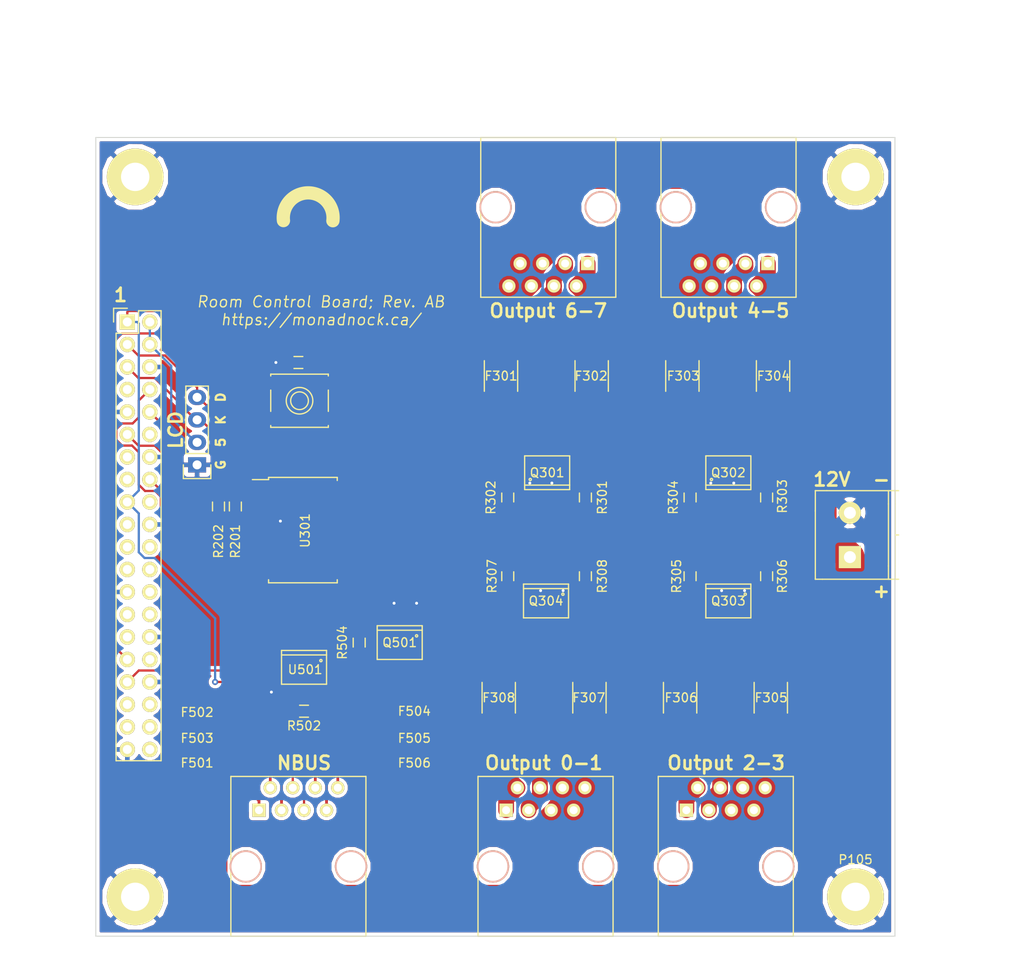
<source format=kicad_pcb>
(kicad_pcb (version 4) (host pcbnew 4.0.4-stable)

  (general
    (links 147)
    (no_connects 0)
    (area 88.948487 37.305003 207.5702 147.733993)
    (thickness 1.6)
    (drawings 25)
    (tracks 334)
    (zones 0)
    (modules 48)
    (nets 68)
  )

  (page USLetter)
  (title_block
    (title "Room Control Board")
    (date 2016-09-12)
    (rev AB)
    (company "Shawn Nock <nock@nocko.se>")
  )

  (layers
    (0 F.Cu signal)
    (31 B.Cu signal hide)
    (32 B.Adhes user hide)
    (33 F.Adhes user hide)
    (34 B.Paste user hide)
    (35 F.Paste user hide)
    (36 B.SilkS user)
    (37 F.SilkS user)
    (38 B.Mask user)
    (39 F.Mask user hide)
    (40 Dwgs.User user)
    (41 Cmts.User user)
    (42 Eco1.User user hide)
    (43 Eco2.User user hide)
    (44 Edge.Cuts user)
    (45 Margin user hide)
    (46 B.CrtYd user hide)
    (47 F.CrtYd user)
    (48 B.Fab user hide)
    (49 F.Fab user hide)
  )

  (setup
    (last_trace_width 0.254)
    (trace_clearance 0.254)
    (zone_clearance 0.381)
    (zone_45_only no)
    (trace_min 0.1524)
    (segment_width 0.2)
    (edge_width 0.1)
    (via_size 0.6858)
    (via_drill 0.3302)
    (via_min_size 0.6858)
    (via_min_drill 0.3302)
    (uvia_size 0.3)
    (uvia_drill 0.1)
    (uvias_allowed no)
    (uvia_min_size 0)
    (uvia_min_drill 0)
    (pcb_text_width 0.3)
    (pcb_text_size 1.5 1.5)
    (mod_edge_width 0.15)
    (mod_text_size 1 1)
    (mod_text_width 0.15)
    (pad_size 1.5 1.5)
    (pad_drill 0.6)
    (pad_to_mask_clearance 0)
    (aux_axis_origin 99.0092 142.494)
    (grid_origin 99.0092 142.494)
    (visible_elements FFFFFF7F)
    (pcbplotparams
      (layerselection 0x010f0_80000001)
      (usegerberextensions true)
      (excludeedgelayer true)
      (linewidth 0.100000)
      (plotframeref false)
      (viasonmask false)
      (mode 1)
      (useauxorigin false)
      (hpglpennumber 1)
      (hpglpenspeed 20)
      (hpglpendiameter 15)
      (hpglpenoverlay 2)
      (psnegative false)
      (psa4output false)
      (plotreference true)
      (plotvalue true)
      (plotinvisibletext false)
      (padsonsilk false)
      (subtractmaskfromsilk false)
      (outputformat 1)
      (mirror false)
      (drillshape 0)
      (scaleselection 1)
      (outputdirectory gerber/))
  )

  (net 0 "")
  (net 1 "Net-(F301-Pad1)")
  (net 2 "Net-(F301-Pad2)")
  (net 3 "Net-(F302-Pad1)")
  (net 4 "Net-(F302-Pad2)")
  (net 5 "Net-(F303-Pad1)")
  (net 6 "Net-(F303-Pad2)")
  (net 7 "Net-(F304-Pad1)")
  (net 8 "Net-(F304-Pad2)")
  (net 9 "Net-(F305-Pad1)")
  (net 10 "Net-(F305-Pad2)")
  (net 11 "Net-(F306-Pad1)")
  (net 12 "Net-(F306-Pad2)")
  (net 13 "Net-(F307-Pad1)")
  (net 14 "Net-(F307-Pad2)")
  (net 15 "Net-(F308-Pad1)")
  (net 16 "Net-(F308-Pad2)")
  (net 17 +12V)
  (net 18 "Net-(F501-Pad2)")
  (net 19 GND)
  (net 20 "Net-(J501-Pad4)")
  (net 21 "Net-(J501-Pad5)")
  (net 22 +3V3)
  (net 23 +5V)
  (net 24 "/Pi Connector/BCM_2_SDA")
  (net 25 "/Pi Connector/BCM_3_SCL")
  (net 26 "/Pi Connector/BCM_4_GPCLK0")
  (net 27 "/Test Expansion Port/485_TX")
  (net 28 "/Test Expansion Port/485_RX")
  (net 29 "/Pi Connector/BCM_18_PWM0")
  (net 30 "/Pi Connector/BCM_27")
  (net 31 "/Pi Connector/BCM_22")
  (net 32 "/Pi Connector/BCM_24")
  (net 33 "/Pi Connector/BCM_10_MOSI")
  (net 34 "/Pi Connector/BCM_9_MISO")
  (net 35 "/Pi Connector/BCM_25")
  (net 36 "/Pi Connector/BCM_11_SCLK")
  (net 37 "/Pi Connector/BCM_8_CE0")
  (net 38 "/Pi Connector/BCM_7_CE1")
  (net 39 "/Pi Connector/BCM_0_ID_SD")
  (net 40 "/Pi Connector/BCM_1_ID_SC")
  (net 41 "/Pi Connector/BCM_5")
  (net 42 "/Pi Connector/BCM_6")
  (net 43 "/Pi Connector/BCM_12_PWM0")
  (net 44 "/Test Expansion Port/485_BUS_PWR_EN")
  (net 45 "/Pi Connector/BCM_19_MISO")
  (net 46 "/Test Expansion Port/485_TX_EN")
  (net 47 "/Pi Connector/BCM_26")
  (net 48 "/Pi Connector/BCM_20_MOSI")
  (net 49 "/Pi Connector/BCM_21_SCLK")
  (net 50 "Net-(Q301-Pad2)")
  (net 51 "Net-(Q301-Pad4)")
  (net 52 "Net-(Q302-Pad2)")
  (net 53 "Net-(Q302-Pad4)")
  (net 54 "Net-(Q303-Pad2)")
  (net 55 "Net-(Q303-Pad4)")
  (net 56 "Net-(Q304-Pad2)")
  (net 57 "Net-(Q304-Pad4)")
  (net 58 "Net-(U301-Pad7)")
  (net 59 "Net-(U301-Pad8)")
  (net 60 "/Test Expansion Port/485_RX_EN")
  (net 61 "/Pi Connector/BCM_16")
  (net 62 "Net-(F502-Pad2)")
  (net 63 "Net-(F503-Pad2)")
  (net 64 "Net-(F504-Pad1)")
  (net 65 "Net-(F504-Pad2)")
  (net 66 "Net-(F505-Pad2)")
  (net 67 "Net-(F506-Pad2)")

  (net_class Default "This is the default net class."
    (clearance 0.254)
    (trace_width 0.254)
    (via_dia 0.6858)
    (via_drill 0.3302)
    (uvia_dia 0.3)
    (uvia_drill 0.1)
    (add_net +3V3)
    (add_net +5V)
    (add_net "/Pi Connector/BCM_0_ID_SD")
    (add_net "/Pi Connector/BCM_10_MOSI")
    (add_net "/Pi Connector/BCM_11_SCLK")
    (add_net "/Pi Connector/BCM_12_PWM0")
    (add_net "/Pi Connector/BCM_16")
    (add_net "/Pi Connector/BCM_18_PWM0")
    (add_net "/Pi Connector/BCM_19_MISO")
    (add_net "/Pi Connector/BCM_1_ID_SC")
    (add_net "/Pi Connector/BCM_20_MOSI")
    (add_net "/Pi Connector/BCM_21_SCLK")
    (add_net "/Pi Connector/BCM_22")
    (add_net "/Pi Connector/BCM_24")
    (add_net "/Pi Connector/BCM_25")
    (add_net "/Pi Connector/BCM_26")
    (add_net "/Pi Connector/BCM_27")
    (add_net "/Pi Connector/BCM_2_SDA")
    (add_net "/Pi Connector/BCM_3_SCL")
    (add_net "/Pi Connector/BCM_4_GPCLK0")
    (add_net "/Pi Connector/BCM_5")
    (add_net "/Pi Connector/BCM_6")
    (add_net "/Pi Connector/BCM_7_CE1")
    (add_net "/Pi Connector/BCM_8_CE0")
    (add_net "/Pi Connector/BCM_9_MISO")
    (add_net "/Test Expansion Port/485_BUS_PWR_EN")
    (add_net "/Test Expansion Port/485_RX")
    (add_net "/Test Expansion Port/485_RX_EN")
    (add_net "/Test Expansion Port/485_TX")
    (add_net "/Test Expansion Port/485_TX_EN")
    (add_net GND)
    (add_net "Net-(F301-Pad1)")
    (add_net "Net-(F302-Pad1)")
    (add_net "Net-(F303-Pad1)")
    (add_net "Net-(F304-Pad1)")
    (add_net "Net-(F305-Pad1)")
    (add_net "Net-(F306-Pad1)")
    (add_net "Net-(F307-Pad1)")
    (add_net "Net-(F308-Pad1)")
    (add_net "Net-(F504-Pad1)")
    (add_net "Net-(J501-Pad4)")
    (add_net "Net-(J501-Pad5)")
    (add_net "Net-(Q301-Pad2)")
    (add_net "Net-(Q301-Pad4)")
    (add_net "Net-(Q302-Pad2)")
    (add_net "Net-(Q302-Pad4)")
    (add_net "Net-(Q303-Pad2)")
    (add_net "Net-(Q303-Pad4)")
    (add_net "Net-(Q304-Pad2)")
    (add_net "Net-(Q304-Pad4)")
    (add_net "Net-(U301-Pad7)")
    (add_net "Net-(U301-Pad8)")
  )

  (net_class 500mA ""
    (clearance 0.254)
    (trace_width 0.3048)
    (via_dia 0.6858)
    (via_drill 0.3302)
    (uvia_dia 0.3)
    (uvia_drill 0.1)
    (add_net "Net-(F501-Pad2)")
    (add_net "Net-(F502-Pad2)")
    (add_net "Net-(F503-Pad2)")
    (add_net "Net-(F504-Pad2)")
    (add_net "Net-(F505-Pad2)")
    (add_net "Net-(F506-Pad2)")
  )

  (net_class 8A ""
    (clearance 0.254)
    (trace_width 3.302)
    (via_dia 0.6858)
    (via_drill 0.3302)
    (uvia_dia 0.3)
    (uvia_drill 0.1)
    (add_net +12V)
  )

  (net_class Power ""
    (clearance 0.254)
    (trace_width 1.778)
    (via_dia 0.6858)
    (via_drill 0.3302)
    (uvia_dia 0.3)
    (uvia_drill 0.1)
    (add_net "Net-(F301-Pad2)")
    (add_net "Net-(F302-Pad2)")
    (add_net "Net-(F303-Pad2)")
    (add_net "Net-(F304-Pad2)")
    (add_net "Net-(F305-Pad2)")
    (add_net "Net-(F306-Pad2)")
    (add_net "Net-(F307-Pad2)")
    (add_net "Net-(F308-Pad2)")
  )

  (module Pin_Headers:Pin_Header_Straight_2x20 (layer F.Cu) (tedit 57D70CFB) (tstamp 57D05210)
    (at 102.5652 73.152)
    (descr "Through hole pin header")
    (tags "pin header")
    (path /57BF7D25/57BF7EF1)
    (fp_text reference P201 (at 0 -5.1) (layer F.SilkS) hide
      (effects (font (size 1 1) (thickness 0.15)))
    )
    (fp_text value "Raspberry Pi Connector" (at 0 -3.1) (layer F.Fab)
      (effects (font (size 1 1) (thickness 0.15)))
    )
    (fp_line (start -1.75 -1.75) (end -1.75 50.05) (layer F.CrtYd) (width 0.05))
    (fp_line (start 4.3 -1.75) (end 4.3 50.05) (layer F.CrtYd) (width 0.05))
    (fp_line (start -1.75 -1.75) (end 4.3 -1.75) (layer F.CrtYd) (width 0.05))
    (fp_line (start -1.75 50.05) (end 4.3 50.05) (layer F.CrtYd) (width 0.05))
    (fp_line (start 3.81 49.53) (end 3.81 -1.27) (layer F.SilkS) (width 0.15))
    (fp_line (start -1.27 1.27) (end -1.27 49.53) (layer F.SilkS) (width 0.15))
    (fp_line (start 3.81 49.53) (end -1.27 49.53) (layer F.SilkS) (width 0.15))
    (fp_line (start 3.81 -1.27) (end 1.27 -1.27) (layer F.SilkS) (width 0.15))
    (fp_line (start 0 -1.55) (end -1.55 -1.55) (layer F.SilkS) (width 0.15))
    (fp_line (start 1.27 -1.27) (end 1.27 1.27) (layer F.SilkS) (width 0.15))
    (fp_line (start 1.27 1.27) (end -1.27 1.27) (layer F.SilkS) (width 0.15))
    (fp_line (start -1.55 -1.55) (end -1.55 0) (layer F.SilkS) (width 0.15))
    (pad 1 thru_hole rect (at 0 0) (size 1.7272 1.7272) (drill 1.016) (layers *.Cu *.Mask F.SilkS)
      (net 22 +3V3))
    (pad 2 thru_hole oval (at 2.54 0) (size 1.7272 1.7272) (drill 1.016) (layers *.Cu *.Mask F.SilkS)
      (net 23 +5V))
    (pad 3 thru_hole oval (at 0 2.54) (size 1.7272 1.7272) (drill 1.016) (layers *.Cu *.Mask F.SilkS)
      (net 24 "/Pi Connector/BCM_2_SDA"))
    (pad 4 thru_hole oval (at 2.54 2.54) (size 1.7272 1.7272) (drill 1.016) (layers *.Cu *.Mask F.SilkS)
      (net 23 +5V))
    (pad 5 thru_hole oval (at 0 5.08) (size 1.7272 1.7272) (drill 1.016) (layers *.Cu *.Mask F.SilkS)
      (net 25 "/Pi Connector/BCM_3_SCL"))
    (pad 6 thru_hole oval (at 2.54 5.08) (size 1.7272 1.7272) (drill 1.016) (layers *.Cu *.Mask F.SilkS)
      (net 19 GND))
    (pad 7 thru_hole oval (at 0 7.62) (size 1.7272 1.7272) (drill 1.016) (layers *.Cu *.Mask F.SilkS)
      (net 26 "/Pi Connector/BCM_4_GPCLK0"))
    (pad 8 thru_hole oval (at 2.54 7.62) (size 1.7272 1.7272) (drill 1.016) (layers *.Cu *.Mask F.SilkS)
      (net 27 "/Test Expansion Port/485_TX"))
    (pad 9 thru_hole oval (at 0 10.16) (size 1.7272 1.7272) (drill 1.016) (layers *.Cu *.Mask F.SilkS)
      (net 19 GND))
    (pad 10 thru_hole oval (at 2.54 10.16) (size 1.7272 1.7272) (drill 1.016) (layers *.Cu *.Mask F.SilkS)
      (net 28 "/Test Expansion Port/485_RX"))
    (pad 11 thru_hole oval (at 0 12.7) (size 1.7272 1.7272) (drill 1.016) (layers *.Cu *.Mask F.SilkS)
      (net 60 "/Test Expansion Port/485_RX_EN"))
    (pad 12 thru_hole oval (at 2.54 12.7) (size 1.7272 1.7272) (drill 1.016) (layers *.Cu *.Mask F.SilkS)
      (net 29 "/Pi Connector/BCM_18_PWM0"))
    (pad 13 thru_hole oval (at 0 15.24) (size 1.7272 1.7272) (drill 1.016) (layers *.Cu *.Mask F.SilkS)
      (net 30 "/Pi Connector/BCM_27"))
    (pad 14 thru_hole oval (at 2.54 15.24) (size 1.7272 1.7272) (drill 1.016) (layers *.Cu *.Mask F.SilkS)
      (net 19 GND))
    (pad 15 thru_hole oval (at 0 17.78) (size 1.7272 1.7272) (drill 1.016) (layers *.Cu *.Mask F.SilkS)
      (net 31 "/Pi Connector/BCM_22"))
    (pad 16 thru_hole oval (at 2.54 17.78) (size 1.7272 1.7272) (drill 1.016) (layers *.Cu *.Mask F.SilkS)
      (net 46 "/Test Expansion Port/485_TX_EN"))
    (pad 17 thru_hole oval (at 0 20.32) (size 1.7272 1.7272) (drill 1.016) (layers *.Cu *.Mask F.SilkS)
      (net 22 +3V3))
    (pad 18 thru_hole oval (at 2.54 20.32) (size 1.7272 1.7272) (drill 1.016) (layers *.Cu *.Mask F.SilkS)
      (net 32 "/Pi Connector/BCM_24"))
    (pad 19 thru_hole oval (at 0 22.86) (size 1.7272 1.7272) (drill 1.016) (layers *.Cu *.Mask F.SilkS)
      (net 33 "/Pi Connector/BCM_10_MOSI"))
    (pad 20 thru_hole oval (at 2.54 22.86) (size 1.7272 1.7272) (drill 1.016) (layers *.Cu *.Mask F.SilkS)
      (net 19 GND))
    (pad 21 thru_hole oval (at 0 25.4) (size 1.7272 1.7272) (drill 1.016) (layers *.Cu *.Mask F.SilkS)
      (net 34 "/Pi Connector/BCM_9_MISO"))
    (pad 22 thru_hole oval (at 2.54 25.4) (size 1.7272 1.7272) (drill 1.016) (layers *.Cu *.Mask F.SilkS)
      (net 35 "/Pi Connector/BCM_25"))
    (pad 23 thru_hole oval (at 0 27.94) (size 1.7272 1.7272) (drill 1.016) (layers *.Cu *.Mask F.SilkS)
      (net 36 "/Pi Connector/BCM_11_SCLK"))
    (pad 24 thru_hole oval (at 2.54 27.94) (size 1.7272 1.7272) (drill 1.016) (layers *.Cu *.Mask F.SilkS)
      (net 37 "/Pi Connector/BCM_8_CE0"))
    (pad 25 thru_hole oval (at 0 30.48) (size 1.7272 1.7272) (drill 1.016) (layers *.Cu *.Mask F.SilkS)
      (net 19 GND))
    (pad 26 thru_hole oval (at 2.54 30.48) (size 1.7272 1.7272) (drill 1.016) (layers *.Cu *.Mask F.SilkS)
      (net 38 "/Pi Connector/BCM_7_CE1"))
    (pad 27 thru_hole oval (at 0 33.02) (size 1.7272 1.7272) (drill 1.016) (layers *.Cu *.Mask F.SilkS)
      (net 39 "/Pi Connector/BCM_0_ID_SD"))
    (pad 28 thru_hole oval (at 2.54 33.02) (size 1.7272 1.7272) (drill 1.016) (layers *.Cu *.Mask F.SilkS)
      (net 40 "/Pi Connector/BCM_1_ID_SC"))
    (pad 29 thru_hole oval (at 0 35.56) (size 1.7272 1.7272) (drill 1.016) (layers *.Cu *.Mask F.SilkS)
      (net 41 "/Pi Connector/BCM_5"))
    (pad 30 thru_hole oval (at 2.54 35.56) (size 1.7272 1.7272) (drill 1.016) (layers *.Cu *.Mask F.SilkS)
      (net 19 GND))
    (pad 31 thru_hole oval (at 0 38.1) (size 1.7272 1.7272) (drill 1.016) (layers *.Cu *.Mask F.SilkS)
      (net 42 "/Pi Connector/BCM_6"))
    (pad 32 thru_hole oval (at 2.54 38.1) (size 1.7272 1.7272) (drill 1.016) (layers *.Cu *.Mask F.SilkS)
      (net 43 "/Pi Connector/BCM_12_PWM0"))
    (pad 33 thru_hole oval (at 0 40.64) (size 1.7272 1.7272) (drill 1.016) (layers *.Cu *.Mask F.SilkS)
      (net 44 "/Test Expansion Port/485_BUS_PWR_EN"))
    (pad 34 thru_hole oval (at 2.54 40.64) (size 1.7272 1.7272) (drill 1.016) (layers *.Cu *.Mask F.SilkS)
      (net 19 GND))
    (pad 35 thru_hole oval (at 0 43.18) (size 1.7272 1.7272) (drill 1.016) (layers *.Cu *.Mask F.SilkS)
      (net 45 "/Pi Connector/BCM_19_MISO"))
    (pad 36 thru_hole oval (at 2.54 43.18) (size 1.7272 1.7272) (drill 1.016) (layers *.Cu *.Mask F.SilkS)
      (net 61 "/Pi Connector/BCM_16"))
    (pad 37 thru_hole oval (at 0 45.72) (size 1.7272 1.7272) (drill 1.016) (layers *.Cu *.Mask F.SilkS)
      (net 47 "/Pi Connector/BCM_26"))
    (pad 38 thru_hole oval (at 2.54 45.72) (size 1.7272 1.7272) (drill 1.016) (layers *.Cu *.Mask F.SilkS)
      (net 48 "/Pi Connector/BCM_20_MOSI"))
    (pad 39 thru_hole oval (at 0 48.26) (size 1.7272 1.7272) (drill 1.016) (layers *.Cu *.Mask F.SilkS)
      (net 19 GND))
    (pad 40 thru_hole oval (at 2.54 48.26) (size 1.7272 1.7272) (drill 1.016) (layers *.Cu *.Mask F.SilkS)
      (net 49 "/Pi Connector/BCM_21_SCLK"))
    (model Pin_Headers.3dshapes/Pin_Header_Straight_2x20.wrl
      (at (xyz 0.05 -0.95 0))
      (scale (xyz 1 1 1))
      (rotate (xyz 0 0 90))
    )
  )

  (module Buttons_Switches_SMD:SW_SPST_EVQP0 (layer F.Cu) (tedit 57D6FFAA) (tstamp 57D05280)
    (at 121.9962 82.042 180)
    (descr "Light Touch Switch")
    (path /57C122FB/57C126BD)
    (attr smd)
    (fp_text reference SW401 (at 0.254 0 180) (layer F.SilkS) hide
      (effects (font (size 1 1) (thickness 0.15)))
    )
    (fp_text value "Room Reset" (at 0 4.25 180) (layer F.Fab)
      (effects (font (size 1 1) (thickness 0.15)))
    )
    (fp_line (start -5.25 -3.25) (end 5.25 -3.25) (layer F.CrtYd) (width 0.05))
    (fp_line (start 5.25 -3.25) (end 5.25 3.25) (layer F.CrtYd) (width 0.05))
    (fp_line (start 5.25 3.25) (end -5.25 3.25) (layer F.CrtYd) (width 0.05))
    (fp_line (start -5.25 3.25) (end -5.25 -3.25) (layer F.CrtYd) (width 0.05))
    (fp_line (start 3.25 -3) (end 3.25 -2.8) (layer F.SilkS) (width 0.15))
    (fp_line (start 3.25 3) (end 3.25 2.8) (layer F.SilkS) (width 0.15))
    (fp_line (start -3.25 3) (end -3.25 2.8) (layer F.SilkS) (width 0.15))
    (fp_line (start -3.25 -3) (end -3.25 -2.8) (layer F.SilkS) (width 0.15))
    (fp_line (start -3.25 -1.2) (end -3.25 1.2) (layer F.SilkS) (width 0.15))
    (fp_line (start 3.25 -1.2) (end 3.25 1.2) (layer F.SilkS) (width 0.15))
    (fp_line (start 3.25 -3) (end -3.25 -3) (layer F.SilkS) (width 0.15))
    (fp_line (start -3.25 3) (end 3.25 3) (layer F.SilkS) (width 0.15))
    (fp_circle (center 0 0) (end 1 0) (layer F.SilkS) (width 0.15))
    (fp_circle (center 0 0) (end 1.5 0) (layer F.SilkS) (width 0.15))
    (pad 1 smd rect (at 3.4 -2 180) (size 3.2 1) (layers F.Cu F.Paste F.Mask)
      (net 22 +3V3))
    (pad 1 smd rect (at -3.4 -2 180) (size 3.2 1) (layers F.Cu F.Paste F.Mask)
      (net 22 +3V3))
    (pad 2 smd rect (at -3.4 2 180) (size 3.2 1) (layers F.Cu F.Paste F.Mask)
      (net 42 "/Pi Connector/BCM_6"))
    (pad 2 smd rect (at 3.4 2 180) (size 3.2 1) (layers F.Cu F.Paste F.Mask)
      (net 42 "/Pi Connector/BCM_6"))
  )

  (module Resistors_SMD:R_0603_HandSoldering (layer F.Cu) (tedit 58307AEF) (tstamp 583C920E)
    (at 145.4912 92.964 90)
    (descr "Resistor SMD 0603, hand soldering")
    (tags "resistor 0603")
    (path /57BFA009/57D0A26D)
    (attr smd)
    (fp_text reference R302 (at 0 -1.905 90) (layer F.SilkS)
      (effects (font (size 1 1) (thickness 0.15)))
    )
    (fp_text value R (at 0 1.9 90) (layer F.Fab)
      (effects (font (size 1 1) (thickness 0.15)))
    )
    (fp_line (start -0.8 0.4) (end -0.8 -0.4) (layer F.Fab) (width 0.1))
    (fp_line (start 0.8 0.4) (end -0.8 0.4) (layer F.Fab) (width 0.1))
    (fp_line (start 0.8 -0.4) (end 0.8 0.4) (layer F.Fab) (width 0.1))
    (fp_line (start -0.8 -0.4) (end 0.8 -0.4) (layer F.Fab) (width 0.1))
    (fp_line (start -2 -0.8) (end 2 -0.8) (layer F.CrtYd) (width 0.05))
    (fp_line (start -2 0.8) (end 2 0.8) (layer F.CrtYd) (width 0.05))
    (fp_line (start -2 -0.8) (end -2 0.8) (layer F.CrtYd) (width 0.05))
    (fp_line (start 2 -0.8) (end 2 0.8) (layer F.CrtYd) (width 0.05))
    (fp_line (start 0.5 0.675) (end -0.5 0.675) (layer F.SilkS) (width 0.15))
    (fp_line (start -0.5 -0.675) (end 0.5 -0.675) (layer F.SilkS) (width 0.15))
    (pad 1 smd rect (at -1.1 0 90) (size 1.2 0.9) (layers F.Cu F.Paste F.Mask)
      (net 50 "Net-(Q301-Pad2)"))
    (pad 2 smd rect (at 1.1 0 90) (size 1.2 0.9) (layers F.Cu F.Paste F.Mask)
      (net 19 GND))
    (model Resistors_SMD.3dshapes/R_0603_HandSoldering.wrl
      (at (xyz 0 0 0))
      (scale (xyz 1 1 1))
      (rotate (xyz 0 0 0))
    )
  )

  (module Resistors_SMD:R_1812_HandSoldering (layer F.Cu) (tedit 5572A996) (tstamp 57D0514B)
    (at 144.729203 79.248 90)
    (descr "Resistor SMD 1812, hand soldering, Panasonic (see ERJ12)")
    (tags "resistor 1812")
    (path /57BFA009/57C09E1B)
    (attr smd)
    (fp_text reference F301 (at 0 -0.000003 180) (layer F.SilkS)
      (effects (font (size 1 1) (thickness 0.15)))
    )
    (fp_text value 1.1A (at 0 3.175 90) (layer F.Fab)
      (effects (font (size 1 1) (thickness 0.15)))
    )
    (fp_line (start -5.4356 -2.2352) (end 5.4356 -2.2352) (layer F.CrtYd) (width 0.05))
    (fp_line (start 5.4356 -2.2352) (end 5.4356 2.2352) (layer F.CrtYd) (width 0.05))
    (fp_line (start 5.4356 2.2352) (end -5.4356 2.2352) (layer F.CrtYd) (width 0.05))
    (fp_line (start -5.4356 2.2352) (end -5.4356 -2.2352) (layer F.CrtYd) (width 0.05))
    (fp_line (start -1.7272 1.8796) (end 1.7272 1.8796) (layer F.SilkS) (width 0.15))
    (fp_line (start -1.7272 -1.8796) (end 1.7272 -1.8796) (layer F.SilkS) (width 0.15))
    (pad 1 smd rect (at -3.4036 0 90) (size 3.5 3.5) (layers F.Cu F.Paste F.Mask)
      (net 1 "Net-(F301-Pad1)"))
    (pad 2 smd rect (at 3.4036 0 90) (size 3.5 3.5) (layers F.Cu F.Paste F.Mask)
      (net 2 "Net-(F301-Pad2)"))
  )

  (module Resistors_SMD:R_1812_HandSoldering (layer F.Cu) (tedit 5572A996) (tstamp 57D05151)
    (at 154.961774 79.248 90)
    (descr "Resistor SMD 1812, hand soldering, Panasonic (see ERJ12)")
    (tags "resistor 1812")
    (path /57BFA009/57C0C2BD)
    (attr smd)
    (fp_text reference F302 (at 0 -0.072574 180) (layer F.SilkS)
      (effects (font (size 1 1) (thickness 0.15)))
    )
    (fp_text value 1.1A (at 0 3.175 90) (layer F.Fab)
      (effects (font (size 1 1) (thickness 0.15)))
    )
    (fp_line (start -5.4356 -2.2352) (end 5.4356 -2.2352) (layer F.CrtYd) (width 0.05))
    (fp_line (start 5.4356 -2.2352) (end 5.4356 2.2352) (layer F.CrtYd) (width 0.05))
    (fp_line (start 5.4356 2.2352) (end -5.4356 2.2352) (layer F.CrtYd) (width 0.05))
    (fp_line (start -5.4356 2.2352) (end -5.4356 -2.2352) (layer F.CrtYd) (width 0.05))
    (fp_line (start -1.7272 1.8796) (end 1.7272 1.8796) (layer F.SilkS) (width 0.15))
    (fp_line (start -1.7272 -1.8796) (end 1.7272 -1.8796) (layer F.SilkS) (width 0.15))
    (pad 1 smd rect (at -3.4036 0 90) (size 3.5 3.5) (layers F.Cu F.Paste F.Mask)
      (net 3 "Net-(F302-Pad1)"))
    (pad 2 smd rect (at 3.4036 0 90) (size 3.5 3.5) (layers F.Cu F.Paste F.Mask)
      (net 4 "Net-(F302-Pad2)"))
  )

  (module Resistors_SMD:R_1812_HandSoldering (layer F.Cu) (tedit 5572A996) (tstamp 57D05157)
    (at 165.194345 79.248 90)
    (descr "Resistor SMD 1812, hand soldering, Panasonic (see ERJ12)")
    (tags "resistor 1812")
    (path /57BFA009/57C0A5DB)
    (attr smd)
    (fp_text reference F303 (at 0 0.108855 180) (layer F.SilkS)
      (effects (font (size 1 1) (thickness 0.15)))
    )
    (fp_text value "1.1A Polyfuse" (at 0 3.175 90) (layer F.Fab)
      (effects (font (size 1 1) (thickness 0.15)))
    )
    (fp_line (start -5.4356 -2.2352) (end 5.4356 -2.2352) (layer F.CrtYd) (width 0.05))
    (fp_line (start 5.4356 -2.2352) (end 5.4356 2.2352) (layer F.CrtYd) (width 0.05))
    (fp_line (start 5.4356 2.2352) (end -5.4356 2.2352) (layer F.CrtYd) (width 0.05))
    (fp_line (start -5.4356 2.2352) (end -5.4356 -2.2352) (layer F.CrtYd) (width 0.05))
    (fp_line (start -1.7272 1.8796) (end 1.7272 1.8796) (layer F.SilkS) (width 0.15))
    (fp_line (start -1.7272 -1.8796) (end 1.7272 -1.8796) (layer F.SilkS) (width 0.15))
    (pad 1 smd rect (at -3.4036 0 90) (size 3.5 3.5) (layers F.Cu F.Paste F.Mask)
      (net 5 "Net-(F303-Pad1)"))
    (pad 2 smd rect (at 3.4036 0 90) (size 3.5 3.5) (layers F.Cu F.Paste F.Mask)
      (net 6 "Net-(F303-Pad2)"))
  )

  (module Resistors_SMD:R_1812_HandSoldering (layer F.Cu) (tedit 5572A996) (tstamp 57D0515D)
    (at 175.426916 79.248 90)
    (descr "Resistor SMD 1812, hand soldering, Panasonic (see ERJ12)")
    (tags "resistor 1812")
    (path /57BFA009/57C0A699)
    (attr smd)
    (fp_text reference F304 (at 0 0.036284 180) (layer F.SilkS)
      (effects (font (size 1 1) (thickness 0.15)))
    )
    (fp_text value "1.1A Polyfuse" (at 0 3.175 90) (layer F.Fab)
      (effects (font (size 1 1) (thickness 0.15)))
    )
    (fp_line (start -5.4356 -2.2352) (end 5.4356 -2.2352) (layer F.CrtYd) (width 0.05))
    (fp_line (start 5.4356 -2.2352) (end 5.4356 2.2352) (layer F.CrtYd) (width 0.05))
    (fp_line (start 5.4356 2.2352) (end -5.4356 2.2352) (layer F.CrtYd) (width 0.05))
    (fp_line (start -5.4356 2.2352) (end -5.4356 -2.2352) (layer F.CrtYd) (width 0.05))
    (fp_line (start -1.7272 1.8796) (end 1.7272 1.8796) (layer F.SilkS) (width 0.15))
    (fp_line (start -1.7272 -1.8796) (end 1.7272 -1.8796) (layer F.SilkS) (width 0.15))
    (pad 1 smd rect (at -3.4036 0 90) (size 3.5 3.5) (layers F.Cu F.Paste F.Mask)
      (net 7 "Net-(F304-Pad1)"))
    (pad 2 smd rect (at 3.4036 0 90) (size 3.5 3.5) (layers F.Cu F.Paste F.Mask)
      (net 8 "Net-(F304-Pad2)"))
  )

  (module Resistors_SMD:R_1812_HandSoldering (layer F.Cu) (tedit 5572A996) (tstamp 57D05163)
    (at 175.172913 115.57 270)
    (descr "Resistor SMD 1812, hand soldering, Panasonic (see ERJ12)")
    (tags "resistor 1812")
    (path /57BFA009/57C0D52C)
    (attr smd)
    (fp_text reference F305 (at 0 -0.036287 360) (layer F.SilkS)
      (effects (font (size 1 1) (thickness 0.15)))
    )
    (fp_text value "1.1A Polyfuse" (at 0 3.175 270) (layer F.Fab)
      (effects (font (size 1 1) (thickness 0.15)))
    )
    (fp_line (start -5.4356 -2.2352) (end 5.4356 -2.2352) (layer F.CrtYd) (width 0.05))
    (fp_line (start 5.4356 -2.2352) (end 5.4356 2.2352) (layer F.CrtYd) (width 0.05))
    (fp_line (start 5.4356 2.2352) (end -5.4356 2.2352) (layer F.CrtYd) (width 0.05))
    (fp_line (start -5.4356 2.2352) (end -5.4356 -2.2352) (layer F.CrtYd) (width 0.05))
    (fp_line (start -1.7272 1.8796) (end 1.7272 1.8796) (layer F.SilkS) (width 0.15))
    (fp_line (start -1.7272 -1.8796) (end 1.7272 -1.8796) (layer F.SilkS) (width 0.15))
    (pad 1 smd rect (at -3.4036 0 270) (size 3.5 3.5) (layers F.Cu F.Paste F.Mask)
      (net 9 "Net-(F305-Pad1)"))
    (pad 2 smd rect (at 3.4036 0 270) (size 3.5 3.5) (layers F.Cu F.Paste F.Mask)
      (net 10 "Net-(F305-Pad2)"))
  )

  (module Resistors_SMD:R_1812_HandSoldering (layer F.Cu) (tedit 5572A996) (tstamp 57D05169)
    (at 164.940342 115.57 270)
    (descr "Resistor SMD 1812, hand soldering, Panasonic (see ERJ12)")
    (tags "resistor 1812")
    (path /57BFA009/57C0D532)
    (attr smd)
    (fp_text reference F306 (at 0 -0.108858 360) (layer F.SilkS)
      (effects (font (size 1 1) (thickness 0.15)))
    )
    (fp_text value "1.1A Polyfuse" (at 0 3.175 270) (layer F.Fab)
      (effects (font (size 1 1) (thickness 0.15)))
    )
    (fp_line (start -5.4356 -2.2352) (end 5.4356 -2.2352) (layer F.CrtYd) (width 0.05))
    (fp_line (start 5.4356 -2.2352) (end 5.4356 2.2352) (layer F.CrtYd) (width 0.05))
    (fp_line (start 5.4356 2.2352) (end -5.4356 2.2352) (layer F.CrtYd) (width 0.05))
    (fp_line (start -5.4356 2.2352) (end -5.4356 -2.2352) (layer F.CrtYd) (width 0.05))
    (fp_line (start -1.7272 1.8796) (end 1.7272 1.8796) (layer F.SilkS) (width 0.15))
    (fp_line (start -1.7272 -1.8796) (end 1.7272 -1.8796) (layer F.SilkS) (width 0.15))
    (pad 1 smd rect (at -3.4036 0 270) (size 3.5 3.5) (layers F.Cu F.Paste F.Mask)
      (net 11 "Net-(F306-Pad1)"))
    (pad 2 smd rect (at 3.4036 0 270) (size 3.5 3.5) (layers F.Cu F.Paste F.Mask)
      (net 12 "Net-(F306-Pad2)"))
  )

  (module Resistors_SMD:R_1812_HandSoldering (layer F.Cu) (tedit 5572A996) (tstamp 57D0516F)
    (at 154.707771 115.57 270)
    (descr "Resistor SMD 1812, hand soldering, Panasonic (see ERJ12)")
    (tags "resistor 1812")
    (path /57BFA009/57C0F55C)
    (attr smd)
    (fp_text reference F307 (at 0 0.072571 360) (layer F.SilkS)
      (effects (font (size 1 1) (thickness 0.15)))
    )
    (fp_text value "1.1A Polyfuse" (at 0 3.175 270) (layer F.Fab)
      (effects (font (size 1 1) (thickness 0.15)))
    )
    (fp_line (start -5.4356 -2.2352) (end 5.4356 -2.2352) (layer F.CrtYd) (width 0.05))
    (fp_line (start 5.4356 -2.2352) (end 5.4356 2.2352) (layer F.CrtYd) (width 0.05))
    (fp_line (start 5.4356 2.2352) (end -5.4356 2.2352) (layer F.CrtYd) (width 0.05))
    (fp_line (start -5.4356 2.2352) (end -5.4356 -2.2352) (layer F.CrtYd) (width 0.05))
    (fp_line (start -1.7272 1.8796) (end 1.7272 1.8796) (layer F.SilkS) (width 0.15))
    (fp_line (start -1.7272 -1.8796) (end 1.7272 -1.8796) (layer F.SilkS) (width 0.15))
    (pad 1 smd rect (at -3.4036 0 270) (size 3.5 3.5) (layers F.Cu F.Paste F.Mask)
      (net 13 "Net-(F307-Pad1)"))
    (pad 2 smd rect (at 3.4036 0 270) (size 3.5 3.5) (layers F.Cu F.Paste F.Mask)
      (net 14 "Net-(F307-Pad2)"))
  )

  (module Resistors_SMD:R_1812_HandSoldering (layer F.Cu) (tedit 5572A996) (tstamp 57D05175)
    (at 144.4752 115.57 270)
    (descr "Resistor SMD 1812, hand soldering, Panasonic (see ERJ12)")
    (tags "resistor 1812")
    (path /57BFA009/57C0F562)
    (attr smd)
    (fp_text reference F308 (at 0 0 360) (layer F.SilkS)
      (effects (font (size 1 1) (thickness 0.15)))
    )
    (fp_text value "1.1A Polyfuse" (at 0 3.175 270) (layer F.Fab)
      (effects (font (size 1 1) (thickness 0.15)))
    )
    (fp_line (start -5.4356 -2.2352) (end 5.4356 -2.2352) (layer F.CrtYd) (width 0.05))
    (fp_line (start 5.4356 -2.2352) (end 5.4356 2.2352) (layer F.CrtYd) (width 0.05))
    (fp_line (start 5.4356 2.2352) (end -5.4356 2.2352) (layer F.CrtYd) (width 0.05))
    (fp_line (start -5.4356 2.2352) (end -5.4356 -2.2352) (layer F.CrtYd) (width 0.05))
    (fp_line (start -1.7272 1.8796) (end 1.7272 1.8796) (layer F.SilkS) (width 0.15))
    (fp_line (start -1.7272 -1.8796) (end 1.7272 -1.8796) (layer F.SilkS) (width 0.15))
    (pad 1 smd rect (at -3.4036 0 270) (size 3.5 3.5) (layers F.Cu F.Paste F.Mask)
      (net 15 "Net-(F308-Pad1)"))
    (pad 2 smd rect (at 3.4036 0 270) (size 3.5 3.5) (layers F.Cu F.Paste F.Mask)
      (net 16 "Net-(F308-Pad2)"))
  )

  (module Connect:RJ45_8 (layer F.Cu) (tedit 583DB9F8) (tstamp 57D05189)
    (at 150.063201 60.198 180)
    (tags RJ45)
    (path /57BFA009/57BFA208)
    (fp_text reference J301 (at 0.254 4.826 180) (layer F.SilkS) hide
      (effects (font (size 1 1) (thickness 0.15)))
    )
    (fp_text value RJ45 (at 0.14224 -0.1016 180) (layer F.Fab)
      (effects (font (size 1 1) (thickness 0.15)))
    )
    (fp_line (start -7.62 7.874) (end 7.62 7.874) (layer F.SilkS) (width 0.15))
    (fp_line (start 7.62 7.874) (end 7.62 -10.16) (layer F.SilkS) (width 0.15))
    (fp_line (start 7.62 -10.16) (end -7.62 -10.16) (layer F.SilkS) (width 0.15))
    (fp_line (start -7.62 -10.16) (end -7.62 7.874) (layer F.SilkS) (width 0.15))
    (pad Hole np_thru_hole circle (at 5.93852 0 180) (size 3.64998 3.64998) (drill 3.2512) (layers *.Cu *.SilkS *.Mask))
    (pad Hole np_thru_hole circle (at -5.9309 0 180) (size 3.64998 3.64998) (drill 3.2512) (layers *.Cu *.SilkS *.Mask))
    (pad 1 thru_hole rect (at -4.445 -6.35 180) (size 1.50114 1.50114) (drill 0.89916) (layers *.Cu *.Mask F.SilkS)
      (net 4 "Net-(F302-Pad2)"))
    (pad 2 thru_hole circle (at -3.175 -8.89 180) (size 1.50114 1.50114) (drill 0.89916) (layers *.Cu *.Mask F.SilkS)
      (net 4 "Net-(F302-Pad2)"))
    (pad 3 thru_hole circle (at -1.905 -6.35 180) (size 1.50114 1.50114) (drill 0.89916) (layers *.Cu *.Mask F.SilkS)
      (net 2 "Net-(F301-Pad2)"))
    (pad 4 thru_hole circle (at -0.635 -8.89 180) (size 1.50114 1.50114) (drill 0.89916) (layers *.Cu *.Mask F.SilkS)
      (net 2 "Net-(F301-Pad2)"))
    (pad 5 thru_hole circle (at 0.635 -6.35 180) (size 1.50114 1.50114) (drill 0.89916) (layers *.Cu *.Mask F.SilkS)
      (net 17 +12V))
    (pad 6 thru_hole circle (at 1.905 -8.89 180) (size 1.50114 1.50114) (drill 0.89916) (layers *.Cu *.Mask F.SilkS)
      (net 17 +12V))
    (pad 7 thru_hole circle (at 3.175 -6.35 180) (size 1.50114 1.50114) (drill 0.89916) (layers *.Cu *.Mask F.SilkS)
      (net 17 +12V))
    (pad 8 thru_hole circle (at 4.445 -8.89 180) (size 1.50114 1.50114) (drill 0.89916) (layers *.Cu *.Mask F.SilkS)
      (net 17 +12V))
    (model Connect.3dshapes/RJ45_8.wrl
      (at (xyz 0 0 0))
      (scale (xyz 0.4 0.4 0.4))
      (rotate (xyz 0 0 0))
    )
  )

  (module Connect:RJ45_8 (layer F.Cu) (tedit 583DB9FC) (tstamp 57D05197)
    (at 170.401231 60.198 180)
    (tags RJ45)
    (path /57BFA009/57C066B2)
    (fp_text reference J302 (at 0.254 4.826 180) (layer F.SilkS) hide
      (effects (font (size 1 1) (thickness 0.15)))
    )
    (fp_text value RJ45 (at 0.14224 -0.1016 180) (layer F.Fab)
      (effects (font (size 1 1) (thickness 0.15)))
    )
    (fp_line (start -7.62 7.874) (end 7.62 7.874) (layer F.SilkS) (width 0.15))
    (fp_line (start 7.62 7.874) (end 7.62 -10.16) (layer F.SilkS) (width 0.15))
    (fp_line (start 7.62 -10.16) (end -7.62 -10.16) (layer F.SilkS) (width 0.15))
    (fp_line (start -7.62 -10.16) (end -7.62 7.874) (layer F.SilkS) (width 0.15))
    (pad Hole np_thru_hole circle (at 5.93852 0 180) (size 3.64998 3.64998) (drill 3.2512) (layers *.Cu *.SilkS *.Mask))
    (pad Hole np_thru_hole circle (at -5.9309 0 180) (size 3.64998 3.64998) (drill 3.2512) (layers *.Cu *.SilkS *.Mask))
    (pad 1 thru_hole rect (at -4.445 -6.35 180) (size 1.50114 1.50114) (drill 0.89916) (layers *.Cu *.Mask F.SilkS)
      (net 8 "Net-(F304-Pad2)"))
    (pad 2 thru_hole circle (at -3.175 -8.89 180) (size 1.50114 1.50114) (drill 0.89916) (layers *.Cu *.Mask F.SilkS)
      (net 8 "Net-(F304-Pad2)"))
    (pad 3 thru_hole circle (at -1.905 -6.35 180) (size 1.50114 1.50114) (drill 0.89916) (layers *.Cu *.Mask F.SilkS)
      (net 6 "Net-(F303-Pad2)"))
    (pad 4 thru_hole circle (at -0.635 -8.89 180) (size 1.50114 1.50114) (drill 0.89916) (layers *.Cu *.Mask F.SilkS)
      (net 6 "Net-(F303-Pad2)"))
    (pad 5 thru_hole circle (at 0.635 -6.35 180) (size 1.50114 1.50114) (drill 0.89916) (layers *.Cu *.Mask F.SilkS)
      (net 17 +12V))
    (pad 6 thru_hole circle (at 1.905 -8.89 180) (size 1.50114 1.50114) (drill 0.89916) (layers *.Cu *.Mask F.SilkS)
      (net 17 +12V))
    (pad 7 thru_hole circle (at 3.175 -6.35 180) (size 1.50114 1.50114) (drill 0.89916) (layers *.Cu *.Mask F.SilkS)
      (net 17 +12V))
    (pad 8 thru_hole circle (at 4.445 -8.89 180) (size 1.50114 1.50114) (drill 0.89916) (layers *.Cu *.Mask F.SilkS)
      (net 17 +12V))
    (model Connect.3dshapes/RJ45_8.wrl
      (at (xyz 0 0 0))
      (scale (xyz 0.4 0.4 0.4))
      (rotate (xyz 0 0 0))
    )
  )

  (module Connect:RJ45_8 (layer F.Cu) (tedit 583DBA02) (tstamp 57D051A5)
    (at 170.093139 134.62)
    (tags RJ45)
    (path /57BFA009/57C0D4F2)
    (fp_text reference J303 (at 0.254 4.826) (layer F.SilkS) hide
      (effects (font (size 1 1) (thickness 0.15)))
    )
    (fp_text value RJ45 (at 0.14224 -0.1016) (layer F.Fab)
      (effects (font (size 1 1) (thickness 0.15)))
    )
    (fp_line (start -7.62 7.874) (end 7.62 7.874) (layer F.SilkS) (width 0.15))
    (fp_line (start 7.62 7.874) (end 7.62 -10.16) (layer F.SilkS) (width 0.15))
    (fp_line (start 7.62 -10.16) (end -7.62 -10.16) (layer F.SilkS) (width 0.15))
    (fp_line (start -7.62 -10.16) (end -7.62 7.874) (layer F.SilkS) (width 0.15))
    (pad Hole np_thru_hole circle (at 5.93852 0) (size 3.64998 3.64998) (drill 3.2512) (layers *.Cu *.SilkS *.Mask))
    (pad Hole np_thru_hole circle (at -5.9309 0) (size 3.64998 3.64998) (drill 3.2512) (layers *.Cu *.SilkS *.Mask))
    (pad 1 thru_hole rect (at -4.445 -6.35) (size 1.50114 1.50114) (drill 0.89916) (layers *.Cu *.Mask F.SilkS)
      (net 12 "Net-(F306-Pad2)"))
    (pad 2 thru_hole circle (at -3.175 -8.89) (size 1.50114 1.50114) (drill 0.89916) (layers *.Cu *.Mask F.SilkS)
      (net 12 "Net-(F306-Pad2)"))
    (pad 3 thru_hole circle (at -1.905 -6.35) (size 1.50114 1.50114) (drill 0.89916) (layers *.Cu *.Mask F.SilkS)
      (net 10 "Net-(F305-Pad2)"))
    (pad 4 thru_hole circle (at -0.635 -8.89) (size 1.50114 1.50114) (drill 0.89916) (layers *.Cu *.Mask F.SilkS)
      (net 10 "Net-(F305-Pad2)"))
    (pad 5 thru_hole circle (at 0.635 -6.35) (size 1.50114 1.50114) (drill 0.89916) (layers *.Cu *.Mask F.SilkS)
      (net 17 +12V))
    (pad 6 thru_hole circle (at 1.905 -8.89) (size 1.50114 1.50114) (drill 0.89916) (layers *.Cu *.Mask F.SilkS)
      (net 17 +12V))
    (pad 7 thru_hole circle (at 3.175 -6.35) (size 1.50114 1.50114) (drill 0.89916) (layers *.Cu *.Mask F.SilkS)
      (net 17 +12V))
    (pad 8 thru_hole circle (at 4.445 -8.89) (size 1.50114 1.50114) (drill 0.89916) (layers *.Cu *.Mask F.SilkS)
      (net 17 +12V))
    (model Connect.3dshapes/RJ45_8.wrl
      (at (xyz 0 0 0))
      (scale (xyz 0.4 0.4 0.4))
      (rotate (xyz 0 0 0))
    )
  )

  (module Connect:RJ45_8 (layer F.Cu) (tedit 583DBA07) (tstamp 57D051B3)
    (at 149.755109 134.62)
    (tags RJ45)
    (path /57BFA009/57C0F523)
    (fp_text reference J304 (at 0.254 4.826) (layer F.SilkS) hide
      (effects (font (size 1 1) (thickness 0.15)))
    )
    (fp_text value RJ45 (at 0.14224 -0.1016) (layer F.Fab)
      (effects (font (size 1 1) (thickness 0.15)))
    )
    (fp_line (start -7.62 7.874) (end 7.62 7.874) (layer F.SilkS) (width 0.15))
    (fp_line (start 7.62 7.874) (end 7.62 -10.16) (layer F.SilkS) (width 0.15))
    (fp_line (start 7.62 -10.16) (end -7.62 -10.16) (layer F.SilkS) (width 0.15))
    (fp_line (start -7.62 -10.16) (end -7.62 7.874) (layer F.SilkS) (width 0.15))
    (pad Hole np_thru_hole circle (at 5.93852 0) (size 3.64998 3.64998) (drill 3.2512) (layers *.Cu *.SilkS *.Mask))
    (pad Hole np_thru_hole circle (at -5.9309 0) (size 3.64998 3.64998) (drill 3.2512) (layers *.Cu *.SilkS *.Mask))
    (pad 1 thru_hole rect (at -4.445 -6.35) (size 1.50114 1.50114) (drill 0.89916) (layers *.Cu *.Mask F.SilkS)
      (net 16 "Net-(F308-Pad2)"))
    (pad 2 thru_hole circle (at -3.175 -8.89) (size 1.50114 1.50114) (drill 0.89916) (layers *.Cu *.Mask F.SilkS)
      (net 16 "Net-(F308-Pad2)"))
    (pad 3 thru_hole circle (at -1.905 -6.35) (size 1.50114 1.50114) (drill 0.89916) (layers *.Cu *.Mask F.SilkS)
      (net 14 "Net-(F307-Pad2)"))
    (pad 4 thru_hole circle (at -0.635 -8.89) (size 1.50114 1.50114) (drill 0.89916) (layers *.Cu *.Mask F.SilkS)
      (net 14 "Net-(F307-Pad2)"))
    (pad 5 thru_hole circle (at 0.635 -6.35) (size 1.50114 1.50114) (drill 0.89916) (layers *.Cu *.Mask F.SilkS)
      (net 17 +12V))
    (pad 6 thru_hole circle (at 1.905 -8.89) (size 1.50114 1.50114) (drill 0.89916) (layers *.Cu *.Mask F.SilkS)
      (net 17 +12V))
    (pad 7 thru_hole circle (at 3.175 -6.35) (size 1.50114 1.50114) (drill 0.89916) (layers *.Cu *.Mask F.SilkS)
      (net 17 +12V))
    (pad 8 thru_hole circle (at 4.445 -8.89) (size 1.50114 1.50114) (drill 0.89916) (layers *.Cu *.Mask F.SilkS)
      (net 17 +12V))
    (model Connect.3dshapes/RJ45_8.wrl
      (at (xyz 0 0 0))
      (scale (xyz 0.4 0.4 0.4))
      (rotate (xyz 0 0 0))
    )
  )

  (module Connect:RJ45_8 (layer F.Cu) (tedit 583DBA0B) (tstamp 57D051CF)
    (at 121.8692 134.62)
    (tags RJ45)
    (path /57C0FFD5/57C10330)
    (fp_text reference J501 (at 0.254 4.826) (layer F.SilkS) hide
      (effects (font (size 1 1) (thickness 0.15)))
    )
    (fp_text value RJ45 (at 0.14224 -0.1016) (layer F.Fab)
      (effects (font (size 1 1) (thickness 0.15)))
    )
    (fp_line (start -7.62 7.874) (end 7.62 7.874) (layer F.SilkS) (width 0.15))
    (fp_line (start 7.62 7.874) (end 7.62 -10.16) (layer F.SilkS) (width 0.15))
    (fp_line (start 7.62 -10.16) (end -7.62 -10.16) (layer F.SilkS) (width 0.15))
    (fp_line (start -7.62 -10.16) (end -7.62 7.874) (layer F.SilkS) (width 0.15))
    (pad Hole np_thru_hole circle (at 5.93852 0) (size 3.64998 3.64998) (drill 3.2512) (layers *.Cu *.SilkS *.Mask))
    (pad Hole np_thru_hole circle (at -5.9309 0) (size 3.64998 3.64998) (drill 3.2512) (layers *.Cu *.SilkS *.Mask))
    (pad 1 thru_hole rect (at -4.445 -6.35) (size 1.50114 1.50114) (drill 0.89916) (layers *.Cu *.Mask F.SilkS)
      (net 62 "Net-(F502-Pad2)"))
    (pad 2 thru_hole circle (at -3.175 -8.89) (size 1.50114 1.50114) (drill 0.89916) (layers *.Cu *.Mask F.SilkS)
      (net 18 "Net-(F501-Pad2)"))
    (pad 3 thru_hole circle (at -1.905 -6.35) (size 1.50114 1.50114) (drill 0.89916) (layers *.Cu *.Mask F.SilkS)
      (net 63 "Net-(F503-Pad2)"))
    (pad 4 thru_hole circle (at -0.635 -8.89) (size 1.50114 1.50114) (drill 0.89916) (layers *.Cu *.Mask F.SilkS)
      (net 20 "Net-(J501-Pad4)"))
    (pad 5 thru_hole circle (at 0.635 -6.35) (size 1.50114 1.50114) (drill 0.89916) (layers *.Cu *.Mask F.SilkS)
      (net 21 "Net-(J501-Pad5)"))
    (pad 6 thru_hole circle (at 1.905 -8.89) (size 1.50114 1.50114) (drill 0.89916) (layers *.Cu *.Mask F.SilkS)
      (net 65 "Net-(F504-Pad2)"))
    (pad 7 thru_hole circle (at 3.175 -6.35) (size 1.50114 1.50114) (drill 0.89916) (layers *.Cu *.Mask F.SilkS)
      (net 66 "Net-(F505-Pad2)"))
    (pad 8 thru_hole circle (at 4.445 -8.89) (size 1.50114 1.50114) (drill 0.89916) (layers *.Cu *.Mask F.SilkS)
      (net 67 "Net-(F506-Pad2)"))
    (model Connect.3dshapes/RJ45_8.wrl
      (at (xyz 0 0 0))
      (scale (xyz 0.4 0.4 0.4))
      (rotate (xyz 0 0 0))
    )
  )

  (module nocko:TerminalBlock_Pheonix_PT-5mm_2pol (layer F.Cu) (tedit 583DB9D3) (tstamp 57D051D5)
    (at 184.0992 99.695 90)
    (descr "2-way 5mm pitch terminal block, Phoenix PT series")
    (path /57C0F602)
    (fp_text reference P101 (at 1.75 -5.1 90) (layer F.SilkS) hide
      (effects (font (size 1 1) (thickness 0.15)))
    )
    (fp_text value CONN_01X02_POWER (at 1.75 10.3 90) (layer F.Fab)
      (effects (font (size 1 1) (thickness 0.15)))
    )
    (fp_line (start -2.5 5.1) (end -2.5 5.5) (layer F.SilkS) (width 0.15))
    (fp_line (start -2.5 5.1) (end -1 5.1) (layer F.SilkS) (width 0.15))
    (fp_line (start -2.5 4.5) (end -2.5 5.1) (layer F.SilkS) (width 0.15))
    (fp_line (start -1 4.35) (end -2.5 4.35) (layer F.SilkS) (width 0.15))
    (fp_line (start 6 5.1) (end 7.5 5.1) (layer F.SilkS) (width 0.15))
    (fp_line (start 6 4.35) (end 7.5 4.35) (layer F.SilkS) (width 0.15))
    (fp_line (start 7.5 5) (end 7.5 5.5) (layer F.SilkS) (width 0.15))
    (fp_line (start 7.5 -3.9) (end 5.2 -3.9) (layer F.SilkS) (width 0.15))
    (fp_line (start 7.5 -2.6) (end 7.5 -3.9) (layer F.SilkS) (width 0.15))
    (fp_line (start -2.5 -3.9) (end -1.8 -3.9) (layer F.SilkS) (width 0.15))
    (fp_line (start -2.5 -3.1) (end -2.5 -3.9) (layer F.SilkS) (width 0.15))
    (fp_line (start -1.9 -3.3) (end 5.4 -3.3) (layer F.CrtYd) (width 0.05))
    (fp_line (start -2.5 5) (end -2.5 -3) (layer F.CrtYd) (width 0.05))
    (fp_line (start 5.4 4.7) (end -1.9 4.7) (layer F.CrtYd) (width 0.05))
    (fp_line (start 7.4 -2.8) (end 7.4 5.2) (layer F.CrtYd) (width 0.05))
    (fp_line (start 2.5 5.1) (end 2.5 5.5) (layer F.SilkS) (width 0.15))
    (fp_line (start -1 4.35) (end 6 4.35) (layer F.SilkS) (width 0.15))
    (fp_line (start -1 5.1) (end 6 5.1) (layer F.SilkS) (width 0.15))
    (fp_line (start -2.5 -3.1) (end -2.5 4.5) (layer F.SilkS) (width 0.15))
    (fp_line (start 7.5 5) (end 7.5 -2.6) (layer F.SilkS) (width 0.15))
    (fp_line (start 5.25 -3.9) (end -1.75 -3.9) (layer F.SilkS) (width 0.15))
    (pad 2 thru_hole circle (at 5 0 90) (size 2.5 2.5) (drill 1.35) (layers *.Cu *.Mask F.SilkS)
      (net 19 GND))
    (pad 1 thru_hole rect (at 0 0 90) (size 2.5 2.5) (drill 1.35) (layers *.Cu *.Mask F.SilkS)
      (net 17 +12V))
    (model Terminal_Blocks.3dshapes/TerminalBlock_Pheonix_PT-3.5mm_2pol.wrl
      (at (xyz 0 0 0))
      (scale (xyz 1 1 1))
      (rotate (xyz 0 0 0))
    )
  )

  (module Power_Integrations:SO-8 (layer F.Cu) (tedit 0) (tstamp 57D0521C)
    (at 149.9362 90.17)
    (descr "SO-8 Surface Mount Small Outline 150mil 8pin Package")
    (tags "Power Integrations D Package")
    (path /57BFA009/57C08DDD)
    (fp_text reference Q301 (at 0 0) (layer F.SilkS)
      (effects (font (size 1 1) (thickness 0.15)))
    )
    (fp_text value DMG9926USD (at 0 0) (layer F.Fab)
      (effects (font (size 1 1) (thickness 0.15)))
    )
    (fp_circle (center -1.905 0.762) (end -1.778 0.762) (layer F.SilkS) (width 0.15))
    (fp_line (start -2.54 1.397) (end 2.54 1.397) (layer F.SilkS) (width 0.15))
    (fp_line (start -2.54 -1.905) (end 2.54 -1.905) (layer F.SilkS) (width 0.15))
    (fp_line (start -2.54 1.905) (end 2.54 1.905) (layer F.SilkS) (width 0.15))
    (fp_line (start -2.54 1.905) (end -2.54 -1.905) (layer F.SilkS) (width 0.15))
    (fp_line (start 2.54 1.905) (end 2.54 -1.905) (layer F.SilkS) (width 0.15))
    (pad 1 smd oval (at -1.905 2.794) (size 0.6096 1.4732) (layers F.Cu F.Paste F.Mask)
      (net 19 GND))
    (pad 2 smd oval (at -0.635 2.794) (size 0.6096 1.4732) (layers F.Cu F.Paste F.Mask)
      (net 50 "Net-(Q301-Pad2)"))
    (pad 3 smd oval (at 0.635 2.794) (size 0.6096 1.4732) (layers F.Cu F.Paste F.Mask)
      (net 19 GND))
    (pad 4 smd oval (at 1.905 2.794) (size 0.6096 1.4732) (layers F.Cu F.Paste F.Mask)
      (net 51 "Net-(Q301-Pad4)"))
    (pad 5 smd oval (at 1.905 -2.794) (size 0.6096 1.4732) (layers F.Cu F.Paste F.Mask)
      (net 3 "Net-(F302-Pad1)"))
    (pad 6 smd oval (at 0.635 -2.794) (size 0.6096 1.4732) (layers F.Cu F.Paste F.Mask)
      (net 3 "Net-(F302-Pad1)"))
    (pad 7 smd oval (at -0.635 -2.794) (size 0.6096 1.4732) (layers F.Cu F.Paste F.Mask)
      (net 1 "Net-(F301-Pad1)"))
    (pad 8 smd oval (at -1.905 -2.794) (size 0.6096 1.4732) (layers F.Cu F.Paste F.Mask)
      (net 1 "Net-(F301-Pad1)"))
  )

  (module Power_Integrations:SO-8 (layer F.Cu) (tedit 0) (tstamp 57D05228)
    (at 170.3832 90.17)
    (descr "SO-8 Surface Mount Small Outline 150mil 8pin Package")
    (tags "Power Integrations D Package")
    (path /57BFA009/57C09419)
    (fp_text reference Q302 (at 0 0) (layer F.SilkS)
      (effects (font (size 1 1) (thickness 0.15)))
    )
    (fp_text value DMG9926USD (at 0 0) (layer F.Fab)
      (effects (font (size 1 1) (thickness 0.15)))
    )
    (fp_circle (center -1.905 0.762) (end -1.778 0.762) (layer F.SilkS) (width 0.15))
    (fp_line (start -2.54 1.397) (end 2.54 1.397) (layer F.SilkS) (width 0.15))
    (fp_line (start -2.54 -1.905) (end 2.54 -1.905) (layer F.SilkS) (width 0.15))
    (fp_line (start -2.54 1.905) (end 2.54 1.905) (layer F.SilkS) (width 0.15))
    (fp_line (start -2.54 1.905) (end -2.54 -1.905) (layer F.SilkS) (width 0.15))
    (fp_line (start 2.54 1.905) (end 2.54 -1.905) (layer F.SilkS) (width 0.15))
    (pad 1 smd oval (at -1.905 2.794) (size 0.6096 1.4732) (layers F.Cu F.Paste F.Mask)
      (net 19 GND))
    (pad 2 smd oval (at -0.635 2.794) (size 0.6096 1.4732) (layers F.Cu F.Paste F.Mask)
      (net 52 "Net-(Q302-Pad2)"))
    (pad 3 smd oval (at 0.635 2.794) (size 0.6096 1.4732) (layers F.Cu F.Paste F.Mask)
      (net 19 GND))
    (pad 4 smd oval (at 1.905 2.794) (size 0.6096 1.4732) (layers F.Cu F.Paste F.Mask)
      (net 53 "Net-(Q302-Pad4)"))
    (pad 5 smd oval (at 1.905 -2.794) (size 0.6096 1.4732) (layers F.Cu F.Paste F.Mask)
      (net 7 "Net-(F304-Pad1)"))
    (pad 6 smd oval (at 0.635 -2.794) (size 0.6096 1.4732) (layers F.Cu F.Paste F.Mask)
      (net 7 "Net-(F304-Pad1)"))
    (pad 7 smd oval (at -0.635 -2.794) (size 0.6096 1.4732) (layers F.Cu F.Paste F.Mask)
      (net 5 "Net-(F303-Pad1)"))
    (pad 8 smd oval (at -1.905 -2.794) (size 0.6096 1.4732) (layers F.Cu F.Paste F.Mask)
      (net 5 "Net-(F303-Pad1)"))
  )

  (module Power_Integrations:SO-8 (layer F.Cu) (tedit 0) (tstamp 57D05234)
    (at 170.3832 104.648 180)
    (descr "SO-8 Surface Mount Small Outline 150mil 8pin Package")
    (tags "Power Integrations D Package")
    (path /57BFA009/57C0D500)
    (fp_text reference Q303 (at 0 0 180) (layer F.SilkS)
      (effects (font (size 1 1) (thickness 0.15)))
    )
    (fp_text value DMG9926USD (at 0 0 180) (layer F.Fab)
      (effects (font (size 1 1) (thickness 0.15)))
    )
    (fp_circle (center -1.905 0.762) (end -1.778 0.762) (layer F.SilkS) (width 0.15))
    (fp_line (start -2.54 1.397) (end 2.54 1.397) (layer F.SilkS) (width 0.15))
    (fp_line (start -2.54 -1.905) (end 2.54 -1.905) (layer F.SilkS) (width 0.15))
    (fp_line (start -2.54 1.905) (end 2.54 1.905) (layer F.SilkS) (width 0.15))
    (fp_line (start -2.54 1.905) (end -2.54 -1.905) (layer F.SilkS) (width 0.15))
    (fp_line (start 2.54 1.905) (end 2.54 -1.905) (layer F.SilkS) (width 0.15))
    (pad 1 smd oval (at -1.905 2.794 180) (size 0.6096 1.4732) (layers F.Cu F.Paste F.Mask)
      (net 19 GND))
    (pad 2 smd oval (at -0.635 2.794 180) (size 0.6096 1.4732) (layers F.Cu F.Paste F.Mask)
      (net 54 "Net-(Q303-Pad2)"))
    (pad 3 smd oval (at 0.635 2.794 180) (size 0.6096 1.4732) (layers F.Cu F.Paste F.Mask)
      (net 19 GND))
    (pad 4 smd oval (at 1.905 2.794 180) (size 0.6096 1.4732) (layers F.Cu F.Paste F.Mask)
      (net 55 "Net-(Q303-Pad4)"))
    (pad 5 smd oval (at 1.905 -2.794 180) (size 0.6096 1.4732) (layers F.Cu F.Paste F.Mask)
      (net 11 "Net-(F306-Pad1)"))
    (pad 6 smd oval (at 0.635 -2.794 180) (size 0.6096 1.4732) (layers F.Cu F.Paste F.Mask)
      (net 11 "Net-(F306-Pad1)"))
    (pad 7 smd oval (at -0.635 -2.794 180) (size 0.6096 1.4732) (layers F.Cu F.Paste F.Mask)
      (net 9 "Net-(F305-Pad1)"))
    (pad 8 smd oval (at -1.905 -2.794 180) (size 0.6096 1.4732) (layers F.Cu F.Paste F.Mask)
      (net 9 "Net-(F305-Pad1)"))
  )

  (module Power_Integrations:SO-8 (layer F.Cu) (tedit 0) (tstamp 57D05240)
    (at 149.8092 104.648 180)
    (descr "SO-8 Surface Mount Small Outline 150mil 8pin Package")
    (tags "Power Integrations D Package")
    (path /57BFA009/57C0F531)
    (fp_text reference Q304 (at 0 0 180) (layer F.SilkS)
      (effects (font (size 1 1) (thickness 0.15)))
    )
    (fp_text value DMG9926USD (at 0 0 180) (layer F.Fab)
      (effects (font (size 1 1) (thickness 0.15)))
    )
    (fp_circle (center -1.905 0.762) (end -1.778 0.762) (layer F.SilkS) (width 0.15))
    (fp_line (start -2.54 1.397) (end 2.54 1.397) (layer F.SilkS) (width 0.15))
    (fp_line (start -2.54 -1.905) (end 2.54 -1.905) (layer F.SilkS) (width 0.15))
    (fp_line (start -2.54 1.905) (end 2.54 1.905) (layer F.SilkS) (width 0.15))
    (fp_line (start -2.54 1.905) (end -2.54 -1.905) (layer F.SilkS) (width 0.15))
    (fp_line (start 2.54 1.905) (end 2.54 -1.905) (layer F.SilkS) (width 0.15))
    (pad 1 smd oval (at -1.905 2.794 180) (size 0.6096 1.4732) (layers F.Cu F.Paste F.Mask)
      (net 19 GND))
    (pad 2 smd oval (at -0.635 2.794 180) (size 0.6096 1.4732) (layers F.Cu F.Paste F.Mask)
      (net 56 "Net-(Q304-Pad2)"))
    (pad 3 smd oval (at 0.635 2.794 180) (size 0.6096 1.4732) (layers F.Cu F.Paste F.Mask)
      (net 19 GND))
    (pad 4 smd oval (at 1.905 2.794 180) (size 0.6096 1.4732) (layers F.Cu F.Paste F.Mask)
      (net 57 "Net-(Q304-Pad4)"))
    (pad 5 smd oval (at 1.905 -2.794 180) (size 0.6096 1.4732) (layers F.Cu F.Paste F.Mask)
      (net 15 "Net-(F308-Pad1)"))
    (pad 6 smd oval (at 0.635 -2.794 180) (size 0.6096 1.4732) (layers F.Cu F.Paste F.Mask)
      (net 15 "Net-(F308-Pad1)"))
    (pad 7 smd oval (at -0.635 -2.794 180) (size 0.6096 1.4732) (layers F.Cu F.Paste F.Mask)
      (net 13 "Net-(F307-Pad1)"))
    (pad 8 smd oval (at -1.905 -2.794 180) (size 0.6096 1.4732) (layers F.Cu F.Paste F.Mask)
      (net 13 "Net-(F307-Pad1)"))
  )

  (module Power_Integrations:SO-8 (layer F.Cu) (tedit 0) (tstamp 57D0524C)
    (at 133.2992 109.347 180)
    (descr "SO-8 Surface Mount Small Outline 150mil 8pin Package")
    (tags "Power Integrations D Package")
    (path /57C0FFD5/57C10916)
    (fp_text reference Q501 (at 0 0 180) (layer F.SilkS)
      (effects (font (size 1 1) (thickness 0.15)))
    )
    (fp_text value DMG9926USD (at 0 0 180) (layer F.Fab)
      (effects (font (size 1 1) (thickness 0.15)))
    )
    (fp_circle (center -1.905 0.762) (end -1.778 0.762) (layer F.SilkS) (width 0.15))
    (fp_line (start -2.54 1.397) (end 2.54 1.397) (layer F.SilkS) (width 0.15))
    (fp_line (start -2.54 -1.905) (end 2.54 -1.905) (layer F.SilkS) (width 0.15))
    (fp_line (start -2.54 1.905) (end 2.54 1.905) (layer F.SilkS) (width 0.15))
    (fp_line (start -2.54 1.905) (end -2.54 -1.905) (layer F.SilkS) (width 0.15))
    (fp_line (start 2.54 1.905) (end 2.54 -1.905) (layer F.SilkS) (width 0.15))
    (pad 1 smd oval (at -1.905 2.794 180) (size 0.6096 1.4732) (layers F.Cu F.Paste F.Mask)
      (net 19 GND))
    (pad 2 smd oval (at -0.635 2.794 180) (size 0.6096 1.4732) (layers F.Cu F.Paste F.Mask)
      (net 44 "/Test Expansion Port/485_BUS_PWR_EN"))
    (pad 3 smd oval (at 0.635 2.794 180) (size 0.6096 1.4732) (layers F.Cu F.Paste F.Mask)
      (net 19 GND))
    (pad 4 smd oval (at 1.905 2.794 180) (size 0.6096 1.4732) (layers F.Cu F.Paste F.Mask)
      (net 44 "/Test Expansion Port/485_BUS_PWR_EN"))
    (pad 5 smd oval (at 1.905 -2.794 180) (size 0.6096 1.4732) (layers F.Cu F.Paste F.Mask)
      (net 64 "Net-(F504-Pad1)"))
    (pad 6 smd oval (at 0.635 -2.794 180) (size 0.6096 1.4732) (layers F.Cu F.Paste F.Mask)
      (net 64 "Net-(F504-Pad1)"))
    (pad 7 smd oval (at -0.635 -2.794 180) (size 0.6096 1.4732) (layers F.Cu F.Paste F.Mask)
      (net 64 "Net-(F504-Pad1)"))
    (pad 8 smd oval (at -1.905 -2.794 180) (size 0.6096 1.4732) (layers F.Cu F.Paste F.Mask)
      (net 64 "Net-(F504-Pad1)"))
  )

  (module Housings_SOIC:SOIC-18W_7.5x11.6mm_Pitch1.27mm (layer F.Cu) (tedit 5750353E) (tstamp 57D05296)
    (at 122.3772 96.647)
    (descr "18-Lead Plastic Small Outline (SO) - Wide, 7.50 mm Body [SOIC] (see Microchip Packaging Specification 00000049BS.pdf)")
    (tags "SOIC 1.27")
    (path /57BFA009/57CDE750)
    (attr smd)
    (fp_text reference U301 (at 0.254 0.0508 90) (layer F.SilkS)
      (effects (font (size 1 1) (thickness 0.15)))
    )
    (fp_text value MCP23008 (at 0 6.875) (layer F.Fab)
      (effects (font (size 1 1) (thickness 0.15)))
    )
    (fp_circle (center -3.25 -5.25) (end -3.5 -5.25) (layer F.Fab) (width 0.15))
    (fp_line (start -3.75 -5.8) (end -3.75 5.8) (layer F.Fab) (width 0.15))
    (fp_line (start 3.75 -5.8) (end -3.75 -5.8) (layer F.Fab) (width 0.15))
    (fp_line (start 3.75 5.8) (end 3.75 -5.8) (layer F.Fab) (width 0.15))
    (fp_line (start -3.75 5.8) (end 3.75 5.8) (layer F.Fab) (width 0.15))
    (fp_line (start -5.95 -6.15) (end -5.95 6.15) (layer F.CrtYd) (width 0.05))
    (fp_line (start 5.95 -6.15) (end 5.95 6.15) (layer F.CrtYd) (width 0.05))
    (fp_line (start -5.95 -6.15) (end 5.95 -6.15) (layer F.CrtYd) (width 0.05))
    (fp_line (start -5.95 6.15) (end 5.95 6.15) (layer F.CrtYd) (width 0.05))
    (fp_line (start -3.875 -5.95) (end -3.875 -5.7) (layer F.SilkS) (width 0.15))
    (fp_line (start 3.875 -5.95) (end 3.875 -5.605) (layer F.SilkS) (width 0.15))
    (fp_line (start 3.875 5.95) (end 3.875 5.605) (layer F.SilkS) (width 0.15))
    (fp_line (start -3.875 5.95) (end -3.875 5.605) (layer F.SilkS) (width 0.15))
    (fp_line (start -3.875 -5.95) (end 3.875 -5.95) (layer F.SilkS) (width 0.15))
    (fp_line (start -3.875 5.95) (end 3.875 5.95) (layer F.SilkS) (width 0.15))
    (fp_line (start -3.875 -5.7) (end -5.7 -5.7) (layer F.SilkS) (width 0.15))
    (pad 1 smd rect (at -4.7 -5.08) (size 2 0.6) (layers F.Cu F.Paste F.Mask)
      (net 25 "/Pi Connector/BCM_3_SCL"))
    (pad 2 smd rect (at -4.7 -3.81) (size 2 0.6) (layers F.Cu F.Paste F.Mask)
      (net 24 "/Pi Connector/BCM_2_SDA"))
    (pad 3 smd rect (at -4.7 -2.54) (size 2 0.6) (layers F.Cu F.Paste F.Mask)
      (net 19 GND))
    (pad 4 smd rect (at -4.7 -1.27) (size 2 0.6) (layers F.Cu F.Paste F.Mask)
      (net 19 GND))
    (pad 5 smd rect (at -4.7 0) (size 2 0.6) (layers F.Cu F.Paste F.Mask)
      (net 22 +3V3))
    (pad 6 smd rect (at -4.7 1.27) (size 2 0.6) (layers F.Cu F.Paste F.Mask)
      (net 22 +3V3))
    (pad 7 smd rect (at -4.7 2.54) (size 2 0.6) (layers F.Cu F.Paste F.Mask)
      (net 58 "Net-(U301-Pad7)"))
    (pad 8 smd rect (at -4.7 3.81) (size 2 0.6) (layers F.Cu F.Paste F.Mask)
      (net 59 "Net-(U301-Pad8)"))
    (pad 9 smd rect (at -4.7 5.08) (size 2 0.6) (layers F.Cu F.Paste F.Mask)
      (net 19 GND))
    (pad 10 smd rect (at 4.7 5.08) (size 2 0.6) (layers F.Cu F.Paste F.Mask)
      (net 57 "Net-(Q304-Pad4)"))
    (pad 11 smd rect (at 4.7 3.81) (size 2 0.6) (layers F.Cu F.Paste F.Mask)
      (net 56 "Net-(Q304-Pad2)"))
    (pad 12 smd rect (at 4.7 2.54) (size 2 0.6) (layers F.Cu F.Paste F.Mask)
      (net 55 "Net-(Q303-Pad4)"))
    (pad 13 smd rect (at 4.7 1.27) (size 2 0.6) (layers F.Cu F.Paste F.Mask)
      (net 54 "Net-(Q303-Pad2)"))
    (pad 14 smd rect (at 4.7 0) (size 2 0.6) (layers F.Cu F.Paste F.Mask)
      (net 53 "Net-(Q302-Pad4)"))
    (pad 15 smd rect (at 4.7 -1.27) (size 2 0.6) (layers F.Cu F.Paste F.Mask)
      (net 52 "Net-(Q302-Pad2)"))
    (pad 16 smd rect (at 4.7 -2.54) (size 2 0.6) (layers F.Cu F.Paste F.Mask)
      (net 51 "Net-(Q301-Pad4)"))
    (pad 17 smd rect (at 4.7 -3.81) (size 2 0.6) (layers F.Cu F.Paste F.Mask)
      (net 50 "Net-(Q301-Pad2)"))
    (pad 18 smd rect (at 4.7 -5.08) (size 2 0.6) (layers F.Cu F.Paste F.Mask)
      (net 22 +3V3))
    (model Housings_SOIC.3dshapes/SOIC-18_7.5x11.6mm_Pitch1.27mm.wrl
      (at (xyz 0 0 0))
      (scale (xyz 1 1 1))
      (rotate (xyz 0 0 0))
    )
  )

  (module Power_Integrations:SO-8 (layer F.Cu) (tedit 0) (tstamp 57D052B8)
    (at 122.5042 112.141 180)
    (descr "SO-8 Surface Mount Small Outline 150mil 8pin Package")
    (tags "Power Integrations D Package")
    (path /57C0FFD5/57C10207)
    (fp_text reference U501 (at -0.127 -0.254 180) (layer F.SilkS)
      (effects (font (size 1 1) (thickness 0.15)))
    )
    (fp_text value SP3485EN (at 0 0 180) (layer F.Fab)
      (effects (font (size 1 1) (thickness 0.15)))
    )
    (fp_circle (center -1.905 0.762) (end -1.778 0.762) (layer F.SilkS) (width 0.15))
    (fp_line (start -2.54 1.397) (end 2.54 1.397) (layer F.SilkS) (width 0.15))
    (fp_line (start -2.54 -1.905) (end 2.54 -1.905) (layer F.SilkS) (width 0.15))
    (fp_line (start -2.54 1.905) (end 2.54 1.905) (layer F.SilkS) (width 0.15))
    (fp_line (start -2.54 1.905) (end -2.54 -1.905) (layer F.SilkS) (width 0.15))
    (fp_line (start 2.54 1.905) (end 2.54 -1.905) (layer F.SilkS) (width 0.15))
    (pad 1 smd oval (at -1.905 2.794 180) (size 0.6096 1.4732) (layers F.Cu F.Paste F.Mask)
      (net 28 "/Test Expansion Port/485_RX"))
    (pad 2 smd oval (at -0.635 2.794 180) (size 0.6096 1.4732) (layers F.Cu F.Paste F.Mask)
      (net 60 "/Test Expansion Port/485_RX_EN"))
    (pad 3 smd oval (at 0.635 2.794 180) (size 0.6096 1.4732) (layers F.Cu F.Paste F.Mask)
      (net 46 "/Test Expansion Port/485_TX_EN"))
    (pad 4 smd oval (at 1.905 2.794 180) (size 0.6096 1.4732) (layers F.Cu F.Paste F.Mask)
      (net 27 "/Test Expansion Port/485_TX"))
    (pad 5 smd oval (at 1.905 -2.794 180) (size 0.6096 1.4732) (layers F.Cu F.Paste F.Mask)
      (net 19 GND))
    (pad 6 smd oval (at 0.635 -2.794 180) (size 0.6096 1.4732) (layers F.Cu F.Paste F.Mask)
      (net 20 "Net-(J501-Pad4)"))
    (pad 7 smd oval (at -0.635 -2.794 180) (size 0.6096 1.4732) (layers F.Cu F.Paste F.Mask)
      (net 21 "Net-(J501-Pad5)"))
    (pad 8 smd oval (at -1.905 -2.794 180) (size 0.6096 1.4732) (layers F.Cu F.Paste F.Mask)
      (net 22 +3V3))
  )

  (module Mounting_Holes:MountingHole_3.2mm_M3_Pad (layer F.Cu) (tedit 583C992F) (tstamp 57DC0BC4)
    (at 184.7342 56.769)
    (descr "Mounting Hole 3.2mm, M3")
    (tags "mounting hole 3.2mm m3")
    (path /57C1C619)
    (fp_text reference P102 (at 0 -4.2) (layer F.SilkS) hide
      (effects (font (size 1 1) (thickness 0.15)))
    )
    (fp_text value CONN_01X01 (at 0 4.2) (layer F.Fab)
      (effects (font (size 1 1) (thickness 0.15)))
    )
    (fp_circle (center 0 0) (end 3.2 0) (layer Cmts.User) (width 0.15))
    (fp_circle (center 0 0) (end 3.45 0) (layer F.CrtYd) (width 0.05))
    (pad 1 thru_hole circle (at 0 0) (size 6.4 6.4) (drill 3.2) (layers *.Cu *.Mask F.SilkS)
      (net 19 GND))
  )

  (module Mounting_Holes:MountingHole_3.2mm_M3_Pad (layer F.Cu) (tedit 583DBA11) (tstamp 57DC0BCA)
    (at 103.4542 138.049)
    (descr "Mounting Hole 3.2mm, M3")
    (tags "mounting hole 3.2mm m3")
    (path /57C1C819)
    (fp_text reference P103 (at 0 -4.2) (layer F.SilkS) hide
      (effects (font (size 1 1) (thickness 0.15)))
    )
    (fp_text value CONN_01X01 (at 0 4.2) (layer F.Fab)
      (effects (font (size 1 1) (thickness 0.15)))
    )
    (fp_circle (center 0 0) (end 3.2 0) (layer Cmts.User) (width 0.15))
    (fp_circle (center 0 0) (end 3.45 0) (layer F.CrtYd) (width 0.05))
    (pad 1 thru_hole circle (at 0 0) (size 6.4 6.4) (drill 3.2) (layers *.Cu *.Mask F.SilkS)
      (net 19 GND))
  )

  (module Mounting_Holes:MountingHole_3.2mm_M3_Pad (layer F.Cu) (tedit 583C9937) (tstamp 57DC0BD0)
    (at 103.4542 56.769)
    (descr "Mounting Hole 3.2mm, M3")
    (tags "mounting hole 3.2mm m3")
    (path /57C1C976)
    (fp_text reference P104 (at 0 -4.2) (layer F.SilkS) hide
      (effects (font (size 1 1) (thickness 0.15)))
    )
    (fp_text value CONN_01X01 (at 0 4.2) (layer F.Fab)
      (effects (font (size 1 1) (thickness 0.15)))
    )
    (fp_circle (center 0 0) (end 3.2 0) (layer Cmts.User) (width 0.15))
    (fp_circle (center 0 0) (end 3.45 0) (layer F.CrtYd) (width 0.05))
    (pad 1 thru_hole circle (at 0 0) (size 6.4 6.4) (drill 3.2) (layers *.Cu *.Mask F.SilkS)
      (net 19 GND))
  )

  (module Mounting_Holes:MountingHole_3.2mm_M3_Pad (layer F.Cu) (tedit 56D1B4CB) (tstamp 57DC0BD6)
    (at 184.7342 138.049)
    (descr "Mounting Hole 3.2mm, M3")
    (tags "mounting hole 3.2mm m3")
    (path /57D728F1)
    (fp_text reference P105 (at 0 -4.2) (layer F.SilkS)
      (effects (font (size 1 1) (thickness 0.15)))
    )
    (fp_text value CONN_01X01 (at 0 4.2) (layer F.Fab)
      (effects (font (size 1 1) (thickness 0.15)))
    )
    (fp_circle (center 0 0) (end 3.2 0) (layer Cmts.User) (width 0.15))
    (fp_circle (center 0 0) (end 3.45 0) (layer F.CrtYd) (width 0.05))
    (pad 1 thru_hole circle (at 0 0) (size 6.4 6.4) (drill 3.2) (layers *.Cu *.Mask F.SilkS)
      (net 19 GND))
  )

  (module Fuse_Holders_and_Fuses:Fuse_SMD1206_HandSoldering (layer F.Cu) (tedit 0) (tstamp 583C8FE7)
    (at 115.9002 122.936)
    (descr "Fuse, Sicherung, SMD1206, Littlefuse-Wickmann 433 Series, Hand Soldering,")
    (tags "Fuse, Sicherung, SMD1206,  Littlefuse-Wickmann 433 Series, Hand Soldering,")
    (path /57C0FFD5/57C104CA)
    (attr smd)
    (fp_text reference F501 (at -5.461 0) (layer F.SilkS)
      (effects (font (size 1 1) (thickness 0.15)))
    )
    (fp_text value 500mA (at -0.14986 2.49936) (layer F.Fab)
      (effects (font (size 1 1) (thickness 0.15)))
    )
    (pad 1 smd rect (at -2.08534 0 90) (size 2.02946 2.65176) (layers F.Cu F.Paste F.Mask)
      (net 17 +12V))
    (pad 2 smd rect (at 2.08534 0 90) (size 2.02946 2.65176) (layers F.Cu F.Paste F.Mask)
      (net 18 "Net-(F501-Pad2)"))
  )

  (module Fuse_Holders_and_Fuses:Fuse_SMD1206_HandSoldering (layer F.Cu) (tedit 0) (tstamp 583C8FF1)
    (at 115.9002 117.094)
    (descr "Fuse, Sicherung, SMD1206, Littlefuse-Wickmann 433 Series, Hand Soldering,")
    (tags "Fuse, Sicherung, SMD1206,  Littlefuse-Wickmann 433 Series, Hand Soldering,")
    (path /57C0FFD5/583CCC21)
    (attr smd)
    (fp_text reference F502 (at -5.461 0.127) (layer F.SilkS)
      (effects (font (size 1 1) (thickness 0.15)))
    )
    (fp_text value 500mA (at -0.14986 2.49936) (layer F.Fab)
      (effects (font (size 1 1) (thickness 0.15)))
    )
    (pad 1 smd rect (at -2.08534 0 90) (size 2.02946 2.65176) (layers F.Cu F.Paste F.Mask)
      (net 17 +12V))
    (pad 2 smd rect (at 2.08534 0 90) (size 2.02946 2.65176) (layers F.Cu F.Paste F.Mask)
      (net 62 "Net-(F502-Pad2)"))
  )

  (module Fuse_Holders_and_Fuses:Fuse_SMD1206_HandSoldering (layer F.Cu) (tedit 0) (tstamp 583C8FF7)
    (at 115.9002 120.142)
    (descr "Fuse, Sicherung, SMD1206, Littlefuse-Wickmann 433 Series, Hand Soldering,")
    (tags "Fuse, Sicherung, SMD1206,  Littlefuse-Wickmann 433 Series, Hand Soldering,")
    (path /57C0FFD5/583CCC79)
    (attr smd)
    (fp_text reference F503 (at -5.461 0) (layer F.SilkS)
      (effects (font (size 1 1) (thickness 0.15)))
    )
    (fp_text value 500mA (at -0.14986 2.49936) (layer F.Fab)
      (effects (font (size 1 1) (thickness 0.15)))
    )
    (pad 1 smd rect (at -2.08534 0 90) (size 2.02946 2.65176) (layers F.Cu F.Paste F.Mask)
      (net 17 +12V))
    (pad 2 smd rect (at 2.08534 0 90) (size 2.02946 2.65176) (layers F.Cu F.Paste F.Mask)
      (net 63 "Net-(F503-Pad2)"))
  )

  (module Fuse_Holders_and_Fuses:Fuse_SMD1206_HandSoldering (layer F.Cu) (tedit 0) (tstamp 583C8FFD)
    (at 129.1082 117.094 180)
    (descr "Fuse, Sicherung, SMD1206, Littlefuse-Wickmann 433 Series, Hand Soldering,")
    (tags "Fuse, Sicherung, SMD1206,  Littlefuse-Wickmann 433 Series, Hand Soldering,")
    (path /57C0FFD5/583CCD19)
    (attr smd)
    (fp_text reference F504 (at -5.842 0 180) (layer F.SilkS)
      (effects (font (size 1 1) (thickness 0.15)))
    )
    (fp_text value 500mA (at -0.14986 2.49936 180) (layer F.Fab)
      (effects (font (size 1 1) (thickness 0.15)))
    )
    (pad 1 smd rect (at -2.08534 0 270) (size 2.02946 2.65176) (layers F.Cu F.Paste F.Mask)
      (net 64 "Net-(F504-Pad1)"))
    (pad 2 smd rect (at 2.08534 0 270) (size 2.02946 2.65176) (layers F.Cu F.Paste F.Mask)
      (net 65 "Net-(F504-Pad2)"))
  )

  (module Fuse_Holders_and_Fuses:Fuse_SMD1206_HandSoldering (layer F.Cu) (tedit 0) (tstamp 583C9003)
    (at 129.1082 120.18772 180)
    (descr "Fuse, Sicherung, SMD1206, Littlefuse-Wickmann 433 Series, Hand Soldering,")
    (tags "Fuse, Sicherung, SMD1206,  Littlefuse-Wickmann 433 Series, Hand Soldering,")
    (path /57C0FFD5/583CCDE6)
    (attr smd)
    (fp_text reference F505 (at -5.842 0.04572 180) (layer F.SilkS)
      (effects (font (size 1 1) (thickness 0.15)))
    )
    (fp_text value 500mA (at -0.14986 2.49936 180) (layer F.Fab)
      (effects (font (size 1 1) (thickness 0.15)))
    )
    (pad 1 smd rect (at -2.08534 0 270) (size 2.02946 2.65176) (layers F.Cu F.Paste F.Mask)
      (net 64 "Net-(F504-Pad1)"))
    (pad 2 smd rect (at 2.08534 0 270) (size 2.02946 2.65176) (layers F.Cu F.Paste F.Mask)
      (net 66 "Net-(F505-Pad2)"))
  )

  (module Fuse_Holders_and_Fuses:Fuse_SMD1206_HandSoldering (layer F.Cu) (tedit 0) (tstamp 583C9009)
    (at 129.1082 122.936 180)
    (descr "Fuse, Sicherung, SMD1206, Littlefuse-Wickmann 433 Series, Hand Soldering,")
    (tags "Fuse, Sicherung, SMD1206,  Littlefuse-Wickmann 433 Series, Hand Soldering,")
    (path /57C0FFD5/583CCE44)
    (attr smd)
    (fp_text reference F506 (at -5.842 0 180) (layer F.SilkS)
      (effects (font (size 1 1) (thickness 0.15)))
    )
    (fp_text value 500mA (at -0.14986 2.49936 180) (layer F.Fab)
      (effects (font (size 1 1) (thickness 0.15)))
    )
    (pad 1 smd rect (at -2.08534 0 270) (size 2.02946 2.65176) (layers F.Cu F.Paste F.Mask)
      (net 64 "Net-(F504-Pad1)"))
    (pad 2 smd rect (at 2.08534 0 270) (size 2.02946 2.65176) (layers F.Cu F.Paste F.Mask)
      (net 67 "Net-(F506-Pad2)"))
  )

  (module Resistors_SMD:R_0603_HandSoldering (layer F.Cu) (tedit 58307AEF) (tstamp 583C900F)
    (at 128.7272 109.347 90)
    (descr "Resistor SMD 0603, hand soldering")
    (tags "resistor 0603")
    (path /57C0FFD5/583CD72C)
    (attr smd)
    (fp_text reference R504 (at 0 -1.9 90) (layer F.SilkS)
      (effects (font (size 1 1) (thickness 0.15)))
    )
    (fp_text value 10k (at 0 1.9 90) (layer F.Fab)
      (effects (font (size 1 1) (thickness 0.15)))
    )
    (fp_line (start -0.8 0.4) (end -0.8 -0.4) (layer F.Fab) (width 0.1))
    (fp_line (start 0.8 0.4) (end -0.8 0.4) (layer F.Fab) (width 0.1))
    (fp_line (start 0.8 -0.4) (end 0.8 0.4) (layer F.Fab) (width 0.1))
    (fp_line (start -0.8 -0.4) (end 0.8 -0.4) (layer F.Fab) (width 0.1))
    (fp_line (start -2 -0.8) (end 2 -0.8) (layer F.CrtYd) (width 0.05))
    (fp_line (start -2 0.8) (end 2 0.8) (layer F.CrtYd) (width 0.05))
    (fp_line (start -2 -0.8) (end -2 0.8) (layer F.CrtYd) (width 0.05))
    (fp_line (start 2 -0.8) (end 2 0.8) (layer F.CrtYd) (width 0.05))
    (fp_line (start 0.5 0.675) (end -0.5 0.675) (layer F.SilkS) (width 0.15))
    (fp_line (start -0.5 -0.675) (end 0.5 -0.675) (layer F.SilkS) (width 0.15))
    (pad 1 smd rect (at -1.1 0 90) (size 1.2 0.9) (layers F.Cu F.Paste F.Mask)
      (net 44 "/Test Expansion Port/485_BUS_PWR_EN"))
    (pad 2 smd rect (at 1.1 0 90) (size 1.2 0.9) (layers F.Cu F.Paste F.Mask)
      (net 19 GND))
    (model Resistors_SMD.3dshapes/R_0603_HandSoldering.wrl
      (at (xyz 0 0 0))
      (scale (xyz 1 1 1))
      (rotate (xyz 0 0 0))
    )
  )

  (module Resistors_SMD:R_0603_HandSoldering (layer F.Cu) (tedit 58307AEF) (tstamp 583C91FF)
    (at 114.7572 93.98 90)
    (descr "Resistor SMD 0603, hand soldering")
    (tags "resistor 0603")
    (path /57BF7D25/57CDD4EE)
    (attr smd)
    (fp_text reference R201 (at -3.937 0 90) (layer F.SilkS)
      (effects (font (size 1 1) (thickness 0.15)))
    )
    (fp_text value 4k7 (at 0 1.9 90) (layer F.Fab)
      (effects (font (size 1 1) (thickness 0.15)))
    )
    (fp_line (start -0.8 0.4) (end -0.8 -0.4) (layer F.Fab) (width 0.1))
    (fp_line (start 0.8 0.4) (end -0.8 0.4) (layer F.Fab) (width 0.1))
    (fp_line (start 0.8 -0.4) (end 0.8 0.4) (layer F.Fab) (width 0.1))
    (fp_line (start -0.8 -0.4) (end 0.8 -0.4) (layer F.Fab) (width 0.1))
    (fp_line (start -2 -0.8) (end 2 -0.8) (layer F.CrtYd) (width 0.05))
    (fp_line (start -2 0.8) (end 2 0.8) (layer F.CrtYd) (width 0.05))
    (fp_line (start -2 -0.8) (end -2 0.8) (layer F.CrtYd) (width 0.05))
    (fp_line (start 2 -0.8) (end 2 0.8) (layer F.CrtYd) (width 0.05))
    (fp_line (start 0.5 0.675) (end -0.5 0.675) (layer F.SilkS) (width 0.15))
    (fp_line (start -0.5 -0.675) (end 0.5 -0.675) (layer F.SilkS) (width 0.15))
    (pad 1 smd rect (at -1.1 0 90) (size 1.2 0.9) (layers F.Cu F.Paste F.Mask)
      (net 22 +3V3))
    (pad 2 smd rect (at 1.1 0 90) (size 1.2 0.9) (layers F.Cu F.Paste F.Mask)
      (net 24 "/Pi Connector/BCM_2_SDA"))
    (model Resistors_SMD.3dshapes/R_0603_HandSoldering.wrl
      (at (xyz 0 0 0))
      (scale (xyz 1 1 1))
      (rotate (xyz 0 0 0))
    )
  )

  (module Resistors_SMD:R_0603_HandSoldering (layer F.Cu) (tedit 58307AEF) (tstamp 583C9204)
    (at 112.8522 93.98 90)
    (descr "Resistor SMD 0603, hand soldering")
    (tags "resistor 0603")
    (path /57BF7D25/57CDD380)
    (attr smd)
    (fp_text reference R202 (at -3.937 0 90) (layer F.SilkS)
      (effects (font (size 1 1) (thickness 0.15)))
    )
    (fp_text value 4k7 (at 0 1.9 90) (layer F.Fab)
      (effects (font (size 1 1) (thickness 0.15)))
    )
    (fp_line (start -0.8 0.4) (end -0.8 -0.4) (layer F.Fab) (width 0.1))
    (fp_line (start 0.8 0.4) (end -0.8 0.4) (layer F.Fab) (width 0.1))
    (fp_line (start 0.8 -0.4) (end 0.8 0.4) (layer F.Fab) (width 0.1))
    (fp_line (start -0.8 -0.4) (end 0.8 -0.4) (layer F.Fab) (width 0.1))
    (fp_line (start -2 -0.8) (end 2 -0.8) (layer F.CrtYd) (width 0.05))
    (fp_line (start -2 0.8) (end 2 0.8) (layer F.CrtYd) (width 0.05))
    (fp_line (start -2 -0.8) (end -2 0.8) (layer F.CrtYd) (width 0.05))
    (fp_line (start 2 -0.8) (end 2 0.8) (layer F.CrtYd) (width 0.05))
    (fp_line (start 0.5 0.675) (end -0.5 0.675) (layer F.SilkS) (width 0.15))
    (fp_line (start -0.5 -0.675) (end 0.5 -0.675) (layer F.SilkS) (width 0.15))
    (pad 1 smd rect (at -1.1 0 90) (size 1.2 0.9) (layers F.Cu F.Paste F.Mask)
      (net 22 +3V3))
    (pad 2 smd rect (at 1.1 0 90) (size 1.2 0.9) (layers F.Cu F.Paste F.Mask)
      (net 25 "/Pi Connector/BCM_3_SCL"))
    (model Resistors_SMD.3dshapes/R_0603_HandSoldering.wrl
      (at (xyz 0 0 0))
      (scale (xyz 1 1 1))
      (rotate (xyz 0 0 0))
    )
  )

  (module Resistors_SMD:R_0603_HandSoldering (layer F.Cu) (tedit 58307AEF) (tstamp 583C9209)
    (at 154.2542 92.964 90)
    (descr "Resistor SMD 0603, hand soldering")
    (tags "resistor 0603")
    (path /57BFA009/57D0A16A)
    (attr smd)
    (fp_text reference R301 (at 0 1.905 90) (layer F.SilkS)
      (effects (font (size 1 1) (thickness 0.15)))
    )
    (fp_text value R (at 0 1.9 90) (layer F.Fab)
      (effects (font (size 1 1) (thickness 0.15)))
    )
    (fp_line (start -0.8 0.4) (end -0.8 -0.4) (layer F.Fab) (width 0.1))
    (fp_line (start 0.8 0.4) (end -0.8 0.4) (layer F.Fab) (width 0.1))
    (fp_line (start 0.8 -0.4) (end 0.8 0.4) (layer F.Fab) (width 0.1))
    (fp_line (start -0.8 -0.4) (end 0.8 -0.4) (layer F.Fab) (width 0.1))
    (fp_line (start -2 -0.8) (end 2 -0.8) (layer F.CrtYd) (width 0.05))
    (fp_line (start -2 0.8) (end 2 0.8) (layer F.CrtYd) (width 0.05))
    (fp_line (start -2 -0.8) (end -2 0.8) (layer F.CrtYd) (width 0.05))
    (fp_line (start 2 -0.8) (end 2 0.8) (layer F.CrtYd) (width 0.05))
    (fp_line (start 0.5 0.675) (end -0.5 0.675) (layer F.SilkS) (width 0.15))
    (fp_line (start -0.5 -0.675) (end 0.5 -0.675) (layer F.SilkS) (width 0.15))
    (pad 1 smd rect (at -1.1 0 90) (size 1.2 0.9) (layers F.Cu F.Paste F.Mask)
      (net 51 "Net-(Q301-Pad4)"))
    (pad 2 smd rect (at 1.1 0 90) (size 1.2 0.9) (layers F.Cu F.Paste F.Mask)
      (net 19 GND))
    (model Resistors_SMD.3dshapes/R_0603_HandSoldering.wrl
      (at (xyz 0 0 0))
      (scale (xyz 1 1 1))
      (rotate (xyz 0 0 0))
    )
  )

  (module Resistors_SMD:R_0603_HandSoldering (layer F.Cu) (tedit 58307AEF) (tstamp 583C9213)
    (at 174.7012 92.964 90)
    (descr "Resistor SMD 0603, hand soldering")
    (tags "resistor 0603")
    (path /57BFA009/57D0BCFA)
    (attr smd)
    (fp_text reference R303 (at 0.127 1.778 90) (layer F.SilkS)
      (effects (font (size 1 1) (thickness 0.15)))
    )
    (fp_text value R (at 0 1.9 90) (layer F.Fab)
      (effects (font (size 1 1) (thickness 0.15)))
    )
    (fp_line (start -0.8 0.4) (end -0.8 -0.4) (layer F.Fab) (width 0.1))
    (fp_line (start 0.8 0.4) (end -0.8 0.4) (layer F.Fab) (width 0.1))
    (fp_line (start 0.8 -0.4) (end 0.8 0.4) (layer F.Fab) (width 0.1))
    (fp_line (start -0.8 -0.4) (end 0.8 -0.4) (layer F.Fab) (width 0.1))
    (fp_line (start -2 -0.8) (end 2 -0.8) (layer F.CrtYd) (width 0.05))
    (fp_line (start -2 0.8) (end 2 0.8) (layer F.CrtYd) (width 0.05))
    (fp_line (start -2 -0.8) (end -2 0.8) (layer F.CrtYd) (width 0.05))
    (fp_line (start 2 -0.8) (end 2 0.8) (layer F.CrtYd) (width 0.05))
    (fp_line (start 0.5 0.675) (end -0.5 0.675) (layer F.SilkS) (width 0.15))
    (fp_line (start -0.5 -0.675) (end 0.5 -0.675) (layer F.SilkS) (width 0.15))
    (pad 1 smd rect (at -1.1 0 90) (size 1.2 0.9) (layers F.Cu F.Paste F.Mask)
      (net 53 "Net-(Q302-Pad4)"))
    (pad 2 smd rect (at 1.1 0 90) (size 1.2 0.9) (layers F.Cu F.Paste F.Mask)
      (net 19 GND))
    (model Resistors_SMD.3dshapes/R_0603_HandSoldering.wrl
      (at (xyz 0 0 0))
      (scale (xyz 1 1 1))
      (rotate (xyz 0 0 0))
    )
  )

  (module Resistors_SMD:R_0603_HandSoldering (layer F.Cu) (tedit 58307AEF) (tstamp 583C9218)
    (at 166.0652 92.964 90)
    (descr "Resistor SMD 0603, hand soldering")
    (tags "resistor 0603")
    (path /57BFA009/57D0BD00)
    (attr smd)
    (fp_text reference R304 (at 0 -1.9 90) (layer F.SilkS)
      (effects (font (size 1 1) (thickness 0.15)))
    )
    (fp_text value R (at 0 1.9 90) (layer F.Fab)
      (effects (font (size 1 1) (thickness 0.15)))
    )
    (fp_line (start -0.8 0.4) (end -0.8 -0.4) (layer F.Fab) (width 0.1))
    (fp_line (start 0.8 0.4) (end -0.8 0.4) (layer F.Fab) (width 0.1))
    (fp_line (start 0.8 -0.4) (end 0.8 0.4) (layer F.Fab) (width 0.1))
    (fp_line (start -0.8 -0.4) (end 0.8 -0.4) (layer F.Fab) (width 0.1))
    (fp_line (start -2 -0.8) (end 2 -0.8) (layer F.CrtYd) (width 0.05))
    (fp_line (start -2 0.8) (end 2 0.8) (layer F.CrtYd) (width 0.05))
    (fp_line (start -2 -0.8) (end -2 0.8) (layer F.CrtYd) (width 0.05))
    (fp_line (start 2 -0.8) (end 2 0.8) (layer F.CrtYd) (width 0.05))
    (fp_line (start 0.5 0.675) (end -0.5 0.675) (layer F.SilkS) (width 0.15))
    (fp_line (start -0.5 -0.675) (end 0.5 -0.675) (layer F.SilkS) (width 0.15))
    (pad 1 smd rect (at -1.1 0 90) (size 1.2 0.9) (layers F.Cu F.Paste F.Mask)
      (net 52 "Net-(Q302-Pad2)"))
    (pad 2 smd rect (at 1.1 0 90) (size 1.2 0.9) (layers F.Cu F.Paste F.Mask)
      (net 19 GND))
    (model Resistors_SMD.3dshapes/R_0603_HandSoldering.wrl
      (at (xyz 0 0 0))
      (scale (xyz 1 1 1))
      (rotate (xyz 0 0 0))
    )
  )

  (module Resistors_SMD:R_0603_HandSoldering (layer F.Cu) (tedit 58307AEF) (tstamp 583C921D)
    (at 166.0652 101.854 270)
    (descr "Resistor SMD 0603, hand soldering")
    (tags "resistor 0603")
    (path /57BFA009/57D0BF55)
    (attr smd)
    (fp_text reference R305 (at 0 1.524 270) (layer F.SilkS)
      (effects (font (size 1 1) (thickness 0.15)))
    )
    (fp_text value R (at 0 1.9 270) (layer F.Fab)
      (effects (font (size 1 1) (thickness 0.15)))
    )
    (fp_line (start -0.8 0.4) (end -0.8 -0.4) (layer F.Fab) (width 0.1))
    (fp_line (start 0.8 0.4) (end -0.8 0.4) (layer F.Fab) (width 0.1))
    (fp_line (start 0.8 -0.4) (end 0.8 0.4) (layer F.Fab) (width 0.1))
    (fp_line (start -0.8 -0.4) (end 0.8 -0.4) (layer F.Fab) (width 0.1))
    (fp_line (start -2 -0.8) (end 2 -0.8) (layer F.CrtYd) (width 0.05))
    (fp_line (start -2 0.8) (end 2 0.8) (layer F.CrtYd) (width 0.05))
    (fp_line (start -2 -0.8) (end -2 0.8) (layer F.CrtYd) (width 0.05))
    (fp_line (start 2 -0.8) (end 2 0.8) (layer F.CrtYd) (width 0.05))
    (fp_line (start 0.5 0.675) (end -0.5 0.675) (layer F.SilkS) (width 0.15))
    (fp_line (start -0.5 -0.675) (end 0.5 -0.675) (layer F.SilkS) (width 0.15))
    (pad 1 smd rect (at -1.1 0 270) (size 1.2 0.9) (layers F.Cu F.Paste F.Mask)
      (net 55 "Net-(Q303-Pad4)"))
    (pad 2 smd rect (at 1.1 0 270) (size 1.2 0.9) (layers F.Cu F.Paste F.Mask)
      (net 19 GND))
    (model Resistors_SMD.3dshapes/R_0603_HandSoldering.wrl
      (at (xyz 0 0 0))
      (scale (xyz 1 1 1))
      (rotate (xyz 0 0 0))
    )
  )

  (module Resistors_SMD:R_0603_HandSoldering (layer F.Cu) (tedit 58307AEF) (tstamp 583C9222)
    (at 174.7012 101.854 270)
    (descr "Resistor SMD 0603, hand soldering")
    (tags "resistor 0603")
    (path /57BFA009/57D0BF5B)
    (attr smd)
    (fp_text reference R306 (at 0 -1.778 270) (layer F.SilkS)
      (effects (font (size 1 1) (thickness 0.15)))
    )
    (fp_text value R (at 0 1.9 270) (layer F.Fab)
      (effects (font (size 1 1) (thickness 0.15)))
    )
    (fp_line (start -0.8 0.4) (end -0.8 -0.4) (layer F.Fab) (width 0.1))
    (fp_line (start 0.8 0.4) (end -0.8 0.4) (layer F.Fab) (width 0.1))
    (fp_line (start 0.8 -0.4) (end 0.8 0.4) (layer F.Fab) (width 0.1))
    (fp_line (start -0.8 -0.4) (end 0.8 -0.4) (layer F.Fab) (width 0.1))
    (fp_line (start -2 -0.8) (end 2 -0.8) (layer F.CrtYd) (width 0.05))
    (fp_line (start -2 0.8) (end 2 0.8) (layer F.CrtYd) (width 0.05))
    (fp_line (start -2 -0.8) (end -2 0.8) (layer F.CrtYd) (width 0.05))
    (fp_line (start 2 -0.8) (end 2 0.8) (layer F.CrtYd) (width 0.05))
    (fp_line (start 0.5 0.675) (end -0.5 0.675) (layer F.SilkS) (width 0.15))
    (fp_line (start -0.5 -0.675) (end 0.5 -0.675) (layer F.SilkS) (width 0.15))
    (pad 1 smd rect (at -1.1 0 270) (size 1.2 0.9) (layers F.Cu F.Paste F.Mask)
      (net 54 "Net-(Q303-Pad2)"))
    (pad 2 smd rect (at 1.1 0 270) (size 1.2 0.9) (layers F.Cu F.Paste F.Mask)
      (net 19 GND))
    (model Resistors_SMD.3dshapes/R_0603_HandSoldering.wrl
      (at (xyz 0 0 0))
      (scale (xyz 1 1 1))
      (rotate (xyz 0 0 0))
    )
  )

  (module Resistors_SMD:R_0603_HandSoldering (layer F.Cu) (tedit 58307AEF) (tstamp 583C9227)
    (at 145.4912 101.854 270)
    (descr "Resistor SMD 0603, hand soldering")
    (tags "resistor 0603")
    (path /57BFA009/57D0C21A)
    (attr smd)
    (fp_text reference R307 (at 0 1.778 270) (layer F.SilkS)
      (effects (font (size 1 1) (thickness 0.15)))
    )
    (fp_text value R (at 0 1.9 270) (layer F.Fab)
      (effects (font (size 1 1) (thickness 0.15)))
    )
    (fp_line (start -0.8 0.4) (end -0.8 -0.4) (layer F.Fab) (width 0.1))
    (fp_line (start 0.8 0.4) (end -0.8 0.4) (layer F.Fab) (width 0.1))
    (fp_line (start 0.8 -0.4) (end 0.8 0.4) (layer F.Fab) (width 0.1))
    (fp_line (start -0.8 -0.4) (end 0.8 -0.4) (layer F.Fab) (width 0.1))
    (fp_line (start -2 -0.8) (end 2 -0.8) (layer F.CrtYd) (width 0.05))
    (fp_line (start -2 0.8) (end 2 0.8) (layer F.CrtYd) (width 0.05))
    (fp_line (start -2 -0.8) (end -2 0.8) (layer F.CrtYd) (width 0.05))
    (fp_line (start 2 -0.8) (end 2 0.8) (layer F.CrtYd) (width 0.05))
    (fp_line (start 0.5 0.675) (end -0.5 0.675) (layer F.SilkS) (width 0.15))
    (fp_line (start -0.5 -0.675) (end 0.5 -0.675) (layer F.SilkS) (width 0.15))
    (pad 1 smd rect (at -1.1 0 270) (size 1.2 0.9) (layers F.Cu F.Paste F.Mask)
      (net 57 "Net-(Q304-Pad4)"))
    (pad 2 smd rect (at 1.1 0 270) (size 1.2 0.9) (layers F.Cu F.Paste F.Mask)
      (net 19 GND))
    (model Resistors_SMD.3dshapes/R_0603_HandSoldering.wrl
      (at (xyz 0 0 0))
      (scale (xyz 1 1 1))
      (rotate (xyz 0 0 0))
    )
  )

  (module Resistors_SMD:R_0603_HandSoldering (layer F.Cu) (tedit 58307AEF) (tstamp 583C922C)
    (at 154.2542 101.854 270)
    (descr "Resistor SMD 0603, hand soldering")
    (tags "resistor 0603")
    (path /57BFA009/57D0C220)
    (attr smd)
    (fp_text reference R308 (at 0 -1.905 270) (layer F.SilkS)
      (effects (font (size 1 1) (thickness 0.15)))
    )
    (fp_text value R (at 0 1.9 270) (layer F.Fab)
      (effects (font (size 1 1) (thickness 0.15)))
    )
    (fp_line (start -0.8 0.4) (end -0.8 -0.4) (layer F.Fab) (width 0.1))
    (fp_line (start 0.8 0.4) (end -0.8 0.4) (layer F.Fab) (width 0.1))
    (fp_line (start 0.8 -0.4) (end 0.8 0.4) (layer F.Fab) (width 0.1))
    (fp_line (start -0.8 -0.4) (end 0.8 -0.4) (layer F.Fab) (width 0.1))
    (fp_line (start -2 -0.8) (end 2 -0.8) (layer F.CrtYd) (width 0.05))
    (fp_line (start -2 0.8) (end 2 0.8) (layer F.CrtYd) (width 0.05))
    (fp_line (start -2 -0.8) (end -2 0.8) (layer F.CrtYd) (width 0.05))
    (fp_line (start 2 -0.8) (end 2 0.8) (layer F.CrtYd) (width 0.05))
    (fp_line (start 0.5 0.675) (end -0.5 0.675) (layer F.SilkS) (width 0.15))
    (fp_line (start -0.5 -0.675) (end 0.5 -0.675) (layer F.SilkS) (width 0.15))
    (pad 1 smd rect (at -1.1 0 270) (size 1.2 0.9) (layers F.Cu F.Paste F.Mask)
      (net 56 "Net-(Q304-Pad2)"))
    (pad 2 smd rect (at 1.1 0 270) (size 1.2 0.9) (layers F.Cu F.Paste F.Mask)
      (net 19 GND))
    (model Resistors_SMD.3dshapes/R_0603_HandSoldering.wrl
      (at (xyz 0 0 0))
      (scale (xyz 1 1 1))
      (rotate (xyz 0 0 0))
    )
  )

  (module Resistors_SMD:R_0603_HandSoldering (layer F.Cu) (tedit 58307AEF) (tstamp 583C9231)
    (at 122.5042 117.094)
    (descr "Resistor SMD 0603, hand soldering")
    (tags "resistor 0603")
    (path /57C0FFD5/57C128B9)
    (attr smd)
    (fp_text reference R502 (at 0 1.651) (layer F.SilkS)
      (effects (font (size 1 1) (thickness 0.15)))
    )
    (fp_text value 100 (at 0 1.9) (layer F.Fab)
      (effects (font (size 1 1) (thickness 0.15)))
    )
    (fp_line (start -0.8 0.4) (end -0.8 -0.4) (layer F.Fab) (width 0.1))
    (fp_line (start 0.8 0.4) (end -0.8 0.4) (layer F.Fab) (width 0.1))
    (fp_line (start 0.8 -0.4) (end 0.8 0.4) (layer F.Fab) (width 0.1))
    (fp_line (start -0.8 -0.4) (end 0.8 -0.4) (layer F.Fab) (width 0.1))
    (fp_line (start -2 -0.8) (end 2 -0.8) (layer F.CrtYd) (width 0.05))
    (fp_line (start -2 0.8) (end 2 0.8) (layer F.CrtYd) (width 0.05))
    (fp_line (start -2 -0.8) (end -2 0.8) (layer F.CrtYd) (width 0.05))
    (fp_line (start 2 -0.8) (end 2 0.8) (layer F.CrtYd) (width 0.05))
    (fp_line (start 0.5 0.675) (end -0.5 0.675) (layer F.SilkS) (width 0.15))
    (fp_line (start -0.5 -0.675) (end 0.5 -0.675) (layer F.SilkS) (width 0.15))
    (pad 1 smd rect (at -1.1 0) (size 1.2 0.9) (layers F.Cu F.Paste F.Mask)
      (net 20 "Net-(J501-Pad4)"))
    (pad 2 smd rect (at 1.1 0) (size 1.2 0.9) (layers F.Cu F.Paste F.Mask)
      (net 21 "Net-(J501-Pad5)"))
    (model Resistors_SMD.3dshapes/R_0603_HandSoldering.wrl
      (at (xyz 0 0 0))
      (scale (xyz 1 1 1))
      (rotate (xyz 0 0 0))
    )
  )

  (module escape-canada:escape-canada-lock (layer F.Cu) (tedit 57D8585C) (tstamp 583CA0F7)
    (at 123.0122 64.643)
    (fp_text reference G*** (at 0 0) (layer F.SilkS) hide
      (effects (font (thickness 0.3)))
    )
    (fp_text value LOGO (at 0.75 0) (layer F.SilkS) hide
      (effects (font (thickness 0.3)))
    )
    (fp_arc (start -0.04 -3.26) (end -2.83 -2.94) (angle 193.4) (layer F.SilkS) (width 1.5))
    (fp_poly (pts (xy -4.435877 -3.432986) (xy -4.349535 -3.412512) (xy -4.217639 -3.378295) (xy -4.047882 -3.332388)
      (xy -3.847957 -3.276848) (xy -3.625555 -3.213728) (xy -3.558627 -3.194494) (xy -3.318115 -3.125182)
      (xy -3.03022 -3.042218) (xy -2.708576 -2.94953) (xy -2.366818 -2.851049) (xy -2.018581 -2.750702)
      (xy -1.677498 -2.652419) (xy -1.369363 -2.563632) (xy -0.07555 -2.190832) (xy -0.07555 -1.036916)
      (xy -0.076181 -0.773425) (xy -0.077976 -0.531176) (xy -0.080791 -0.317206) (xy -0.084479 -0.13855)
      (xy -0.088895 -0.002244) (xy -0.093894 0.084675) (xy -0.09933 0.115172) (xy -0.099363 0.115171)
      (xy -0.135462 0.102187) (xy -0.218364 0.067768) (xy -0.337013 0.016637) (xy -0.480348 -0.046486)
      (xy -0.535925 -0.071263) (xy -0.948675 -0.255869) (xy -0.980425 -1.422585) (xy -2.23455 -1.811407)
      (xy -2.504767 -1.895016) (xy -2.756138 -1.972473) (xy -2.982193 -2.041808) (xy -3.176462 -2.10105)
      (xy -3.332472 -2.148229) (xy -3.443755 -2.181376) (xy -3.503838 -2.198519) (xy -3.512488 -2.200489)
      (xy -3.518844 -2.170194) (xy -3.52456 -2.084688) (xy -3.5294 -1.952261) (xy -3.533128 -1.781201)
      (xy -3.535506 -1.579796) (xy -3.5363 -1.366461) (xy -3.5363 -0.532172) (xy -3.052113 -0.412749)
      (xy -2.685763 -0.321623) (xy -2.369136 -0.24126) (xy -2.104125 -0.172179) (xy -1.892624 -0.1149)
      (xy -1.736529 -0.06994) (xy -1.637733 -0.037817) (xy -1.598131 -0.019052) (xy -1.599878 -0.015183)
      (xy -1.641352 -0.006786) (xy -1.737497 0.0099) (xy -1.880214 0.033556) (xy -2.061405 0.062864)
      (xy -2.27297 0.096505) (xy -2.506812 0.13316) (xy -2.59812 0.147341) (xy -3.552175 0.295136)
      (xy -3.569027 2.118704) (xy -3.497101 2.102971) (xy -3.449852 2.093925) (xy -3.350219 2.075762)
      (xy -3.206477 2.049939) (xy -3.026901 2.017913) (xy -2.819766 1.98114) (xy -2.593345 1.941078)
      (xy -2.355915 1.899183) (xy -2.115749 1.856911) (xy -1.881123 1.815719) (xy -1.660311 1.777064)
      (xy -1.461587 1.742402) (xy -1.293226 1.71319) (xy -1.163504 1.690885) (xy -1.080694 1.676943)
      (xy -1.05317 1.67275) (xy -1.046395 1.642777) (xy -1.038068 1.559882) (xy -1.028986 1.434597)
      (xy -1.019945 1.277459) (xy -1.014183 1.156812) (xy -1.00529 0.982005) (xy -0.995279 0.82999)
      (xy -0.985063 0.711864) (xy -0.975556 0.638727) (xy -0.970078 0.620457) (xy -0.933039 0.603943)
      (xy -0.847492 0.57369) (xy -0.725845 0.533881) (xy -0.580508 0.488698) (xy -0.567675 0.484809)
      (xy -0.417028 0.439208) (xy -0.285015 0.399176) (xy -0.185471 0.368914) (xy -0.132234 0.352623)
      (xy -0.131113 0.352274) (xy -0.116042 0.350847) (xy -0.103964 0.361077) (xy -0.094551 0.389149)
      (xy -0.087472 0.44125) (xy -0.082399 0.523565) (xy -0.079002 0.64228) (xy -0.076951 0.80358)
      (xy -0.075917 1.013651) (xy -0.07557 1.278679) (xy -0.07555 1.395434) (xy -0.075551 2.455898)
      (xy -2.115488 2.908613) (xy -2.471033 2.987538) (xy -2.81244 3.063365) (xy -3.133963 3.134815)
      (xy -3.42986 3.20061) (xy -3.694387 3.259472) (xy -3.921799 3.310121) (xy -4.106353 3.351281)
      (xy -4.242306 3.381673) (xy -4.323912 3.400018) (xy -4.337988 3.403223) (xy -4.52055 3.445118)
      (xy -4.52055 1.941948) (xy -4.520614 1.594295) (xy -4.520954 1.304742) (xy -4.521796 1.067893)
      (xy -4.523365 0.878347) (xy -4.525885 0.730705) (xy -4.529583 0.61957) (xy -4.534682 0.539543)
      (xy -4.541409 0.485223) (xy -4.549987 0.451214) (xy -4.560643 0.432116) (xy -4.573601 0.42253)
      (xy -4.58405 0.418625) (xy -4.61088 0.405642) (xy -4.628885 0.379519) (xy -4.639806 0.329191)
      (xy -4.645386 0.243593) (xy -4.647365 0.11166) (xy -4.647551 0.015173) (xy -4.645964 -0.155328)
      (xy -4.640409 -0.272734) (xy -4.629694 -0.347389) (xy -4.612629 -0.38964) (xy -4.59935 -0.403375)
      (xy -4.587785 -0.419273) (xy -4.577701 -0.452293) (xy -4.568819 -0.507625) (xy -4.560861 -0.590458)
      (xy -4.553549 -0.705982) (xy -4.546606 -0.859385) (xy -4.539752 -1.055858) (xy -4.532709 -1.300589)
      (xy -4.525201 -1.598769) (xy -4.517509 -1.930696) (xy -4.510408 -2.232297) (xy -4.503194 -2.514112)
      (xy -4.496068 -2.76986) (xy -4.489233 -2.993259) (xy -4.48289 -3.178027) (xy -4.477242 -3.317884)
      (xy -4.472492 -3.406547) (xy -4.468974 -3.437661) (xy -4.435877 -3.432986)) (layer F.Cu) (width 0.01))
    (fp_poly (pts (xy -4.435877 -3.432986) (xy -4.349535 -3.412512) (xy -4.217639 -3.378295) (xy -4.047882 -3.332388)
      (xy -3.847957 -3.276848) (xy -3.625555 -3.213728) (xy -3.558627 -3.194494) (xy -3.318115 -3.125182)
      (xy -3.03022 -3.042218) (xy -2.708576 -2.94953) (xy -2.366818 -2.851049) (xy -2.018581 -2.750702)
      (xy -1.677498 -2.652419) (xy -1.369363 -2.563632) (xy -0.07555 -2.190832) (xy -0.07555 -1.036916)
      (xy -0.076181 -0.773425) (xy -0.077976 -0.531176) (xy -0.080791 -0.317206) (xy -0.084479 -0.13855)
      (xy -0.088895 -0.002244) (xy -0.093894 0.084675) (xy -0.09933 0.115172) (xy -0.099363 0.115171)
      (xy -0.135462 0.102187) (xy -0.218364 0.067768) (xy -0.337013 0.016637) (xy -0.480348 -0.046486)
      (xy -0.535925 -0.071263) (xy -0.948675 -0.255869) (xy -0.980425 -1.422585) (xy -2.23455 -1.811407)
      (xy -2.504767 -1.895016) (xy -2.756138 -1.972473) (xy -2.982193 -2.041808) (xy -3.176462 -2.10105)
      (xy -3.332472 -2.148229) (xy -3.443755 -2.181376) (xy -3.503838 -2.198519) (xy -3.512488 -2.200489)
      (xy -3.518844 -2.170194) (xy -3.52456 -2.084688) (xy -3.5294 -1.952261) (xy -3.533128 -1.781201)
      (xy -3.535506 -1.579796) (xy -3.5363 -1.366461) (xy -3.5363 -0.532172) (xy -3.052113 -0.412749)
      (xy -2.685763 -0.321623) (xy -2.369136 -0.24126) (xy -2.104125 -0.172179) (xy -1.892624 -0.1149)
      (xy -1.736529 -0.06994) (xy -1.637733 -0.037817) (xy -1.598131 -0.019052) (xy -1.599878 -0.015183)
      (xy -1.641352 -0.006786) (xy -1.737497 0.0099) (xy -1.880214 0.033556) (xy -2.061405 0.062864)
      (xy -2.27297 0.096505) (xy -2.506812 0.13316) (xy -2.59812 0.147341) (xy -3.552175 0.295136)
      (xy -3.569027 2.118704) (xy -3.497101 2.102971) (xy -3.449852 2.093925) (xy -3.350219 2.075762)
      (xy -3.206477 2.049939) (xy -3.026901 2.017913) (xy -2.819766 1.98114) (xy -2.593345 1.941078)
      (xy -2.355915 1.899183) (xy -2.115749 1.856911) (xy -1.881123 1.815719) (xy -1.660311 1.777064)
      (xy -1.461587 1.742402) (xy -1.293226 1.71319) (xy -1.163504 1.690885) (xy -1.080694 1.676943)
      (xy -1.05317 1.67275) (xy -1.046395 1.642777) (xy -1.038068 1.559882) (xy -1.028986 1.434597)
      (xy -1.019945 1.277459) (xy -1.014183 1.156812) (xy -1.00529 0.982005) (xy -0.995279 0.82999)
      (xy -0.985063 0.711864) (xy -0.975556 0.638727) (xy -0.970078 0.620457) (xy -0.933039 0.603943)
      (xy -0.847492 0.57369) (xy -0.725845 0.533881) (xy -0.580508 0.488698) (xy -0.567675 0.484809)
      (xy -0.417028 0.439208) (xy -0.285015 0.399176) (xy -0.185471 0.368914) (xy -0.132234 0.352623)
      (xy -0.131113 0.352274) (xy -0.116042 0.350847) (xy -0.103964 0.361077) (xy -0.094551 0.389149)
      (xy -0.087472 0.44125) (xy -0.082399 0.523565) (xy -0.079002 0.64228) (xy -0.076951 0.80358)
      (xy -0.075917 1.013651) (xy -0.07557 1.278679) (xy -0.07555 1.395434) (xy -0.075551 2.455898)
      (xy -2.115488 2.908613) (xy -2.471033 2.987538) (xy -2.81244 3.063365) (xy -3.133963 3.134815)
      (xy -3.42986 3.20061) (xy -3.694387 3.259472) (xy -3.921799 3.310121) (xy -4.106353 3.351281)
      (xy -4.242306 3.381673) (xy -4.323912 3.400018) (xy -4.337988 3.403223) (xy -4.52055 3.445118)
      (xy -4.52055 1.941948) (xy -4.520614 1.594295) (xy -4.520954 1.304742) (xy -4.521796 1.067893)
      (xy -4.523365 0.878347) (xy -4.525885 0.730705) (xy -4.529583 0.61957) (xy -4.534682 0.539543)
      (xy -4.541409 0.485223) (xy -4.549987 0.451214) (xy -4.560643 0.432116) (xy -4.573601 0.42253)
      (xy -4.58405 0.418625) (xy -4.61088 0.405642) (xy -4.628885 0.379519) (xy -4.639806 0.329191)
      (xy -4.645386 0.243593) (xy -4.647365 0.11166) (xy -4.647551 0.015173) (xy -4.645964 -0.155328)
      (xy -4.640409 -0.272734) (xy -4.629694 -0.347389) (xy -4.612629 -0.38964) (xy -4.59935 -0.403375)
      (xy -4.587785 -0.419273) (xy -4.577701 -0.452293) (xy -4.568819 -0.507625) (xy -4.560861 -0.590458)
      (xy -4.553549 -0.705982) (xy -4.546606 -0.859385) (xy -4.539752 -1.055858) (xy -4.532709 -1.300589)
      (xy -4.525201 -1.598769) (xy -4.517509 -1.930696) (xy -4.510408 -2.232297) (xy -4.503194 -2.514112)
      (xy -4.496068 -2.76986) (xy -4.489233 -2.993259) (xy -4.48289 -3.178027) (xy -4.477242 -3.317884)
      (xy -4.472492 -3.406547) (xy -4.468974 -3.437661) (xy -4.435877 -3.432986)) (layer F.Mask) (width 0.01))
    (fp_poly (pts (xy 4.469229 -3.427404) (xy 4.47293 -3.393606) (xy 4.477697 -3.302603) (xy 4.483329 -3.160679)
      (xy 4.489627 -2.974116) (xy 4.49639 -2.749199) (xy 4.503418 -2.49221) (xy 4.510512 -2.209431)
      (xy 4.517169 -1.920896) (xy 4.525192 -1.568578) (xy 4.532502 -1.274533) (xy 4.539378 -1.033544)
      (xy 4.546098 -0.84039) (xy 4.552942 -0.689854) (xy 4.560188 -0.576717) (xy 4.568117 -0.49576)
      (xy 4.577007 -0.441764) (xy 4.587137 -0.409511) (xy 4.598786 -0.393782) (xy 4.59885 -0.393735)
      (xy 4.620313 -0.365821) (xy 4.63468 -0.312279) (xy 4.643167 -0.222651) (xy 4.646989 -0.086482)
      (xy 4.64755 0.025173) (xy 4.646801 0.187392) (xy 4.643402 0.297175) (xy 4.63562 0.365579)
      (xy 4.621722 0.403662) (xy 4.599975 0.422481) (xy 4.584356 0.428527) (xy 4.56971 0.434817)
      (xy 4.55748 0.447172) (xy 4.547412 0.470998) (xy 4.539251 0.511702) (xy 4.532743 0.574689)
      (xy 4.527634 0.665365) (xy 4.52367 0.789136) (xy 4.520596 0.951407) (xy 4.518157 1.157586)
      (xy 4.516101 1.413077) (xy 4.514171 1.723287) (xy 4.512919 1.947096) (xy 4.504675 3.445607)
      (xy 2.290112 2.956214) (xy 0.075549 2.466822) (xy 0.07555 1.405896) (xy 0.075721 1.118226)
      (xy 0.076453 0.887871) (xy 0.078077 0.708647) (xy 0.080921 0.574367) (xy 0.085314 0.478848)
      (xy 0.091587 0.415904) (xy 0.100067 0.379351) (xy 0.111084 0.363004) (xy 0.124968 0.360679)
      (xy 0.131112 0.3622) (xy 0.181874 0.377662) (xy 0.279607 0.407209) (xy 0.410465 0.44666)
      (xy 0.560601 0.491836) (xy 0.567675 0.493963) (xy 0.714473 0.539212) (xy 0.8386 0.57958)
      (xy 0.927636 0.61088) (xy 0.969159 0.62892) (xy 0.970077 0.629685) (xy 0.978611 0.667059)
      (xy 0.988459 0.756774) (xy 0.998709 0.887711) (xy 1.008448 1.04875) (xy 1.014182 1.166812)
      (xy 1.02304 1.339705) (xy 1.03302 1.487961) (xy 1.043219 1.601044) (xy 1.052734 1.668418)
      (xy 1.058393 1.68275) (xy 1.09371 1.688079) (xy 1.183234 1.703092) (xy 1.318655 1.726324)
      (xy 1.491668 1.75631) (xy 1.693962 1.791587) (xy 1.917232 1.83069) (xy 2.153169 1.872155)
      (xy 2.393465 1.914518) (xy 2.629813 1.956315) (xy 2.853904 1.996081) (xy 3.057431 2.032353)
      (xy 3.232086 2.063665) (xy 3.369562 2.088554) (xy 3.46155 2.105556) (xy 3.4971 2.11256)
      (xy 3.569026 2.128704) (xy 3.5606 1.215695) (xy 3.552175 0.302686) (xy 2.59626 0.155496)
      (xy 2.356061 0.118271) (xy 2.135235 0.083591) (xy 1.941846 0.052759) (xy 1.783964 0.027076)
      (xy 1.669654 0.007848) (xy 1.606984 -0.003625) (xy 1.598381 -0.005682) (xy 1.617272 -0.016532)
      (xy 1.689901 -0.040598) (xy 1.808388 -0.075759) (xy 1.964851 -0.119892) (xy 2.151409 -0.170876)
      (xy 2.36018 -0.22659) (xy 2.583283 -0.284912) (xy 2.812837 -0.343719) (xy 3.040961 -0.400892)
      (xy 3.259774 -0.454307) (xy 3.306112 -0.465399) (xy 3.5363 -0.520277) (xy 3.5363 -1.355514)
      (xy 3.535434 -1.578314) (xy 3.532994 -1.778701) (xy 3.529217 -1.948391) (xy 3.524338 -2.079098)
      (xy 3.518594 -2.162541) (xy 3.512487 -2.190489) (xy 3.477982 -2.181323) (xy 3.389317 -2.155252)
      (xy 3.252964 -2.114247) (xy 3.075393 -2.060279) (xy 2.863076 -1.995316) (xy 2.622482 -1.92133)
      (xy 2.360083 -1.840291) (xy 2.23455 -1.801407) (xy 0.980425 -1.412585) (xy 0.948675 -0.245869)
      (xy 0.535925 -0.061263) (xy 0.386402 0.005022) (xy 0.257582 0.06102) (xy 0.160522 0.102006)
      (xy 0.106281 0.12326) (xy 0.099362 0.125171) (xy 0.093923 0.095025) (xy 0.088921 0.008415)
      (xy 0.084501 -0.127622) (xy 0.080809 -0.30605) (xy 0.077989 -0.519834) (xy 0.076187 -0.761936)
      (xy 0.07555 -1.025322) (xy 0.07555 -2.180779) (xy 1.591612 -2.617209) (xy 1.919209 -2.711526)
      (xy 2.252048 -2.807374) (xy 2.58035 -2.901935) (xy 2.894335 -2.992391) (xy 3.184221 -3.075924)
      (xy 3.440229 -3.149717) (xy 3.652579 -3.210952) (xy 3.780973 -3.248) (xy 3.977211 -3.303814)
      (xy 4.152278 -3.352014) (xy 4.297245 -3.390273) (xy 4.403183 -3.416264) (xy 4.461164 -3.427658)
      (xy 4.469229 -3.427404)) (layer F.Cu) (width 0.01))
    (fp_poly (pts (xy 4.469229 -3.427404) (xy 4.47293 -3.393606) (xy 4.477697 -3.302603) (xy 4.483329 -3.160679)
      (xy 4.489627 -2.974116) (xy 4.49639 -2.749199) (xy 4.503418 -2.49221) (xy 4.510512 -2.209431)
      (xy 4.517169 -1.920896) (xy 4.525192 -1.568578) (xy 4.532502 -1.274533) (xy 4.539378 -1.033544)
      (xy 4.546098 -0.84039) (xy 4.552942 -0.689854) (xy 4.560188 -0.576717) (xy 4.568117 -0.49576)
      (xy 4.577007 -0.441764) (xy 4.587137 -0.409511) (xy 4.598786 -0.393782) (xy 4.59885 -0.393735)
      (xy 4.620313 -0.365821) (xy 4.63468 -0.312279) (xy 4.643167 -0.222651) (xy 4.646989 -0.086482)
      (xy 4.64755 0.025173) (xy 4.646801 0.187392) (xy 4.643402 0.297175) (xy 4.63562 0.365579)
      (xy 4.621722 0.403662) (xy 4.599975 0.422481) (xy 4.584356 0.428527) (xy 4.56971 0.434817)
      (xy 4.55748 0.447172) (xy 4.547412 0.470998) (xy 4.539251 0.511702) (xy 4.532743 0.574689)
      (xy 4.527634 0.665365) (xy 4.52367 0.789136) (xy 4.520596 0.951407) (xy 4.518157 1.157586)
      (xy 4.516101 1.413077) (xy 4.514171 1.723287) (xy 4.512919 1.947096) (xy 4.504675 3.445607)
      (xy 2.290112 2.956214) (xy 0.075549 2.466822) (xy 0.07555 1.405896) (xy 0.075721 1.118226)
      (xy 0.076453 0.887871) (xy 0.078077 0.708647) (xy 0.080921 0.574367) (xy 0.085314 0.478848)
      (xy 0.091587 0.415904) (xy 0.100067 0.379351) (xy 0.111084 0.363004) (xy 0.124968 0.360679)
      (xy 0.131112 0.3622) (xy 0.181874 0.377662) (xy 0.279607 0.407209) (xy 0.410465 0.44666)
      (xy 0.560601 0.491836) (xy 0.567675 0.493963) (xy 0.714473 0.539212) (xy 0.8386 0.57958)
      (xy 0.927636 0.61088) (xy 0.969159 0.62892) (xy 0.970077 0.629685) (xy 0.978611 0.667059)
      (xy 0.988459 0.756774) (xy 0.998709 0.887711) (xy 1.008448 1.04875) (xy 1.014182 1.166812)
      (xy 1.02304 1.339705) (xy 1.03302 1.487961) (xy 1.043219 1.601044) (xy 1.052734 1.668418)
      (xy 1.058393 1.68275) (xy 1.09371 1.688079) (xy 1.183234 1.703092) (xy 1.318655 1.726324)
      (xy 1.491668 1.75631) (xy 1.693962 1.791587) (xy 1.917232 1.83069) (xy 2.153169 1.872155)
      (xy 2.393465 1.914518) (xy 2.629813 1.956315) (xy 2.853904 1.996081) (xy 3.057431 2.032353)
      (xy 3.232086 2.063665) (xy 3.369562 2.088554) (xy 3.46155 2.105556) (xy 3.4971 2.11256)
      (xy 3.569026 2.128704) (xy 3.5606 1.215695) (xy 3.552175 0.302686) (xy 2.59626 0.155496)
      (xy 2.356061 0.118271) (xy 2.135235 0.083591) (xy 1.941846 0.052759) (xy 1.783964 0.027076)
      (xy 1.669654 0.007848) (xy 1.606984 -0.003625) (xy 1.598381 -0.005682) (xy 1.617272 -0.016532)
      (xy 1.689901 -0.040598) (xy 1.808388 -0.075759) (xy 1.964851 -0.119892) (xy 2.151409 -0.170876)
      (xy 2.36018 -0.22659) (xy 2.583283 -0.284912) (xy 2.812837 -0.343719) (xy 3.040961 -0.400892)
      (xy 3.259774 -0.454307) (xy 3.306112 -0.465399) (xy 3.5363 -0.520277) (xy 3.5363 -1.355514)
      (xy 3.535434 -1.578314) (xy 3.532994 -1.778701) (xy 3.529217 -1.948391) (xy 3.524338 -2.079098)
      (xy 3.518594 -2.162541) (xy 3.512487 -2.190489) (xy 3.477982 -2.181323) (xy 3.389317 -2.155252)
      (xy 3.252964 -2.114247) (xy 3.075393 -2.060279) (xy 2.863076 -1.995316) (xy 2.622482 -1.92133)
      (xy 2.360083 -1.840291) (xy 2.23455 -1.801407) (xy 0.980425 -1.412585) (xy 0.948675 -0.245869)
      (xy 0.535925 -0.061263) (xy 0.386402 0.005022) (xy 0.257582 0.06102) (xy 0.160522 0.102006)
      (xy 0.106281 0.12326) (xy 0.099362 0.125171) (xy 0.093923 0.095025) (xy 0.088921 0.008415)
      (xy 0.084501 -0.127622) (xy 0.080809 -0.30605) (xy 0.077989 -0.519834) (xy 0.076187 -0.761936)
      (xy 0.07555 -1.025322) (xy 0.07555 -2.180779) (xy 1.591612 -2.617209) (xy 1.919209 -2.711526)
      (xy 2.252048 -2.807374) (xy 2.58035 -2.901935) (xy 2.894335 -2.992391) (xy 3.184221 -3.075924)
      (xy 3.440229 -3.149717) (xy 3.652579 -3.210952) (xy 3.780973 -3.248) (xy 3.977211 -3.303814)
      (xy 4.152278 -3.352014) (xy 4.297245 -3.390273) (xy 4.403183 -3.416264) (xy 4.461164 -3.427658)
      (xy 4.469229 -3.427404)) (layer F.Mask) (width 0.01))
  )

  (module Pin_Headers:Pin_Header_Straight_1x04 (layer F.Cu) (tedit 583DBA23) (tstamp 583DAE51)
    (at 110.4392 89.281 180)
    (descr "Through hole pin header")
    (tags "pin header")
    (path /583DD2CD)
    (fp_text reference P106 (at 0 -5.1 180) (layer F.SilkS) hide
      (effects (font (size 1 1) (thickness 0.15)))
    )
    (fp_text value LCD (at 0 -3.1 180) (layer F.Fab)
      (effects (font (size 1 1) (thickness 0.15)))
    )
    (fp_line (start -1.75 -1.75) (end -1.75 9.4) (layer F.CrtYd) (width 0.05))
    (fp_line (start 1.75 -1.75) (end 1.75 9.4) (layer F.CrtYd) (width 0.05))
    (fp_line (start -1.75 -1.75) (end 1.75 -1.75) (layer F.CrtYd) (width 0.05))
    (fp_line (start -1.75 9.4) (end 1.75 9.4) (layer F.CrtYd) (width 0.05))
    (fp_line (start -1.27 1.27) (end -1.27 8.89) (layer F.SilkS) (width 0.15))
    (fp_line (start 1.27 1.27) (end 1.27 8.89) (layer F.SilkS) (width 0.15))
    (fp_line (start 1.55 -1.55) (end 1.55 0) (layer F.SilkS) (width 0.15))
    (fp_line (start -1.27 8.89) (end 1.27 8.89) (layer F.SilkS) (width 0.15))
    (fp_line (start 1.27 1.27) (end -1.27 1.27) (layer F.SilkS) (width 0.15))
    (fp_line (start -1.55 0) (end -1.55 -1.55) (layer F.SilkS) (width 0.15))
    (fp_line (start -1.55 -1.55) (end 1.55 -1.55) (layer F.SilkS) (width 0.15))
    (pad 1 thru_hole rect (at 0 0 180) (size 2.032 1.7272) (drill 1.016) (layers *.Cu *.Mask)
      (net 19 GND))
    (pad 2 thru_hole oval (at 0 2.54 180) (size 2.032 1.7272) (drill 1.016) (layers *.Cu *.Mask)
      (net 23 +5V))
    (pad 3 thru_hole oval (at 0 5.08 180) (size 2.032 1.7272) (drill 1.016) (layers *.Cu *.Mask)
      (net 25 "/Pi Connector/BCM_3_SCL"))
    (pad 4 thru_hole oval (at 0 7.62 180) (size 2.032 1.7272) (drill 1.016) (layers *.Cu *.Mask)
      (net 24 "/Pi Connector/BCM_2_SDA"))
    (model Pin_Headers.3dshapes/Pin_Header_Straight_1x04.wrl
      (at (xyz 0 -0.15 0))
      (scale (xyz 1 1 1))
      (rotate (xyz 0 0 90))
    )
  )

  (module Resistors_SMD:R_0603_HandSoldering (layer F.Cu) (tedit 583DBA45) (tstamp 583DAE57)
    (at 121.8692 77.724 180)
    (descr "Resistor SMD 0603, hand soldering")
    (tags "resistor 0603")
    (path /57C122FB/583DAC2F)
    (attr smd)
    (fp_text reference R401 (at 0 -1.9 180) (layer F.SilkS) hide
      (effects (font (size 1 1) (thickness 0.15)))
    )
    (fp_text value R (at 0 1.9 180) (layer F.Fab)
      (effects (font (size 1 1) (thickness 0.15)))
    )
    (fp_line (start -0.8 0.4) (end -0.8 -0.4) (layer F.Fab) (width 0.1))
    (fp_line (start 0.8 0.4) (end -0.8 0.4) (layer F.Fab) (width 0.1))
    (fp_line (start 0.8 -0.4) (end 0.8 0.4) (layer F.Fab) (width 0.1))
    (fp_line (start -0.8 -0.4) (end 0.8 -0.4) (layer F.Fab) (width 0.1))
    (fp_line (start -2 -0.8) (end 2 -0.8) (layer F.CrtYd) (width 0.05))
    (fp_line (start -2 0.8) (end 2 0.8) (layer F.CrtYd) (width 0.05))
    (fp_line (start -2 -0.8) (end -2 0.8) (layer F.CrtYd) (width 0.05))
    (fp_line (start 2 -0.8) (end 2 0.8) (layer F.CrtYd) (width 0.05))
    (fp_line (start 0.5 0.675) (end -0.5 0.675) (layer F.SilkS) (width 0.15))
    (fp_line (start -0.5 -0.675) (end 0.5 -0.675) (layer F.SilkS) (width 0.15))
    (pad 1 smd rect (at -1.1 0 180) (size 1.2 0.9) (layers F.Cu F.Paste F.Mask)
      (net 42 "/Pi Connector/BCM_6"))
    (pad 2 smd rect (at 1.1 0 180) (size 1.2 0.9) (layers F.Cu F.Paste F.Mask)
      (net 19 GND))
    (model Resistors_SMD.3dshapes/R_0603_HandSoldering.wrl
      (at (xyz 0 0 0))
      (scale (xyz 1 1 1))
      (rotate (xyz 0 0 0))
    )
  )

  (gr_text G (at 113.1062 89.281 90) (layer F.SilkS) (tstamp 583DBB22)
    (effects (font (size 1.016 1.016) (thickness 0.254)))
  )
  (gr_text 5 (at 113.1062 86.741 90) (layer F.SilkS) (tstamp 583DBAF7)
    (effects (font (size 1.016 1.016) (thickness 0.254)))
  )
  (gr_text D (at 113.1062 81.661 90) (layer F.SilkS) (tstamp 583DBADD)
    (effects (font (size 1.016 1.016) (thickness 0.254)))
  )
  (gr_text K (at 113.1062 84.201 90) (layer F.SilkS)
    (effects (font (size 1.016 1.016) (thickness 0.254)))
  )
  (gr_text LCD (at 108.0262 85.344 90) (layer F.SilkS)
    (effects (font (size 1.5 1.5) (thickness 0.3)))
  )
  (dimension 90.17 (width 0.3) (layer Cmts.User)
    (gr_text "90.170 mm" (at 201.0702 97.409 270) (layer Cmts.User)
      (effects (font (size 1.5 1.5) (thickness 0.3)))
    )
    (feature1 (pts (xy 197.9422 142.494) (xy 202.4202 142.494)))
    (feature2 (pts (xy 197.9422 52.324) (xy 202.4202 52.324)))
    (crossbar (pts (xy 199.7202 52.324) (xy 199.7202 142.494)))
    (arrow1a (pts (xy 199.7202 142.494) (xy 199.133779 141.367496)))
    (arrow1b (pts (xy 199.7202 142.494) (xy 200.306621 141.367496)))
    (arrow2a (pts (xy 199.7202 52.324) (xy 199.133779 53.450504)))
    (arrow2b (pts (xy 199.7202 52.324) (xy 200.306621 53.450504)))
  )
  (dimension 90.17 (width 0.3) (layer Cmts.User)
    (gr_text "90.170 mm" (at 144.0942 38.655003) (layer Cmts.User)
      (effects (font (size 1.5 1.5) (thickness 0.3)))
    )
    (feature1 (pts (xy 189.1792 42.164) (xy 189.1792 37.305003)))
    (feature2 (pts (xy 99.0092 42.164) (xy 99.0092 37.305003)))
    (crossbar (pts (xy 99.0092 40.005003) (xy 189.1792 40.005003)))
    (arrow1a (pts (xy 189.1792 40.005003) (xy 188.052696 40.591424)))
    (arrow1b (pts (xy 189.1792 40.005003) (xy 188.052696 39.418582)))
    (arrow2a (pts (xy 99.0092 40.005003) (xy 100.135704 40.591424)))
    (arrow2b (pts (xy 99.0092 40.005003) (xy 100.135704 39.418582)))
  )
  (gr_text NBUS (at 122.5042 122.936) (layer F.SilkS)
    (effects (font (size 1.5 1.5) (thickness 0.3)))
  )
  (gr_text "Room Control Board; Rev. AB\nhttps://monadnock.ca/" (at 124.4092 71.882) (layer F.SilkS)
    (effects (font (size 1.25 1.25) (thickness 0.15) italic))
  )
  (dimension 90.17 (width 0.3) (layer Dwgs.User)
    (gr_text "3.5500 in" (at 144.0942 43.354) (layer Dwgs.User) (tstamp 57D70CFB)
      (effects (font (size 1.5 1.5) (thickness 0.3)))
    )
    (feature1 (pts (xy 189.1792 52.324) (xy 189.1792 42.004)))
    (feature2 (pts (xy 99.0092 52.324) (xy 99.0092 42.004)))
    (crossbar (pts (xy 99.0092 44.704) (xy 189.1792 44.704)))
    (arrow1a (pts (xy 189.1792 44.704) (xy 188.052696 45.290421)))
    (arrow1b (pts (xy 189.1792 44.704) (xy 188.052696 44.117579)))
    (arrow2a (pts (xy 99.0092 44.704) (xy 100.135704 45.290421)))
    (arrow2b (pts (xy 99.0092 44.704) (xy 100.135704 44.117579)))
  )
  (dimension 81.407 (width 0.3) (layer Dwgs.User)
    (gr_text "3.2050 in" (at 94.4842 97.4725 90) (layer Dwgs.User) (tstamp 57D70CF9)
      (effects (font (size 1.5 1.5) (thickness 0.3)))
    )
    (feature1 (pts (xy 103.4542 56.769) (xy 93.1342 56.769)))
    (feature2 (pts (xy 103.4542 138.176) (xy 93.1342 138.176)))
    (crossbar (pts (xy 95.8342 138.176) (xy 95.8342 56.769)))
    (arrow1a (pts (xy 95.8342 56.769) (xy 96.420621 57.895504)))
    (arrow1b (pts (xy 95.8342 56.769) (xy 95.247779 57.895504)))
    (arrow2a (pts (xy 95.8342 138.176) (xy 96.420621 137.049496)))
    (arrow2b (pts (xy 95.8342 138.176) (xy 95.247779 137.049496)))
  )
  (dimension 81.407 (width 0.3) (layer Dwgs.User)
    (gr_text "3.2050 in" (at 144.1577 146.383992) (layer Dwgs.User) (tstamp 57D70CFD)
      (effects (font (size 1.5 1.5) (thickness 0.3)))
    )
    (feature1 (pts (xy 103.4542 138.176) (xy 103.4542 147.733992)))
    (feature2 (pts (xy 184.8612 138.176) (xy 184.8612 147.733992)))
    (crossbar (pts (xy 184.8612 145.033992) (xy 103.4542 145.033992)))
    (arrow1a (pts (xy 103.4542 145.033992) (xy 104.580704 144.447571)))
    (arrow1b (pts (xy 103.4542 145.033992) (xy 104.580704 145.620413)))
    (arrow2a (pts (xy 184.8612 145.033992) (xy 183.734696 144.447571)))
    (arrow2b (pts (xy 184.8612 145.033992) (xy 183.734696 145.620413)))
  )
  (dimension 90.17 (width 0.3) (layer Dwgs.User)
    (gr_text "3.5500 in" (at 196.6252 97.409 90) (layer Dwgs.User) (tstamp 57D70CFF)
      (effects (font (size 1.5 1.5) (thickness 0.3)))
    )
    (feature1 (pts (xy 189.1792 52.324) (xy 197.9752 52.324)))
    (feature2 (pts (xy 189.1792 142.494) (xy 197.9752 142.494)))
    (crossbar (pts (xy 195.2752 142.494) (xy 195.2752 52.324)))
    (arrow1a (pts (xy 195.2752 52.324) (xy 195.861621 53.450504)))
    (arrow1b (pts (xy 195.2752 52.324) (xy 194.688779 53.450504)))
    (arrow2a (pts (xy 195.2752 142.494) (xy 195.861621 141.367496)))
    (arrow2b (pts (xy 195.2752 142.494) (xy 194.688779 141.367496)))
  )
  (gr_text + (at 187.6552 103.505) (layer F.SilkS)
    (effects (font (size 1.5 1.5) (thickness 0.3)))
  )
  (gr_text - (at 187.6552 90.932) (layer F.SilkS)
    (effects (font (size 1.5 1.5) (thickness 0.3)))
  )
  (gr_text 12V (at 182.0672 90.932) (layer F.SilkS)
    (effects (font (size 1.5 1.5) (thickness 0.3)))
  )
  (gr_text "Output 6-7" (at 150.0632 71.882 360) (layer F.SilkS)
    (effects (font (size 1.5 1.5) (thickness 0.3)))
  )
  (gr_text "Output 4-5" (at 170.6372 71.882 360) (layer F.SilkS)
    (effects (font (size 1.5 1.5) (thickness 0.3)))
  )
  (gr_text "Output 2-3" (at 170.1292 122.936) (layer F.SilkS)
    (effects (font (size 1.5 1.5) (thickness 0.3)))
  )
  (gr_text "Output 0-1" (at 149.5552 122.936) (layer F.SilkS)
    (effects (font (size 1.5 1.5) (thickness 0.3)))
  )
  (gr_text 1 (at 101.8032 70.104) (layer F.SilkS)
    (effects (font (size 1.5 1.5) (thickness 0.3)))
  )
  (gr_line (start 189.1792 52.324) (end 99.0092 52.324) (layer Edge.Cuts) (width 0.1))
  (gr_line (start 189.1792 142.494) (end 189.1792 52.324) (layer Edge.Cuts) (width 0.1))
  (gr_line (start 99.0092 142.494) (end 189.1792 142.494) (layer Edge.Cuts) (width 0.1))
  (gr_line (start 99.0092 52.324) (end 99.0092 142.494) (layer Edge.Cuts) (width 0.1))

  (segment (start 144.729203 75.8444) (end 144.729203 75.546931) (width 1.778) (layer F.Cu) (net 2))
  (segment (start 144.729203 75.546931) (end 150.6982 69.577934) (width 1.778) (layer F.Cu) (net 2))
  (segment (start 150.6982 69.577934) (end 150.6982 69.088001) (width 1.778) (layer F.Cu) (net 2))
  (segment (start 150.6982 69.088001) (end 150.698201 69.088) (width 1.778) (layer F.Cu) (net 2))
  (segment (start 150.698201 69.088) (end 150.698201 68.151696) (width 1.778) (layer F.Cu) (net 2))
  (segment (start 150.698201 68.151696) (end 151.968201 66.881696) (width 1.778) (layer F.Cu) (net 2))
  (segment (start 151.968201 66.881696) (end 151.968201 66.548) (width 1.778) (layer F.Cu) (net 2))
  (segment (start 153.238201 69.088) (end 154.508201 67.818) (width 1.778) (layer F.Cu) (net 4))
  (segment (start 154.508201 67.818) (end 154.508201 66.548) (width 1.778) (layer F.Cu) (net 4))
  (segment (start 154.961774 75.8444) (end 154.961774 70.811573) (width 1.778) (layer F.Cu) (net 4))
  (segment (start 154.961774 70.811573) (end 153.238201 69.088) (width 1.778) (layer F.Cu) (net 4))
  (segment (start 171.036231 69.088) (end 171.036231 68.151696) (width 1.778) (layer F.Cu) (net 6))
  (segment (start 171.036231 68.151696) (end 172.306231 66.881696) (width 1.778) (layer F.Cu) (net 6))
  (segment (start 172.306231 66.881696) (end 172.306231 66.548) (width 1.778) (layer F.Cu) (net 6))
  (segment (start 165.194345 75.8444) (end 171.036231 70.002514) (width 1.778) (layer F.Cu) (net 6))
  (segment (start 171.036231 70.002514) (end 171.036231 69.088) (width 1.778) (layer F.Cu) (net 6))
  (segment (start 173.576231 69.088) (end 174.846231 67.818) (width 1.778) (layer F.Cu) (net 8))
  (segment (start 174.846231 67.818) (end 174.846231 66.548) (width 1.778) (layer F.Cu) (net 8))
  (segment (start 175.426916 75.8444) (end 175.426916 70.938685) (width 1.778) (layer F.Cu) (net 8))
  (segment (start 175.426916 70.938685) (end 173.576231 69.088) (width 1.778) (layer F.Cu) (net 8))
  (segment (start 169.458139 125.73) (end 169.458139 126.063696) (width 1.778) (layer F.Cu) (net 10))
  (segment (start 169.458139 126.063696) (end 168.188139 127.333696) (width 1.778) (layer F.Cu) (net 10))
  (segment (start 168.188139 127.333696) (end 168.188139 128.27) (width 1.778) (layer F.Cu) (net 10))
  (segment (start 175.172913 118.9736) (end 169.458139 124.688374) (width 1.778) (layer F.Cu) (net 10))
  (segment (start 169.458139 124.688374) (end 169.458139 125.73) (width 1.778) (layer F.Cu) (net 10))
  (segment (start 166.918139 125.73) (end 165.648139 127) (width 1.778) (layer F.Cu) (net 12))
  (segment (start 165.648139 127) (end 165.648139 128.27) (width 1.778) (layer F.Cu) (net 12))
  (segment (start 164.940342 118.9736) (end 164.940342 123.752203) (width 1.778) (layer F.Cu) (net 12))
  (segment (start 164.940342 123.752203) (end 166.918139 125.73) (width 1.778) (layer F.Cu) (net 12))
  (segment (start 149.120109 125.73) (end 149.120109 126.666304) (width 1.778) (layer F.Cu) (net 14))
  (segment (start 149.120109 126.666304) (end 147.850109 127.936304) (width 1.778) (layer F.Cu) (net 14))
  (segment (start 147.850109 127.936304) (end 147.850109 128.27) (width 1.778) (layer F.Cu) (net 14))
  (segment (start 154.707771 118.9736) (end 149.120109 124.561262) (width 1.778) (layer F.Cu) (net 14))
  (segment (start 149.120109 124.561262) (end 149.120109 125.73) (width 1.778) (layer F.Cu) (net 14))
  (segment (start 146.580109 125.73) (end 145.310109 127) (width 1.778) (layer F.Cu) (net 16))
  (segment (start 145.310109 127) (end 145.310109 128.27) (width 1.778) (layer F.Cu) (net 16))
  (segment (start 144.4752 118.9736) (end 144.4752 123.625091) (width 1.778) (layer F.Cu) (net 16))
  (segment (start 144.4752 123.625091) (end 146.580109 125.73) (width 1.778) (layer F.Cu) (net 16))
  (segment (start 184.0992 99.695) (end 184.0992 117.230405) (width 3.302) (layer F.Cu) (net 17))
  (segment (start 184.0992 117.230405) (end 175.599605 125.73) (width 3.302) (layer F.Cu) (net 17))
  (segment (start 175.599605 125.73) (end 174.538139 125.73) (width 3.302) (layer F.Cu) (net 17))
  (segment (start 154.203704 56.468009) (end 174.019209 56.468009) (width 3.302) (layer F.Cu) (net 17))
  (segment (start 183.2102 64.897) (end 179.9082 61.595) (width 3.302) (layer F.Cu) (net 17))
  (segment (start 183.2102 66.167) (end 183.2102 64.897) (width 3.302) (layer F.Cu) (net 17))
  (segment (start 183.2102 91.059) (end 183.2102 66.167) (width 3.302) (layer F.Cu) (net 17))
  (segment (start 180.944199 93.325001) (end 183.2102 91.059) (width 3.302) (layer F.Cu) (net 17))
  (segment (start 184.0992 99.695) (end 180.944199 96.539999) (width 3.302) (layer F.Cu) (net 17))
  (segment (start 180.944199 96.539999) (end 180.944199 93.325001) (width 3.302) (layer F.Cu) (net 17))
  (segment (start 167.226231 66.548) (end 168.192702 65.581529) (width 3.302) (layer F.Cu) (net 17))
  (segment (start 146.888201 66.548) (end 147.63877 65.797431) (width 3.302) (layer F.Cu) (net 17))
  (segment (start 147.63877 65.797431) (end 147.63877 63.032943) (width 3.302) (layer F.Cu) (net 17))
  (segment (start 147.63877 63.032943) (end 154.203704 56.468009) (width 3.302) (layer F.Cu) (net 17))
  (segment (start 113.76152 116.84) (end 113.76152 119.888) (width 4) (layer F.Cu) (net 17))
  (segment (start 113.76152 119.888) (end 113.76152 122.936) (width 4) (layer F.Cu) (net 17))
  (segment (start 135.8392 138.684) (end 135.824209 138.698991) (width 4) (layer F.Cu) (net 17))
  (segment (start 135.824209 138.698991) (end 113.980383 138.698991) (width 4) (layer F.Cu) (net 17))
  (segment (start 113.980383 138.698991) (end 111.859309 136.577917) (width 4) (layer F.Cu) (net 17))
  (segment (start 111.859309 136.577917) (end 111.859309 129.852941) (width 4) (layer F.Cu) (net 17))
  (segment (start 111.859309 129.852941) (end 113.76152 127.95073) (width 4) (layer F.Cu) (net 17))
  (segment (start 113.76152 127.95073) (end 113.76152 122.936) (width 4) (layer F.Cu) (net 17))
  (segment (start 135.8392 138.684) (end 141.6146 138.684) (width 4) (layer F.Cu) (net 17))
  (segment (start 141.6146 138.684) (end 141.629591 138.698991) (width 4) (layer F.Cu) (net 17))
  (segment (start 141.629591 138.698991) (end 149.5552 138.698991) (width 4) (layer F.Cu) (net 17))
  (segment (start 169.8752 131.662939) (end 169.8752 138.698991) (width 4) (layer F.Cu) (net 17))
  (segment (start 149.5552 131.644909) (end 149.5552 138.698991) (width 4) (layer F.Cu) (net 17))
  (segment (start 169.8752 138.698991) (end 149.5552 138.698991) (width 4) (layer F.Cu) (net 17))
  (segment (start 118.6942 125.73) (end 118.6942 123.64466) (width 0.3048) (layer F.Cu) (net 18))
  (segment (start 118.6942 123.64466) (end 117.98554 122.936) (width 0.3048) (layer F.Cu) (net 18))
  (segment (start 120.7692 77.724) (end 119.3292 77.724) (width 0.254) (layer F.Cu) (net 19))
  (via (at 119.3292 77.724) (size 0.6858) (drill 0.3302) (layers F.Cu B.Cu) (net 19))
  (segment (start 117.6772 94.107) (end 119.5832 94.107) (width 0.254) (layer F.Cu) (net 19))
  (segment (start 119.5832 94.107) (end 119.8372 94.361) (width 0.254) (layer F.Cu) (net 19))
  (segment (start 119.8372 94.361) (end 119.8372 95.631) (width 0.254) (layer F.Cu) (net 19))
  (via (at 119.8372 95.631) (size 0.6858) (drill 0.3302) (layers F.Cu B.Cu) (net 19))
  (segment (start 120.5992 114.935) (end 118.8212 114.935) (width 0.254) (layer F.Cu) (net 19))
  (via (at 118.8212 114.935) (size 0.6858) (drill 0.3302) (layers F.Cu B.Cu) (net 19))
  (segment (start 135.2042 106.553) (end 135.2042 104.902) (width 0.254) (layer F.Cu) (net 19))
  (via (at 135.2042 104.902) (size 0.6858) (drill 0.3302) (layers F.Cu B.Cu) (net 19))
  (segment (start 132.6642 106.553) (end 132.6642 104.902) (width 0.254) (layer F.Cu) (net 19))
  (via (at 132.6642 104.902) (size 0.6858) (drill 0.3302) (layers F.Cu B.Cu) (net 19))
  (segment (start 148.0312 92.964) (end 148.0312 91.3892) (width 0.254) (layer F.Cu) (net 19))
  (segment (start 148.0312 91.3892) (end 147.9804 91.3384) (width 0.254) (layer F.Cu) (net 19))
  (via (at 147.9804 91.3384) (size 0.6858) (drill 0.3302) (layers F.Cu B.Cu) (net 19))
  (segment (start 150.5712 92.964) (end 150.5712 91.44) (width 0.254) (layer F.Cu) (net 19))
  (segment (start 150.5712 91.44) (end 150.4696 91.3384) (width 0.254) (layer F.Cu) (net 19))
  (via (at 150.4696 91.3384) (size 0.6858) (drill 0.3302) (layers F.Cu B.Cu) (net 19))
  (segment (start 168.4782 92.964) (end 168.4782 91.4146) (width 0.254) (layer F.Cu) (net 19))
  (segment (start 168.4782 91.4146) (end 168.402 91.3384) (width 0.254) (layer F.Cu) (net 19))
  (via (at 168.402 91.3384) (size 0.6858) (drill 0.3302) (layers F.Cu B.Cu) (net 19))
  (segment (start 171.0182 92.964) (end 171.0182 91.3638) (width 0.254) (layer F.Cu) (net 19))
  (segment (start 171.0182 91.3638) (end 170.9928 91.3384) (width 0.254) (layer F.Cu) (net 19))
  (via (at 170.9928 91.3384) (size 0.6858) (drill 0.3302) (layers F.Cu B.Cu) (net 19))
  (segment (start 172.1612 101.854) (end 172.1612 103.4288) (width 0.254) (layer F.Cu) (net 19))
  (segment (start 172.1612 103.4288) (end 172.212 103.4796) (width 0.254) (layer F.Cu) (net 19))
  (via (at 172.212 103.4796) (size 0.6858) (drill 0.3302) (layers F.Cu B.Cu) (net 19))
  (segment (start 169.6212 101.854) (end 169.6212 103.4796) (width 0.254) (layer F.Cu) (net 19))
  (via (at 169.6212 103.4796) (size 0.6858) (drill 0.3302) (layers F.Cu B.Cu) (net 19))
  (segment (start 151.7142 101.854) (end 151.7142 103.4542) (width 0.254) (layer F.Cu) (net 19))
  (segment (start 151.7142 103.4542) (end 151.7396 103.4796) (width 0.254) (layer F.Cu) (net 19))
  (via (at 151.7396 103.4796) (size 0.6858) (drill 0.3302) (layers F.Cu B.Cu) (net 19))
  (segment (start 149.1742 101.854) (end 149.1742 103.4542) (width 0.254) (layer F.Cu) (net 19))
  (segment (start 149.1742 103.4542) (end 149.1996 103.4796) (width 0.254) (layer F.Cu) (net 19))
  (via (at 149.1996 103.4796) (size 0.6858) (drill 0.3302) (layers F.Cu B.Cu) (net 19))
  (segment (start 121.4042 117.094) (end 121.4042 115.4) (width 0.254) (layer F.Cu) (net 20))
  (segment (start 121.4042 115.4) (end 121.8692 114.935) (width 0.254) (layer F.Cu) (net 20))
  (segment (start 121.2342 125.73) (end 121.2342 117.264) (width 0.254) (layer F.Cu) (net 20))
  (segment (start 121.2342 117.264) (end 121.4042 117.094) (width 0.254) (layer F.Cu) (net 20))
  (segment (start 123.6042 117.094) (end 123.1392 116.629) (width 0.254) (layer F.Cu) (net 21))
  (segment (start 123.1392 116.629) (end 123.1392 114.935) (width 0.254) (layer F.Cu) (net 21))
  (segment (start 122.5042 128.27) (end 122.5042 118.044) (width 0.254) (layer F.Cu) (net 21))
  (segment (start 122.5042 118.044) (end 123.4542 117.094) (width 0.254) (layer F.Cu) (net 21))
  (segment (start 123.4542 117.094) (end 123.6042 117.094) (width 0.254) (layer F.Cu) (net 21))
  (segment (start 102.5652 73.152) (end 103.6828 73.152) (width 0.254) (layer B.Cu) (net 22))
  (segment (start 103.6828 73.152) (end 103.860599 73.329799) (width 0.254) (layer B.Cu) (net 22))
  (segment (start 103.860599 73.329799) (end 103.860599 92.176601) (width 0.254) (layer B.Cu) (net 22))
  (segment (start 103.860599 92.176601) (end 103.428799 92.608401) (width 0.254) (layer B.Cu) (net 22))
  (segment (start 103.428799 92.608401) (end 102.5652 93.472) (width 0.254) (layer B.Cu) (net 22))
  (segment (start 103.428799 94.335599) (end 102.5652 93.472) (width 0.254) (layer B.Cu) (net 22))
  (segment (start 118.5962 84.042) (end 120.4502 84.042) (width 0.254) (layer F.Cu) (net 22))
  (segment (start 120.4502 84.042) (end 125.3962 84.042) (width 0.254) (layer F.Cu) (net 22))
  (segment (start 127.377201 91.392999) (end 127.377201 84.074) (width 0.254) (layer F.Cu) (net 22))
  (segment (start 125.3962 84.042) (end 127.2502 84.042) (width 0.254) (layer F.Cu) (net 22))
  (segment (start 127.377201 84.074) (end 127.377201 79.237199) (width 0.254) (layer F.Cu) (net 22))
  (segment (start 127.2502 84.042) (end 127.2822 84.074) (width 0.254) (layer F.Cu) (net 22))
  (segment (start 127.2822 84.074) (end 127.377201 84.074) (width 0.254) (layer F.Cu) (net 22))
  (segment (start 127.0772 91.567) (end 127.2032 91.567) (width 0.254) (layer F.Cu) (net 22))
  (segment (start 127.2032 91.567) (end 127.377201 91.392999) (width 0.254) (layer F.Cu) (net 22))
  (segment (start 120.047401 71.907399) (end 102.692201 71.907399) (width 0.254) (layer F.Cu) (net 22))
  (segment (start 127.377201 79.237199) (end 120.047401 71.907399) (width 0.254) (layer F.Cu) (net 22))
  (segment (start 102.692201 71.907399) (end 102.5652 72.0344) (width 0.254) (layer F.Cu) (net 22))
  (segment (start 102.5652 72.0344) (end 102.5652 73.152) (width 0.254) (layer F.Cu) (net 22))
  (segment (start 112.4712 113.792) (end 112.4712 106.61599) (width 0.254) (layer B.Cu) (net 22))
  (segment (start 103.860599 99.149409) (end 103.860599 94.767399) (width 0.254) (layer B.Cu) (net 22))
  (segment (start 103.860599 94.767399) (end 103.428799 94.335599) (width 0.254) (layer B.Cu) (net 22))
  (segment (start 112.4712 106.61599) (end 105.651811 99.796601) (width 0.254) (layer B.Cu) (net 22))
  (segment (start 105.651811 99.796601) (end 104.507791 99.796601) (width 0.254) (layer B.Cu) (net 22))
  (segment (start 104.507791 99.796601) (end 103.860599 99.149409) (width 0.254) (layer B.Cu) (net 22))
  (segment (start 124.2568 113.792) (end 112.4712 113.792) (width 0.254) (layer F.Cu) (net 22))
  (via (at 112.4712 113.792) (size 0.6858) (drill 0.3302) (layers F.Cu B.Cu) (net 22))
  (segment (start 124.4092 114.935) (end 124.4092 113.9444) (width 0.254) (layer F.Cu) (net 22))
  (segment (start 124.4092 113.9444) (end 124.2568 113.792) (width 0.254) (layer F.Cu) (net 22))
  (segment (start 125.696199 92.248001) (end 126.3772 91.567) (width 0.254) (layer F.Cu) (net 22))
  (segment (start 126.3772 91.567) (end 127.0772 91.567) (width 0.254) (layer F.Cu) (net 22))
  (segment (start 114.7572 95.08) (end 113.8682 95.08) (width 0.254) (layer F.Cu) (net 22))
  (segment (start 113.8682 95.08) (end 112.8522 95.08) (width 0.254) (layer F.Cu) (net 22))
  (segment (start 117.6772 96.647) (end 116.1742 96.647) (width 0.254) (layer F.Cu) (net 22))
  (segment (start 116.1742 96.647) (end 114.7572 95.23) (width 0.254) (layer F.Cu) (net 22))
  (segment (start 114.7572 95.23) (end 114.7572 95.08) (width 0.254) (layer F.Cu) (net 22))
  (segment (start 126.3772 91.567) (end 121.2972 96.647) (width 0.254) (layer F.Cu) (net 22))
  (segment (start 121.2972 96.647) (end 118.9312 96.647) (width 0.254) (layer F.Cu) (net 22))
  (segment (start 118.9312 96.647) (end 117.6772 96.647) (width 0.254) (layer F.Cu) (net 22))
  (segment (start 117.6772 96.647) (end 117.6772 97.917) (width 0.254) (layer F.Cu) (net 22))
  (segment (start 105.1052 75.692) (end 105.1052 73.152) (width 0.254) (layer B.Cu) (net 23))
  (segment (start 110.4392 86.741) (end 110.2868 86.741) (width 0.254) (layer B.Cu) (net 23))
  (segment (start 110.2868 86.741) (end 107.5182 83.9724) (width 0.254) (layer B.Cu) (net 23))
  (segment (start 107.5182 78.105) (end 105.968799 76.555599) (width 0.254) (layer B.Cu) (net 23))
  (segment (start 107.5182 83.9724) (end 107.5182 78.105) (width 0.254) (layer B.Cu) (net 23))
  (segment (start 105.968799 76.555599) (end 105.1052 75.692) (width 0.254) (layer B.Cu) (net 23))
  (segment (start 117.6772 92.837) (end 118.3772 92.837) (width 0.254) (layer F.Cu) (net 24))
  (segment (start 118.3772 92.837) (end 119.058201 92.155999) (width 0.254) (layer F.Cu) (net 24))
  (segment (start 119.058201 92.155999) (end 119.058201 90.127601) (width 0.254) (layer F.Cu) (net 24))
  (segment (start 119.058201 90.127601) (end 110.5916 81.661) (width 0.254) (layer F.Cu) (net 24))
  (segment (start 110.5916 81.661) (end 110.4392 81.661) (width 0.254) (layer F.Cu) (net 24))
  (segment (start 110.4392 81.661) (end 110.4392 80.5434) (width 0.254) (layer F.Cu) (net 24))
  (segment (start 110.4392 80.5434) (end 106.832401 76.936601) (width 0.254) (layer F.Cu) (net 24))
  (segment (start 106.832401 76.936601) (end 103.809801 76.936601) (width 0.254) (layer F.Cu) (net 24))
  (segment (start 103.809801 76.936601) (end 103.428799 76.555599) (width 0.254) (layer F.Cu) (net 24))
  (segment (start 103.428799 76.555599) (end 102.5652 75.692) (width 0.254) (layer F.Cu) (net 24))
  (segment (start 114.7572 93.03) (end 114.7572 92.88) (width 0.254) (layer F.Cu) (net 24))
  (segment (start 117.6772 92.837) (end 114.8002 92.837) (width 0.254) (layer F.Cu) (net 24))
  (segment (start 114.8002 92.837) (end 114.7572 92.88) (width 0.254) (layer F.Cu) (net 24))
  (segment (start 110.4392 84.201) (end 110.2868 84.201) (width 0.254) (layer F.Cu) (net 25))
  (segment (start 110.2868 84.201) (end 109.1692 83.0834) (width 0.254) (layer F.Cu) (net 25))
  (segment (start 109.1692 83.0834) (end 109.1692 82.99399) (width 0.254) (layer F.Cu) (net 25))
  (segment (start 109.1692 82.99399) (end 105.651811 79.476601) (width 0.254) (layer F.Cu) (net 25))
  (segment (start 117.6772 91.567) (end 117.6772 91.013) (width 0.254) (layer F.Cu) (net 25))
  (segment (start 117.6772 91.013) (end 110.8652 84.201) (width 0.254) (layer F.Cu) (net 25))
  (segment (start 110.8652 84.201) (end 110.4392 84.201) (width 0.254) (layer F.Cu) (net 25))
  (segment (start 117.6772 91.567) (end 117.6772 91.50199) (width 0.254) (layer F.Cu) (net 25))
  (segment (start 105.651811 79.476601) (end 103.809801 79.476601) (width 0.254) (layer F.Cu) (net 25))
  (segment (start 103.809801 79.476601) (end 103.428799 79.095599) (width 0.254) (layer F.Cu) (net 25))
  (segment (start 103.428799 79.095599) (end 102.5652 78.232) (width 0.254) (layer F.Cu) (net 25))
  (segment (start 117.6772 91.567) (end 114.0152 91.567) (width 0.254) (layer F.Cu) (net 25))
  (segment (start 114.0152 91.567) (end 112.8522 92.73) (width 0.254) (layer F.Cu) (net 25))
  (segment (start 112.8522 92.73) (end 112.8522 92.88) (width 0.254) (layer F.Cu) (net 25))
  (segment (start 103.860599 87.865835) (end 103.098599 87.103835) (width 0.254) (layer F.Cu) (net 27))
  (segment (start 105.702609 92.227399) (end 104.558589 92.227399) (width 0.254) (layer F.Cu) (net 27))
  (segment (start 120.5992 108.9152) (end 120.0404 108.3564) (width 0.254) (layer F.Cu) (net 27))
  (segment (start 101.975025 87.103835) (end 101.320599 86.449409) (width 0.254) (layer F.Cu) (net 27))
  (segment (start 106.349801 94.540711) (end 106.349801 92.874591) (width 0.254) (layer F.Cu) (net 27))
  (segment (start 104.558589 92.227399) (end 103.860599 91.529409) (width 0.254) (layer F.Cu) (net 27))
  (segment (start 104.241601 81.635599) (end 105.1052 80.772) (width 0.254) (layer F.Cu) (net 27))
  (segment (start 101.967791 84.607399) (end 103.162609 84.607399) (width 0.254) (layer F.Cu) (net 27))
  (segment (start 106.349801 92.874591) (end 105.702609 92.227399) (width 0.254) (layer F.Cu) (net 27))
  (segment (start 120.0404 108.23131) (end 106.349801 94.540711) (width 0.254) (layer F.Cu) (net 27))
  (segment (start 101.320599 85.254591) (end 101.967791 84.607399) (width 0.254) (layer F.Cu) (net 27))
  (segment (start 103.162609 84.607399) (end 103.860599 83.909409) (width 0.254) (layer F.Cu) (net 27))
  (segment (start 120.5992 109.347) (end 120.5992 108.9152) (width 0.254) (layer F.Cu) (net 27))
  (segment (start 120.0404 108.3564) (end 120.0404 108.23131) (width 0.254) (layer F.Cu) (net 27))
  (segment (start 103.860599 91.529409) (end 103.860599 87.865835) (width 0.254) (layer F.Cu) (net 27))
  (segment (start 103.098599 87.103835) (end 101.975025 87.103835) (width 0.254) (layer F.Cu) (net 27))
  (segment (start 103.860599 82.016601) (end 104.241601 81.635599) (width 0.254) (layer F.Cu) (net 27))
  (segment (start 103.860599 83.909409) (end 103.860599 82.016601) (width 0.254) (layer F.Cu) (net 27))
  (segment (start 101.320599 86.449409) (end 101.320599 85.254591) (width 0.254) (layer F.Cu) (net 27))
  (segment (start 120.5992 109.347) (end 120.5992 109.7788) (width 0.254) (layer F.Cu) (net 27))
  (segment (start 105.968799 84.175599) (end 105.1052 83.312) (width 0.254) (layer F.Cu) (net 28))
  (segment (start 107.873833 93.909435) (end 107.873833 86.080633) (width 0.254) (layer F.Cu) (net 28))
  (segment (start 117.902001 102.408001) (end 116.372399 102.408001) (width 0.254) (layer F.Cu) (net 28))
  (segment (start 124.4092 109.347) (end 124.4092 108.9152) (width 0.254) (layer F.Cu) (net 28))
  (segment (start 107.873833 86.080633) (end 105.968799 84.175599) (width 0.254) (layer F.Cu) (net 28))
  (segment (start 124.4092 108.9152) (end 117.902001 102.408001) (width 0.254) (layer F.Cu) (net 28))
  (segment (start 116.372399 102.408001) (end 107.873833 93.909435) (width 0.254) (layer F.Cu) (net 28))
  (segment (start 125.3962 80.042) (end 125.3962 79.288) (width 0.254) (layer F.Cu) (net 42))
  (segment (start 125.3962 79.288) (end 123.8322 77.724) (width 0.254) (layer F.Cu) (net 42))
  (segment (start 123.8322 77.724) (end 123.8232 77.724) (width 0.254) (layer F.Cu) (net 42))
  (segment (start 123.8232 77.724) (end 122.9692 77.724) (width 0.254) (layer F.Cu) (net 42))
  (segment (start 118.5962 80.042) (end 116.7422 80.042) (width 0.254) (layer F.Cu) (net 42))
  (segment (start 116.7422 80.042) (end 111.147599 74.447399) (width 0.254) (layer F.Cu) (net 42))
  (segment (start 111.147599 74.447399) (end 101.967791 74.447399) (width 0.254) (layer F.Cu) (net 42))
  (segment (start 101.967791 74.447399) (end 100.812588 75.602602) (width 0.254) (layer F.Cu) (net 42))
  (segment (start 100.812588 75.602602) (end 100.812588 109.499388) (width 0.254) (layer F.Cu) (net 42))
  (segment (start 100.812588 109.499388) (end 102.5652 111.252) (width 0.254) (layer F.Cu) (net 42))
  (segment (start 118.5962 80.042) (end 125.3962 80.042) (width 0.254) (layer F.Cu) (net 42))
  (segment (start 131.3942 108.374) (end 130.8432 108.374) (width 0.254) (layer F.Cu) (net 44))
  (segment (start 130.8432 108.374) (end 128.7702 110.447) (width 0.254) (layer F.Cu) (net 44))
  (segment (start 128.7702 110.447) (end 128.7272 110.447) (width 0.254) (layer F.Cu) (net 44))
  (segment (start 128.7272 110.447) (end 128.0232 110.447) (width 0.254) (layer F.Cu) (net 44))
  (segment (start 128.0232 110.447) (end 125.973599 112.496601) (width 0.254) (layer F.Cu) (net 44))
  (segment (start 125.973599 112.496601) (end 103.860599 112.496601) (width 0.254) (layer F.Cu) (net 44))
  (segment (start 103.860599 112.496601) (end 103.428799 112.928401) (width 0.254) (layer F.Cu) (net 44))
  (segment (start 103.428799 112.928401) (end 102.5652 113.792) (width 0.254) (layer F.Cu) (net 44))
  (segment (start 131.3942 108.374) (end 133.6372 108.374) (width 0.254) (layer F.Cu) (net 44))
  (segment (start 133.6372 108.374) (end 133.9342 108.077) (width 0.254) (layer F.Cu) (net 44))
  (segment (start 133.9342 108.077) (end 133.9342 106.553) (width 0.254) (layer F.Cu) (net 44))
  (segment (start 131.3942 106.553) (end 131.3942 108.374) (width 0.254) (layer F.Cu) (net 44))
  (segment (start 131.3942 106.553) (end 131.3942 108.077) (width 0.254) (layer F.Cu) (net 44))
  (segment (start 133.9342 106.553) (end 133.9342 106.9848) (width 0.254) (layer F.Cu) (net 44))
  (segment (start 131.3942 106.9848) (end 131.3942 106.553) (width 0.254) (layer F.Cu) (net 44))
  (segment (start 106.857811 92.664165) (end 105.125646 90.932) (width 0.254) (layer F.Cu) (net 46))
  (segment (start 121.8692 108.9152) (end 121.3104 108.3564) (width 0.254) (layer F.Cu) (net 46))
  (segment (start 116.669984 103.424022) (end 115.951547 103.424021) (width 0.254) (layer F.Cu) (net 46))
  (segment (start 105.125646 90.932) (end 105.1052 90.932) (width 0.254) (layer F.Cu) (net 46))
  (segment (start 106.857811 94.330285) (end 106.857811 92.664165) (width 0.254) (layer F.Cu) (net 46))
  (segment (start 121.8692 109.347) (end 121.8692 108.9152) (width 0.254) (layer F.Cu) (net 46))
  (segment (start 115.951547 103.424021) (end 106.857811 94.330285) (width 0.254) (layer F.Cu) (net 46))
  (segment (start 121.3104 108.064438) (end 116.669984 103.424022) (width 0.254) (layer F.Cu) (net 46))
  (segment (start 121.3104 108.3564) (end 121.3104 108.064438) (width 0.254) (layer F.Cu) (net 46))
  (segment (start 127.0772 92.837) (end 144.2872 92.837) (width 0.254) (layer F.Cu) (net 50))
  (segment (start 144.2872 92.837) (end 145.4912 94.041) (width 0.254) (layer F.Cu) (net 50))
  (segment (start 145.4912 94.041) (end 145.4912 94.191) (width 0.254) (layer F.Cu) (net 50))
  (segment (start 145.4912 94.191) (end 148.506 94.191) (width 0.254) (layer F.Cu) (net 50))
  (segment (start 148.506 94.191) (end 149.3012 93.3958) (width 0.254) (layer F.Cu) (net 50))
  (segment (start 149.3012 93.3958) (end 149.3012 92.964) (width 0.254) (layer F.Cu) (net 50))
  (segment (start 151.8412 95.172001) (end 154.000199 95.172001) (width 0.254) (layer F.Cu) (net 51))
  (segment (start 154.000199 95.172001) (end 154.2542 94.918) (width 0.254) (layer F.Cu) (net 51))
  (segment (start 154.2542 94.918) (end 154.2542 94.064) (width 0.254) (layer F.Cu) (net 51))
  (segment (start 144.736399 95.172001) (end 151.8412 95.172001) (width 0.254) (layer F.Cu) (net 51))
  (segment (start 151.8412 92.964) (end 151.8412 93.9546) (width 0.254) (layer F.Cu) (net 51))
  (segment (start 151.8412 93.9546) (end 151.8412 95.172001) (width 0.254) (layer F.Cu) (net 51))
  (segment (start 127.0772 94.107) (end 143.671398 94.107) (width 0.254) (layer F.Cu) (net 51))
  (segment (start 143.671398 94.107) (end 144.736399 95.172001) (width 0.254) (layer F.Cu) (net 51))
  (segment (start 164.3942 96.012) (end 166.3192 96.012) (width 0.254) (layer F.Cu) (net 52))
  (segment (start 166.3192 96.012) (end 167.132 96.012) (width 0.254) (layer F.Cu) (net 52))
  (segment (start 166.3192 93.937) (end 166.3192 96.012) (width 0.254) (layer F.Cu) (net 52))
  (segment (start 167.132 96.012) (end 169.7482 93.3958) (width 0.254) (layer F.Cu) (net 52))
  (segment (start 169.7482 93.3958) (end 169.7482 92.964) (width 0.254) (layer F.Cu) (net 52))
  (segment (start 137.1092 95.377) (end 137.7442 96.012) (width 0.254) (layer F.Cu) (net 52))
  (segment (start 137.7442 96.012) (end 164.3942 96.012) (width 0.254) (layer F.Cu) (net 52))
  (segment (start 166.3192 94.087) (end 166.3192 93.937) (width 0.254) (layer F.Cu) (net 52))
  (segment (start 127.0772 95.377) (end 137.1092 95.377) (width 0.254) (layer F.Cu) (net 52))
  (segment (start 169.06239 94.08161) (end 169.7482 93.3958) (width 0.254) (layer F.Cu) (net 52))
  (segment (start 127.0772 96.647) (end 172.2882 96.647) (width 0.254) (layer F.Cu) (net 53))
  (segment (start 172.2882 96.647) (end 173.0502 96.647) (width 0.254) (layer F.Cu) (net 53))
  (segment (start 172.2882 92.964) (end 172.2882 93.9546) (width 0.254) (layer F.Cu) (net 53))
  (segment (start 172.2882 93.9546) (end 172.2882 96.647) (width 0.254) (layer F.Cu) (net 53))
  (segment (start 173.0502 96.647) (end 174.7012 94.996) (width 0.254) (layer F.Cu) (net 53))
  (segment (start 174.7012 94.996) (end 174.7012 94.064) (width 0.254) (layer F.Cu) (net 53))
  (segment (start 171.8872 98.044) (end 170.8912 98.044) (width 0.254) (layer F.Cu) (net 54))
  (segment (start 170.8912 101.854) (end 170.8912 98.044) (width 0.254) (layer F.Cu) (net 54))
  (segment (start 170.8912 98.044) (end 127.2042 98.044) (width 0.254) (layer F.Cu) (net 54))
  (segment (start 127.2042 98.044) (end 127.0772 97.917) (width 0.254) (layer F.Cu) (net 54))
  (segment (start 171.8872 98.044) (end 174.7012 100.858) (width 0.254) (layer F.Cu) (net 54))
  (segment (start 174.7012 100.858) (end 174.7012 101.008) (width 0.254) (layer F.Cu) (net 54))
  (segment (start 170.8912 101.4222) (end 170.8912 101.854) (width 0.254) (layer F.Cu) (net 54))
  (segment (start 127.0772 99.187) (end 127.3312 98.933) (width 0.254) (layer F.Cu) (net 55))
  (segment (start 127.3312 98.933) (end 164.1602 98.933) (width 0.254) (layer F.Cu) (net 55))
  (segment (start 164.1602 98.933) (end 166.0652 100.838) (width 0.254) (layer F.Cu) (net 55))
  (segment (start 166.0652 100.838) (end 167.894 100.838) (width 0.254) (layer F.Cu) (net 55))
  (segment (start 167.894 100.838) (end 168.4782 101.4222) (width 0.254) (layer F.Cu) (net 55))
  (segment (start 168.4782 101.4222) (end 168.4782 101.854) (width 0.254) (layer F.Cu) (net 55))
  (segment (start 154.1272 100.881) (end 154.1272 100.711) (width 0.254) (layer F.Cu) (net 56))
  (segment (start 154.1272 100.711) (end 153.1112 99.695) (width 0.254) (layer F.Cu) (net 56))
  (segment (start 153.1112 99.695) (end 150.4442 99.695) (width 0.254) (layer F.Cu) (net 56))
  (segment (start 150.4442 101.854) (end 150.4442 99.695) (width 0.254) (layer F.Cu) (net 56))
  (segment (start 150.4442 99.695) (end 129.0932 99.695) (width 0.254) (layer F.Cu) (net 56))
  (segment (start 129.0932 99.695) (end 128.3312 100.457) (width 0.254) (layer F.Cu) (net 56))
  (segment (start 128.3312 100.457) (end 127.0772 100.457) (width 0.254) (layer F.Cu) (net 56))
  (segment (start 145.4912 100.754) (end 145.4912 100.904) (width 0.254) (layer F.Cu) (net 57))
  (segment (start 147.3454 101.854) (end 147.9042 101.854) (width 0.254) (layer F.Cu) (net 57))
  (segment (start 145.4912 100.904) (end 146.4412 101.854) (width 0.254) (layer F.Cu) (net 57))
  (segment (start 146.4412 101.854) (end 147.3454 101.854) (width 0.254) (layer F.Cu) (net 57))
  (segment (start 127.0772 101.727) (end 128.3312 101.727) (width 0.254) (layer F.Cu) (net 57))
  (segment (start 128.3312 101.727) (end 129.3042 100.754) (width 0.254) (layer F.Cu) (net 57))
  (segment (start 129.3042 100.754) (end 145.4912 100.754) (width 0.254) (layer F.Cu) (net 57))
  (segment (start 117.140012 102.916012) (end 116.161973 102.916011) (width 0.254) (layer F.Cu) (net 60))
  (segment (start 103.8352 87.122) (end 103.428799 86.715599) (width 0.254) (layer F.Cu) (net 60))
  (segment (start 107.365822 94.11986) (end 107.365822 92.453738) (width 0.254) (layer F.Cu) (net 60))
  (segment (start 107.365822 88.810612) (end 105.67721 87.122) (width 0.254) (layer F.Cu) (net 60))
  (segment (start 123.1392 109.347) (end 123.1392 108.9152) (width 0.254) (layer F.Cu) (net 60))
  (segment (start 123.1392 108.9152) (end 117.140012 102.916012) (width 0.254) (layer F.Cu) (net 60))
  (segment (start 116.161973 102.916011) (end 107.365822 94.11986) (width 0.254) (layer F.Cu) (net 60))
  (segment (start 107.365822 92.453738) (end 107.365822 88.810612) (width 0.254) (layer F.Cu) (net 60))
  (segment (start 105.67721 87.122) (end 103.8352 87.122) (width 0.254) (layer F.Cu) (net 60))
  (segment (start 103.428799 86.715599) (end 102.5652 85.852) (width 0.254) (layer F.Cu) (net 60))
  (segment (start 117.4242 128.27) (end 117.4242 127.21463) (width 0.3048) (layer F.Cu) (net 62))
  (segment (start 117.4242 127.21463) (end 116.253259 126.043689) (width 0.3048) (layer F.Cu) (net 62))
  (segment (start 116.253259 126.043689) (end 116.253259 118.515131) (width 0.3048) (layer F.Cu) (net 62))
  (segment (start 116.253259 118.515131) (end 117.67439 117.094) (width 0.3048) (layer F.Cu) (net 62))
  (segment (start 117.67439 117.094) (end 117.98554 117.094) (width 0.3048) (layer F.Cu) (net 62))
  (segment (start 117.98554 120.142) (end 118.29669 120.142) (width 0.3048) (layer F.Cu) (net 63))
  (segment (start 118.29669 120.142) (end 119.9642 121.80951) (width 0.3048) (layer F.Cu) (net 63))
  (segment (start 119.9642 121.80951) (end 119.9642 127.208534) (width 0.3048) (layer F.Cu) (net 63))
  (segment (start 119.9642 127.208534) (end 119.9642 128.27) (width 0.3048) (layer F.Cu) (net 63))
  (segment (start 127.02286 117.094) (end 126.71171 117.094) (width 0.3048) (layer F.Cu) (net 65))
  (segment (start 123.7742 120.03151) (end 123.7742 124.668534) (width 0.3048) (layer F.Cu) (net 65))
  (segment (start 126.71171 117.094) (end 123.7742 120.03151) (width 0.3048) (layer F.Cu) (net 65))
  (segment (start 123.7742 124.668534) (end 123.7742 125.73) (width 0.3048) (layer F.Cu) (net 65))
  (segment (start 127.14986 117.13972) (end 126.83871 117.13972) (width 0.254) (layer F.Cu) (net 65))
  (segment (start 127.02286 120.18772) (end 126.71171 120.18772) (width 0.3048) (layer F.Cu) (net 66))
  (segment (start 125.0442 127.208534) (end 125.0442 128.27) (width 0.3048) (layer F.Cu) (net 66))
  (segment (start 126.71171 120.18772) (end 125.0442 121.85523) (width 0.3048) (layer F.Cu) (net 66))
  (segment (start 125.0442 121.85523) (end 125.0442 127.208534) (width 0.3048) (layer F.Cu) (net 66))
  (segment (start 126.3142 125.73) (end 126.3142 123.64466) (width 0.3048) (layer F.Cu) (net 67))
  (segment (start 126.3142 123.64466) (end 127.02286 122.936) (width 0.3048) (layer F.Cu) (net 67))

  (zone (net 19) (net_name GND) (layer F.Cu) (tstamp 0) (hatch edge 0.508)
    (connect_pads (clearance 0.381))
    (min_thickness 0.254)
    (fill yes (arc_segments 16) (thermal_gap 0.508) (thermal_bridge_width 0.508))
    (polygon
      (pts
        (xy 189.1792 142.494) (xy 99.0092 142.494) (xy 99.0092 52.324) (xy 189.1792 52.324)
      )
    )
    (filled_polygon
      (pts
        (xy 188.6212 141.936) (xy 99.5672 141.936) (xy 99.5672 140.78991) (xy 100.892895 140.78991) (xy 101.25984 141.285343)
        (xy 102.665371 141.878736) (xy 104.190993 141.889087) (xy 105.604446 141.314819) (xy 105.64856 141.285343) (xy 106.015505 140.78991)
        (xy 103.4542 138.228605) (xy 100.892895 140.78991) (xy 99.5672 140.78991) (xy 99.5672 138.785793) (xy 99.614113 138.785793)
        (xy 100.188381 140.199246) (xy 100.217857 140.24336) (xy 100.71329 140.610305) (xy 103.274595 138.049) (xy 103.633805 138.049)
        (xy 106.19511 140.610305) (xy 106.690543 140.24336) (xy 107.283936 138.837829) (xy 107.294287 137.312207) (xy 106.720019 135.898754)
        (xy 106.690543 135.85464) (xy 106.19511 135.487695) (xy 103.633805 138.049) (xy 103.274595 138.049) (xy 100.71329 135.487695)
        (xy 100.217857 135.85464) (xy 99.624464 137.260171) (xy 99.614113 138.785793) (xy 99.5672 138.785793) (xy 99.5672 135.30809)
        (xy 100.892895 135.30809) (xy 103.4542 137.869395) (xy 106.015505 135.30809) (xy 105.64856 134.812657) (xy 104.243029 134.219264)
        (xy 102.717407 134.208913) (xy 101.303954 134.783181) (xy 101.25984 134.812657) (xy 100.892895 135.30809) (xy 99.5672 135.30809)
        (xy 99.5672 121.771026) (xy 101.110242 121.771026) (xy 101.282512 122.186947) (xy 101.67671 122.618821) (xy 102.206173 122.866968)
        (xy 102.4382 122.746469) (xy 102.4382 121.539) (xy 101.231383 121.539) (xy 101.110242 121.771026) (xy 99.5672 121.771026)
        (xy 99.5672 75.602602) (xy 100.177588 75.602602) (xy 100.177588 109.499388) (xy 100.225924 109.742392) (xy 100.363575 109.948401)
        (xy 101.249758 110.834584) (xy 101.166729 111.252) (xy 101.271136 111.776889) (xy 101.568461 112.221868) (xy 102.01344 112.519193)
        (xy 102.027552 112.522) (xy 102.01344 112.524807) (xy 101.568461 112.822132) (xy 101.271136 113.267111) (xy 101.166729 113.792)
        (xy 101.271136 114.316889) (xy 101.568461 114.761868) (xy 102.01344 115.059193) (xy 102.027552 115.062) (xy 102.01344 115.064807)
        (xy 101.568461 115.362132) (xy 101.271136 115.807111) (xy 101.166729 116.332) (xy 101.271136 116.856889) (xy 101.568461 117.301868)
        (xy 102.01344 117.599193) (xy 102.027552 117.602) (xy 102.01344 117.604807) (xy 101.568461 117.902132) (xy 101.271136 118.347111)
        (xy 101.166729 118.872) (xy 101.271136 119.396889) (xy 101.568461 119.841868) (xy 101.932663 120.08522) (xy 101.67671 120.205179)
        (xy 101.282512 120.637053) (xy 101.110242 121.052974) (xy 101.231383 121.285) (xy 102.4382 121.285) (xy 102.4382 121.265)
        (xy 102.6922 121.265) (xy 102.6922 121.285) (xy 102.7122 121.285) (xy 102.7122 121.539) (xy 102.6922 121.539)
        (xy 102.6922 122.746469) (xy 102.924227 122.866968) (xy 103.45369 122.618821) (xy 103.847888 122.186947) (xy 103.897762 122.066534)
        (xy 104.108461 122.381868) (xy 104.55344 122.679193) (xy 105.078329 122.7836) (xy 105.132071 122.7836) (xy 105.65696 122.679193)
        (xy 106.101939 122.381868) (xy 106.399264 121.936889) (xy 106.503671 121.412) (xy 106.399264 120.887111) (xy 106.101939 120.442132)
        (xy 105.65696 120.144807) (xy 105.642848 120.142) (xy 105.65696 120.139193) (xy 106.101939 119.841868) (xy 106.399264 119.396889)
        (xy 106.503671 118.872) (xy 106.399264 118.347111) (xy 106.101939 117.902132) (xy 105.65696 117.604807) (xy 105.642848 117.602)
        (xy 105.65696 117.599193) (xy 106.101939 117.301868) (xy 106.399264 116.856889) (xy 106.503671 116.332) (xy 106.399264 115.807111)
        (xy 106.101939 115.362132) (xy 105.737737 115.11878) (xy 105.99369 114.998821) (xy 106.387888 114.566947) (xy 106.560158 114.151026)
        (xy 106.439017 113.919) (xy 105.2322 113.919) (xy 105.2322 113.939) (xy 104.9782 113.939) (xy 104.9782 113.919)
        (xy 104.9582 113.919) (xy 104.9582 113.665) (xy 104.9782 113.665) (xy 104.9782 113.645) (xy 105.2322 113.645)
        (xy 105.2322 113.665) (xy 106.439017 113.665) (xy 106.560158 113.432974) (xy 106.435333 113.131601) (xy 111.928348 113.131601)
        (xy 111.750263 113.309375) (xy 111.620448 113.622003) (xy 111.620153 113.960512) (xy 111.749422 114.273366) (xy 111.988575 114.512937)
        (xy 112.301203 114.642752) (xy 112.621975 114.643032) (xy 111.988096 115.066576) (xy 111.44443 115.88023) (xy 111.25352 116.84)
        (xy 111.25352 126.911882) (xy 110.085885 128.079517) (xy 109.542219 128.893171) (xy 109.351309 129.852941) (xy 109.351309 136.577917)
        (xy 109.542219 137.537687) (xy 110.085885 138.351341) (xy 112.206959 140.472415) (xy 113.020613 141.016081) (xy 113.980383 141.206992)
        (xy 113.980388 141.206991) (xy 135.824209 141.206991) (xy 135.899574 141.192) (xy 141.554226 141.192) (xy 141.629591 141.206991)
        (xy 169.8752 141.206991) (xy 170.83497 141.016081) (xy 171.173458 140.78991) (xy 182.172895 140.78991) (xy 182.53984 141.285343)
        (xy 183.945371 141.878736) (xy 185.470993 141.889087) (xy 186.884446 141.314819) (xy 186.92856 141.285343) (xy 187.295505 140.78991)
        (xy 184.7342 138.228605) (xy 182.172895 140.78991) (xy 171.173458 140.78991) (xy 171.648624 140.472415) (xy 172.19229 139.658761)
        (xy 172.365934 138.785793) (xy 180.894113 138.785793) (xy 181.468381 140.199246) (xy 181.497857 140.24336) (xy 181.99329 140.610305)
        (xy 184.554595 138.049) (xy 184.913805 138.049) (xy 187.47511 140.610305) (xy 187.970543 140.24336) (xy 188.563936 138.837829)
        (xy 188.574287 137.312207) (xy 188.000019 135.898754) (xy 187.970543 135.85464) (xy 187.47511 135.487695) (xy 184.913805 138.049)
        (xy 184.554595 138.049) (xy 181.99329 135.487695) (xy 181.497857 135.85464) (xy 180.904464 137.260171) (xy 180.894113 138.785793)
        (xy 172.365934 138.785793) (xy 172.3832 138.698991) (xy 172.3832 135.082024) (xy 173.698265 135.082024) (xy 174.052693 135.939806)
        (xy 174.708401 136.596659) (xy 175.565563 136.952584) (xy 176.493683 136.953394) (xy 177.351465 136.598966) (xy 178.008318 135.943258)
        (xy 178.272062 135.30809) (xy 182.172895 135.30809) (xy 184.7342 137.869395) (xy 187.295505 135.30809) (xy 186.92856 134.812657)
        (xy 185.523029 134.219264) (xy 183.997407 134.208913) (xy 182.583954 134.783181) (xy 182.53984 134.812657) (xy 182.172895 135.30809)
        (xy 178.272062 135.30809) (xy 178.364243 135.086096) (xy 178.365053 134.157976) (xy 178.010625 133.300194) (xy 177.354917 132.643341)
        (xy 176.497755 132.287416) (xy 175.569635 132.286606) (xy 174.711853 132.641034) (xy 174.055 133.296742) (xy 173.699075 134.153904)
        (xy 173.698265 135.082024) (xy 172.3832 135.082024) (xy 172.3832 132.39365) (xy 174.7172 132.39365) (xy 174.816305 132.383889)
        (xy 175.198988 132.307769) (xy 175.382113 132.231917) (xy 175.706537 132.015144) (xy 175.846694 131.874987) (xy 176.063467 131.550563)
        (xy 176.139319 131.367438) (xy 176.215439 130.984755) (xy 176.2252 130.88565) (xy 176.2252 127.764562) (xy 176.288741 127.751923)
        (xy 176.425819 127.724656) (xy 177.126249 127.256644) (xy 185.625841 118.757051) (xy 185.625844 118.757049) (xy 185.956353 118.262407)
        (xy 186.093857 118.056618) (xy 186.258201 117.230405) (xy 186.2582 117.2304) (xy 186.2582 99.695005) (xy 186.258201 99.695)
        (xy 186.093856 98.868787) (xy 186.093856 98.868786) (xy 185.867152 98.529499) (xy 185.867152 98.445) (xy 185.83173 98.256747)
        (xy 185.720472 98.083847) (xy 185.550712 97.967855) (xy 185.393508 97.93602) (xy 184.039763 96.582276) (xy 184.524635 96.56925)
        (xy 185.123667 96.321123) (xy 185.252915 96.02832) (xy 184.0992 94.874605) (xy 184.085058 94.888748) (xy 183.905453 94.709143)
        (xy 183.919595 94.695) (xy 184.278805 94.695) (xy 185.43252 95.848715) (xy 185.725323 95.719467) (xy 185.993588 95.019194)
        (xy 185.97345 94.269565) (xy 185.725323 93.670533) (xy 185.43252 93.541285) (xy 184.278805 94.695) (xy 183.919595 94.695)
        (xy 183.905453 94.680858) (xy 184.085058 94.501253) (xy 184.0992 94.515395) (xy 185.252915 93.36168) (xy 185.123667 93.068877)
        (xy 184.494598 92.827889) (xy 184.736841 92.585646) (xy 184.736844 92.585644) (xy 185.204856 91.885214) (xy 185.3692 91.059)
        (xy 185.3692 64.897005) (xy 185.369201 64.897) (xy 185.221337 64.15364) (xy 185.204856 64.070786) (xy 184.736844 63.370356)
        (xy 184.736841 63.370354) (xy 181.544437 60.177949) (xy 181.508495 60.115253) (xy 181.452936 60.036668) (xy 180.999925 59.50991)
        (xy 182.172895 59.50991) (xy 182.53984 60.005343) (xy 183.945371 60.598736) (xy 185.470993 60.609087) (xy 186.884446 60.034819)
        (xy 186.92856 60.005343) (xy 187.295505 59.50991) (xy 184.7342 56.948605) (xy 182.172895 59.50991) (xy 180.999925 59.50991)
        (xy 179.276384 57.505793) (xy 180.894113 57.505793) (xy 181.468381 58.919246) (xy 181.497857 58.96336) (xy 181.99329 59.330305)
        (xy 184.554595 56.769) (xy 184.913805 56.769) (xy 187.47511 59.330305) (xy 187.970543 58.96336) (xy 188.563936 57.557829)
        (xy 188.574287 56.032207) (xy 188.000019 54.618754) (xy 187.970543 54.57464) (xy 187.47511 54.207695) (xy 184.913805 56.769)
        (xy 184.554595 56.769) (xy 181.99329 54.207695) (xy 181.497857 54.57464) (xy 180.904464 55.980171) (xy 180.894113 57.505793)
        (xy 179.276384 57.505793) (xy 176.909604 54.753725) (xy 176.858307 54.702077) (xy 176.642852 54.514208) (xy 176.520881 54.435392)
        (xy 176.261075 54.316158) (xy 176.121794 54.275074) (xy 175.83887 54.234216) (xy 175.766261 54.229) (xy 173.609273 54.229)
        (xy 173.540424 54.233687) (xy 173.271864 54.270424) (xy 173.139224 54.307404) (xy 173.135509 54.309009) (xy 154.203709 54.309009)
        (xy 154.203704 54.309008) (xy 153.377491 54.473352) (xy 153.377489 54.473353) (xy 153.37749 54.473353) (xy 152.67706 54.941365)
        (xy 152.677058 54.941368) (xy 146.112126 61.506299) (xy 145.644114 62.206729) (xy 145.628624 62.284601) (xy 145.479769 63.032943)
        (xy 145.47977 63.032948) (xy 145.47977 64.77) (xy 145.4752 64.77) (xy 145.376095 64.779761) (xy 144.993412 64.855881)
        (xy 144.810287 64.931733) (xy 144.485863 65.148506) (xy 144.345706 65.288663) (xy 144.128933 65.613087) (xy 144.053081 65.796212)
        (xy 143.976961 66.178895) (xy 143.9672 66.278) (xy 143.9672 69.612) (xy 143.976961 69.711105) (xy 144.053081 70.093788)
        (xy 144.128933 70.276913) (xy 144.345706 70.601337) (xy 144.485863 70.741494) (xy 144.810287 70.958267) (xy 144.993412 71.034119)
        (xy 145.376095 71.110239) (xy 145.4752 71.12) (xy 147.180477 71.12) (xy 144.72403 73.576448) (xy 142.979203 73.576448)
        (xy 142.79095 73.61187) (xy 142.61805 73.723128) (xy 142.502058 73.892888) (xy 142.461251 74.0944) (xy 142.461251 77.5944)
        (xy 142.496673 77.782653) (xy 142.607931 77.955553) (xy 142.777691 78.071545) (xy 142.979203 78.112352) (xy 146.479203 78.112352)
        (xy 146.667456 78.07693) (xy 146.840356 77.965672) (xy 146.956348 77.795912) (xy 146.997155 77.5944) (xy 146.997155 75.254635)
        (xy 151.686029 70.565762) (xy 151.879031 70.276913) (xy 151.98886 70.112543) (xy 152.054479 69.782653) (xy 152.250373 70.075828)
        (xy 153.564774 71.390229) (xy 153.564774 73.576448) (xy 153.211774 73.576448) (xy 153.023521 73.61187) (xy 152.850621 73.723128)
        (xy 152.734629 73.892888) (xy 152.693822 74.0944) (xy 152.693822 77.5944) (xy 152.729244 77.782653) (xy 152.840502 77.955553)
        (xy 153.010262 78.071545) (xy 153.211774 78.112352) (xy 156.711774 78.112352) (xy 156.900027 78.07693) (xy 157.072927 77.965672)
        (xy 157.188919 77.795912) (xy 157.229726 77.5944) (xy 157.229726 74.0944) (xy 157.194304 73.906147) (xy 157.083046 73.733247)
        (xy 156.913286 73.617255) (xy 156.711774 73.576448) (xy 156.358774 73.576448) (xy 156.358774 70.811573) (xy 156.252434 70.276964)
        (xy 155.949602 69.823745) (xy 155.213857 69.088) (xy 155.496029 68.805828) (xy 155.798861 68.352609) (xy 155.905201 67.818)
        (xy 155.905201 66.548) (xy 155.798861 66.013391) (xy 155.776723 65.980259) (xy 155.776723 65.79743) (xy 155.741301 65.609177)
        (xy 155.630043 65.436277) (xy 155.460283 65.320285) (xy 155.258771 65.279478) (xy 155.075942 65.279478) (xy 155.04281 65.25734)
        (xy 154.508201 65.151) (xy 153.973592 65.25734) (xy 153.94046 65.279478) (xy 153.757631 65.279478) (xy 153.569378 65.3149)
        (xy 153.396478 65.426158) (xy 153.280486 65.595918) (xy 153.239679 65.79743) (xy 153.239679 65.980259) (xy 153.238201 65.982471)
        (xy 152.956029 65.560172) (xy 152.50281 65.25734) (xy 151.968201 65.151) (xy 151.433592 65.25734) (xy 151.263641 65.370898)
        (xy 151.208694 65.288663) (xy 151.068537 65.148506) (xy 150.744113 64.931733) (xy 150.560988 64.855881) (xy 150.178305 64.779761)
        (xy 150.0792 64.77) (xy 149.79777 64.77) (xy 149.79777 63.927231) (xy 153.661227 60.063773) (xy 153.660707 60.660024)
        (xy 154.015135 61.517806) (xy 154.670843 62.174659) (xy 155.528005 62.530584) (xy 156.456125 62.531394) (xy 157.313907 62.176966)
        (xy 157.97076 61.521258) (xy 158.326685 60.664096) (xy 158.327495 59.735976) (xy 157.973067 58.878194) (xy 157.72232 58.627009)
        (xy 162.734218 58.627009) (xy 162.486052 58.874742) (xy 162.130127 59.731904) (xy 162.129317 60.660024) (xy 162.483745 61.517806)
        (xy 163.139453 62.174659) (xy 163.996615 62.530584) (xy 164.924735 62.531394) (xy 165.283021 62.383353) (xy 164.951074 62.736047)
        (xy 164.892311 62.811651) (xy 164.690941 63.12837) (xy 164.620655 63.305602) (xy 164.550225 63.674248) (xy 164.5412 63.769577)
        (xy 164.5412 65.159169) (xy 164.411706 65.288663) (xy 164.194933 65.613087) (xy 164.119081 65.796212) (xy 164.042961 66.178895)
        (xy 164.0332 66.278) (xy 164.0332 69.612) (xy 164.042961 69.711105) (xy 164.119081 70.093788) (xy 164.194933 70.276913)
        (xy 164.411706 70.601337) (xy 164.551863 70.741494) (xy 164.876287 70.958267) (xy 165.059412 71.034119) (xy 165.442095 71.110239)
        (xy 165.5412 71.12) (xy 167.943089 71.12) (xy 165.486641 73.576448) (xy 163.444345 73.576448) (xy 163.256092 73.61187)
        (xy 163.083192 73.723128) (xy 162.9672 73.892888) (xy 162.926393 74.0944) (xy 162.926393 77.5944) (xy 162.961815 77.782653)
        (xy 163.073073 77.955553) (xy 163.242833 78.071545) (xy 163.444345 78.112352) (xy 166.944345 78.112352) (xy 167.132598 78.07693)
        (xy 167.305498 77.965672) (xy 167.42149 77.795912) (xy 167.462297 77.5944) (xy 167.462297 75.552104) (xy 172.024059 70.990342)
        (xy 172.326891 70.537123) (xy 172.3392 70.475239) (xy 172.433231 70.002514) (xy 172.433231 69.843597) (xy 172.588403 70.075828)
        (xy 174.029916 71.517341) (xy 174.029916 73.576448) (xy 173.676916 73.576448) (xy 173.488663 73.61187) (xy 173.315763 73.723128)
        (xy 173.199771 73.892888) (xy 173.158964 74.0944) (xy 173.158964 77.5944) (xy 173.194386 77.782653) (xy 173.305644 77.955553)
        (xy 173.475404 78.071545) (xy 173.676916 78.112352) (xy 177.176916 78.112352) (xy 177.365169 78.07693) (xy 177.538069 77.965672)
        (xy 177.654061 77.795912) (xy 177.694868 77.5944) (xy 177.694868 74.0944) (xy 177.659446 73.906147) (xy 177.548188 73.733247)
        (xy 177.378428 73.617255) (xy 177.176916 73.576448) (xy 176.823916 73.576448) (xy 176.823916 70.938685) (xy 176.717576 70.404076)
        (xy 176.414744 69.950857) (xy 175.551887 69.088) (xy 175.834059 68.805828) (xy 176.136891 68.352609) (xy 176.243231 67.818)
        (xy 176.243231 66.548) (xy 176.136891 66.013391) (xy 176.114753 65.980259) (xy 176.114753 65.79743) (xy 176.079331 65.609177)
        (xy 175.968073 65.436277) (xy 175.798313 65.320285) (xy 175.596801 65.279478) (xy 175.413972 65.279478) (xy 175.38084 65.25734)
        (xy 174.846231 65.151) (xy 174.311622 65.25734) (xy 174.27849 65.279478) (xy 174.095661 65.279478) (xy 173.907408 65.3149)
        (xy 173.734508 65.426158) (xy 173.618516 65.595918) (xy 173.577709 65.79743) (xy 173.577709 65.980259) (xy 173.576231 65.982471)
        (xy 173.294059 65.560172) (xy 172.84084 65.25734) (xy 172.306231 65.151) (xy 171.771622 65.25734) (xy 171.413606 65.496559)
        (xy 171.274694 65.288663) (xy 171.134537 65.148506) (xy 170.810113 64.931733) (xy 170.767566 64.91411) (xy 170.810845 64.69653)
        (xy 170.915341 64.540141) (xy 171.07173 64.435645) (xy 171.306233 64.389) (xy 178.363943 64.389) (xy 178.46028 64.379782)
        (xy 178.832676 64.307856) (xy 179.011491 64.236105) (xy 179.306154 64.046242) (xy 181.0512 65.791287) (xy 181.0512 90.164713)
        (xy 179.417555 91.798357) (xy 178.949543 92.498787) (xy 178.949543 92.498788) (xy 178.785198 93.325001) (xy 178.785199 93.325006)
        (xy 178.785199 96.539994) (xy 178.785198 96.539999) (xy 178.920225 97.218821) (xy 178.949543 97.366213) (xy 179.317567 97.917)
        (xy 179.417555 98.066643) (xy 181.9402 100.589287) (xy 181.9402 116.336118) (xy 177.412463 120.863854) (xy 177.440865 120.7236)
        (xy 177.440865 117.2236) (xy 177.405443 117.035347) (xy 177.294185 116.862447) (xy 177.124425 116.746455) (xy 176.922913 116.705648)
        (xy 173.422913 116.705648) (xy 173.23466 116.74107) (xy 173.06176 116.852328) (xy 172.945768 117.022088) (xy 172.904961 117.2236)
        (xy 172.904961 119.265896) (xy 168.470311 123.700546) (xy 168.167479 124.153765) (xy 168.061139 124.688374) (xy 168.061139 124.974403)
        (xy 167.905967 124.742172) (xy 166.337342 123.173547) (xy 166.337342 121.241552) (xy 166.690342 121.241552) (xy 166.878595 121.20613)
        (xy 167.051495 121.094872) (xy 167.167487 120.925112) (xy 167.208294 120.7236) (xy 167.208294 117.2236) (xy 167.172872 117.035347)
        (xy 167.061614 116.862447) (xy 166.891854 116.746455) (xy 166.690342 116.705648) (xy 163.190342 116.705648) (xy 163.002089 116.74107)
        (xy 162.829189 116.852328) (xy 162.713197 117.022088) (xy 162.67239 117.2236) (xy 162.67239 120.7236) (xy 162.707812 120.911853)
        (xy 162.81907 121.084753) (xy 162.98883 121.200745) (xy 163.190342 121.241552) (xy 163.543342 121.241552) (xy 163.543342 123.752203)
        (xy 163.649682 124.286812) (xy 163.952514 124.740031) (xy 164.942483 125.73) (xy 164.660311 126.012172) (xy 164.357479 126.465391)
        (xy 164.251139 127) (xy 164.251139 128.27) (xy 164.357479 128.804609) (xy 164.379617 128.837741) (xy 164.379617 129.02057)
        (xy 164.415039 129.208823) (xy 164.526297 129.381723) (xy 164.696057 129.497715) (xy 164.897569 129.538522) (xy 165.080398 129.538522)
        (xy 165.11353 129.56066) (xy 165.648139 129.667) (xy 166.182748 129.56066) (xy 166.21588 129.538522) (xy 166.398709 129.538522)
        (xy 166.586962 129.5031) (xy 166.759862 129.391842) (xy 166.875854 129.222082) (xy 166.916661 129.02057) (xy 166.916661 128.837741)
        (xy 166.918139 128.835529) (xy 167.200311 129.257828) (xy 167.65353 129.56066) (xy 168.188139 129.667) (xy 168.539345 129.597141)
        (xy 168.101776 129.889515) (xy 167.55811 130.703169) (xy 167.3672 131.662939) (xy 167.3672 136.190991) (xy 165.890732 136.190991)
        (xy 166.138898 135.943258) (xy 166.494823 135.086096) (xy 166.495633 134.157976) (xy 166.141205 133.300194) (xy 165.485497 132.643341)
        (xy 164.628335 132.287416) (xy 163.700215 132.286606) (xy 162.842433 132.641034) (xy 162.18558 133.296742) (xy 161.829655 134.153904)
        (xy 161.828845 135.082024) (xy 162.183273 135.939806) (xy 162.43402 136.190991) (xy 157.422122 136.190991) (xy 157.670288 135.943258)
        (xy 158.026213 135.086096) (xy 158.027023 134.157976) (xy 157.672595 133.300194) (xy 157.016887 132.643341) (xy 156.159725 132.287416)
        (xy 155.231605 132.286606) (xy 154.373823 132.641034) (xy 153.71697 133.296742) (xy 153.361045 134.153904) (xy 153.360235 135.082024)
        (xy 153.714663 135.939806) (xy 153.96541 136.190991) (xy 152.0632 136.190991) (xy 152.0632 132.334) (xy 154.3972 132.334)
        (xy 154.496305 132.324239) (xy 154.878988 132.248119) (xy 155.062113 132.172267) (xy 155.386537 131.955494) (xy 155.526694 131.815337)
        (xy 155.743467 131.490913) (xy 155.819319 131.307788) (xy 155.895439 130.925105) (xy 155.9052 130.826) (xy 155.9052 125.206)
        (xy 155.895439 125.106895) (xy 155.819319 124.724212) (xy 155.743467 124.541087) (xy 155.526694 124.216663) (xy 155.386537 124.076506)
        (xy 155.062113 123.859733) (xy 154.878988 123.783881) (xy 154.496305 123.707761) (xy 154.3972 123.698) (xy 151.959027 123.698)
        (xy 154.415475 121.241552) (xy 156.457771 121.241552) (xy 156.646024 121.20613) (xy 156.818924 121.094872) (xy 156.934916 120.925112)
        (xy 156.975723 120.7236) (xy 156.975723 117.2236) (xy 156.940301 117.035347) (xy 156.829043 116.862447) (xy 156.659283 116.746455)
        (xy 156.457771 116.705648) (xy 152.957771 116.705648) (xy 152.769518 116.74107) (xy 152.596618 116.852328) (xy 152.480626 117.022088)
        (xy 152.439819 117.2236) (xy 152.439819 119.265896) (xy 148.132281 123.573434) (xy 147.829449 124.026653) (xy 147.723109 124.561262)
        (xy 147.723109 124.974403) (xy 147.567937 124.742172) (xy 145.8722 123.046435) (xy 145.8722 121.241552) (xy 146.2252 121.241552)
        (xy 146.413453 121.20613) (xy 146.586353 121.094872) (xy 146.702345 120.925112) (xy 146.743152 120.7236) (xy 146.743152 117.2236)
        (xy 146.70773 117.035347) (xy 146.596472 116.862447) (xy 146.426712 116.746455) (xy 146.2252 116.705648) (xy 142.7252 116.705648)
        (xy 142.536947 116.74107) (xy 142.364047 116.852328) (xy 142.248055 117.022088) (xy 142.207248 117.2236) (xy 142.207248 120.7236)
        (xy 142.24267 120.911853) (xy 142.353928 121.084753) (xy 142.523688 121.200745) (xy 142.7252 121.241552) (xy 143.0782 121.241552)
        (xy 143.0782 123.625091) (xy 143.18454 124.1597) (xy 143.487372 124.612919) (xy 144.604453 125.73) (xy 144.322281 126.012172)
        (xy 144.019449 126.465391) (xy 143.913109 127) (xy 143.913109 128.27) (xy 144.019449 128.804609) (xy 144.041587 128.837741)
        (xy 144.041587 129.02057) (xy 144.077009 129.208823) (xy 144.188267 129.381723) (xy 144.358027 129.497715) (xy 144.559539 129.538522)
        (xy 144.742368 129.538522) (xy 144.7755 129.56066) (xy 145.310109 129.667) (xy 145.844718 129.56066) (xy 145.87785 129.538522)
        (xy 146.060679 129.538522) (xy 146.248932 129.5031) (xy 146.421832 129.391842) (xy 146.537824 129.222082) (xy 146.578631 129.02057)
        (xy 146.578631 128.837741) (xy 146.580109 128.835529) (xy 146.862281 129.257828) (xy 147.3155 129.56066) (xy 147.850109 129.667)
        (xy 148.188566 129.599677) (xy 147.781776 129.871485) (xy 147.23811 130.685139) (xy 147.0472 131.644909) (xy 147.0472 136.190991)
        (xy 145.552702 136.190991) (xy 145.800868 135.943258) (xy 146.156793 135.086096) (xy 146.157603 134.157976) (xy 145.803175 133.300194)
        (xy 145.147467 132.643341) (xy 144.290305 132.287416) (xy 143.362185 132.286606) (xy 142.504403 132.641034) (xy 141.84755 133.296742)
        (xy 141.491625 134.153904) (xy 141.490815 135.082024) (xy 141.845243 135.939806) (xy 142.09599 136.190991) (xy 141.689965 136.190991)
        (xy 141.6146 136.176) (xy 135.8392 136.176) (xy 135.763835 136.190991) (xy 129.536213 136.190991) (xy 129.784379 135.943258)
        (xy 130.140304 135.086096) (xy 130.141114 134.157976) (xy 129.786686 133.300194) (xy 129.130978 132.643341) (xy 128.273816 132.287416)
        (xy 127.345696 132.286606) (xy 126.487914 132.641034) (xy 125.831061 133.296742) (xy 125.475136 134.153904) (xy 125.474326 135.082024)
        (xy 125.828754 135.939806) (xy 126.079501 136.190991) (xy 117.666793 136.190991) (xy 117.914959 135.943258) (xy 118.270884 135.086096)
        (xy 118.271694 134.157976) (xy 117.917266 133.300194) (xy 117.261558 132.643341) (xy 116.404396 132.287416) (xy 115.476276 132.286606)
        (xy 114.618494 132.641034) (xy 114.367309 132.891781) (xy 114.367309 130.891789) (xy 115.534944 129.724154) (xy 116.07861 128.9105)
        (xy 116.155678 128.523055) (xy 116.155678 129.02057) (xy 116.1911 129.208823) (xy 116.302358 129.381723) (xy 116.472118 129.497715)
        (xy 116.67363 129.538522) (xy 118.17477 129.538522) (xy 118.363023 129.5031) (xy 118.535923 129.391842) (xy 118.651915 129.222082)
        (xy 118.692722 129.02057) (xy 118.692722 127.51943) (xy 118.6573 127.331177) (xy 118.546042 127.158277) (xy 118.376282 127.042285)
        (xy 118.17477 127.001478) (xy 118.042201 127.001478) (xy 118.03433 126.961906) (xy 117.924535 126.797586) (xy 117.891174 126.747657)
        (xy 116.913659 125.770143) (xy 116.913659 124.468682) (xy 118.0338 124.468682) (xy 118.0338 124.641097) (xy 117.982209 124.662414)
        (xy 117.627858 125.016146) (xy 117.435849 125.478557) (xy 117.435412 125.979247) (xy 117.626614 126.441991) (xy 117.980346 126.796342)
        (xy 118.442757 126.988351) (xy 118.943447 126.988788) (xy 119.3038 126.839893) (xy 119.3038 127.181097) (xy 119.252209 127.202414)
        (xy 118.897858 127.556146) (xy 118.705849 128.018557) (xy 118.705412 128.519247) (xy 118.896614 128.981991) (xy 119.250346 129.336342)
        (xy 119.712757 129.528351) (xy 120.213447 129.528788) (xy 120.676191 129.337586) (xy 121.030542 128.983854) (xy 121.222551 128.521443)
        (xy 121.222988 128.020753) (xy 121.031786 127.558009) (xy 120.678054 127.203658) (xy 120.6246 127.181462) (xy 120.6246 126.839632)
        (xy 120.982757 126.988351) (xy 121.483447 126.988788) (xy 121.8692 126.829398) (xy 121.8692 127.170602) (xy 121.792209 127.202414)
        (xy 121.437858 127.556146) (xy 121.245849 128.018557) (xy 121.245412 128.519247) (xy 121.436614 128.981991) (xy 121.790346 129.336342)
        (xy 122.252757 129.528351) (xy 122.753447 129.528788) (xy 123.216191 129.337586) (xy 123.570542 128.983854) (xy 123.762551 128.521443)
        (xy 123.762988 128.020753) (xy 123.571786 127.558009) (xy 123.218054 127.203658) (xy 123.1392 127.170915) (xy 123.1392 126.829085)
        (xy 123.522757 126.988351) (xy 124.023447 126.988788) (xy 124.3838 126.839893) (xy 124.3838 127.181097) (xy 124.332209 127.202414)
        (xy 123.977858 127.556146) (xy 123.785849 128.018557) (xy 123.785412 128.519247) (xy 123.976614 128.981991) (xy 124.330346 129.336342)
        (xy 124.792757 129.528351) (xy 125.293447 129.528788) (xy 125.756191 129.337586) (xy 126.110542 128.983854) (xy 126.302551 128.521443)
        (xy 126.302988 128.020753) (xy 126.111786 127.558009) (xy 125.758054 127.203658) (xy 125.7046 127.181462) (xy 125.7046 126.839632)
        (xy 126.062757 126.988351) (xy 126.563447 126.988788) (xy 127.026191 126.797586) (xy 127.380542 126.443854) (xy 127.572551 125.981443)
        (xy 127.572988 125.480753) (xy 127.381786 125.018009) (xy 127.028054 124.663658) (xy 126.9746 124.641462) (xy 126.9746 124.468682)
        (xy 128.34874 124.468682) (xy 128.536993 124.43326) (xy 128.709893 124.322002) (xy 128.760367 124.248131) (xy 128.761933 124.251913)
        (xy 128.978706 124.576337) (xy 129.118863 124.716494) (xy 129.443287 124.933267) (xy 129.626412 125.009119) (xy 130.009095 125.085239)
        (xy 130.1082 125.095) (xy 135.3472 125.095) (xy 135.446305 125.085239) (xy 135.828988 125.009119) (xy 136.012113 124.933267)
        (xy 136.336537 124.716494) (xy 136.476694 124.576337) (xy 136.693467 124.251913) (xy 136.769319 124.068788) (xy 136.845439 123.686105)
        (xy 136.8552 123.587) (xy 136.8552 110.22) (xy 136.845439 110.120895) (xy 136.769319 109.738212) (xy 136.693467 109.555087)
        (xy 136.476694 109.230663) (xy 136.336537 109.090506) (xy 136.012113 108.873733) (xy 135.828988 108.797881) (xy 135.446305 108.721761)
        (xy 135.3472 108.712) (xy 134.197226 108.712) (xy 134.383213 108.526013) (xy 134.520864 108.320005) (xy 134.5692 108.077)
        (xy 134.5692 107.670897) (xy 134.629464 107.739142) (xy 134.933095 107.884647) (xy 135.0772 107.755456) (xy 135.0772 106.68)
        (xy 135.3312 106.68) (xy 135.3312 107.755456) (xy 135.475305 107.884647) (xy 135.778936 107.739142) (xy 136.023861 107.461779)
        (xy 136.144 107.1118) (xy 136.144 106.68) (xy 135.3312 106.68) (xy 135.0772 106.68) (xy 135.0572 106.68)
        (xy 135.0572 106.426) (xy 135.0772 106.426) (xy 135.0772 105.350544) (xy 135.3312 105.350544) (xy 135.3312 106.426)
        (xy 136.144 106.426) (xy 136.144 106.394) (xy 139.1412 106.394) (xy 139.1412 113.57) (xy 139.150961 113.669106)
        (xy 139.303202 114.434473) (xy 139.379054 114.617596) (xy 139.812599 115.266443) (xy 139.952757 115.406601) (xy 140.601604 115.840146)
        (xy 140.784727 115.915998) (xy 141.550094 116.068239) (xy 141.6492 116.078) (xy 147.5552 116.078) (xy 147.654306 116.068239)
        (xy 148.419673 115.915998) (xy 148.602796 115.840146) (xy 149.251643 115.406601) (xy 149.391801 115.266443) (xy 149.8092 114.64176)
        (xy 150.226599 115.266443) (xy 150.366757 115.406601) (xy 151.015604 115.840146) (xy 151.198727 115.915998) (xy 151.964094 116.068239)
        (xy 152.0632 116.078) (xy 157.7152 116.078) (xy 157.814306 116.068239) (xy 158.579673 115.915998) (xy 158.762796 115.840146)
        (xy 159.411643 115.406601) (xy 159.551801 115.266443) (xy 159.9692 114.64176) (xy 160.386599 115.266443) (xy 160.526757 115.406601)
        (xy 161.175604 115.840146) (xy 161.358727 115.915998) (xy 162.124094 116.068239) (xy 162.2232 116.078) (xy 168.1292 116.078)
        (xy 168.228306 116.068239) (xy 168.993673 115.915998) (xy 169.176796 115.840146) (xy 169.825643 115.406601) (xy 169.965801 115.266443)
        (xy 170.3832 114.64176) (xy 170.800599 115.266443) (xy 170.940757 115.406601) (xy 171.589604 115.840146) (xy 171.772727 115.915998)
        (xy 172.538094 116.068239) (xy 172.6372 116.078) (xy 178.0352 116.078) (xy 178.134306 116.068239) (xy 178.899673 115.915998)
        (xy 179.082796 115.840146) (xy 179.731643 115.406601) (xy 179.871801 115.266443) (xy 180.305346 114.617596) (xy 180.381198 114.434473)
        (xy 180.533439 113.669106) (xy 180.5432 113.57) (xy 180.5432 106.394) (xy 180.533439 106.294894) (xy 180.381198 105.529527)
        (xy 180.305346 105.346404) (xy 179.871801 104.697557) (xy 179.731643 104.557399) (xy 179.082796 104.123854) (xy 178.899673 104.048002)
        (xy 178.134306 103.895761) (xy 178.0352 103.886) (xy 175.701 103.886) (xy 175.7862 103.680309) (xy 175.7862 103.23975)
        (xy 175.62745 103.081) (xy 174.8282 103.081) (xy 174.8282 103.101) (xy 174.5742 103.101) (xy 174.5742 103.081)
        (xy 173.77495 103.081) (xy 173.6162 103.23975) (xy 173.6162 103.680309) (xy 173.7014 103.886) (xy 172.6372 103.886)
        (xy 172.538094 103.895761) (xy 171.772727 104.048002) (xy 171.589604 104.123854) (xy 170.940757 104.557399) (xy 170.800599 104.697557)
        (xy 170.3832 105.32224) (xy 169.965801 104.697557) (xy 169.825643 104.557399) (xy 169.176796 104.123854) (xy 168.993673 104.048002)
        (xy 168.228306 103.895761) (xy 168.1292 103.886) (xy 167.065 103.886) (xy 167.1502 103.680309) (xy 167.1502 103.23975)
        (xy 166.99145 103.081) (xy 166.1922 103.081) (xy 166.1922 103.101) (xy 165.9382 103.101) (xy 165.9382 103.081)
        (xy 165.13895 103.081) (xy 164.9802 103.23975) (xy 164.9802 103.680309) (xy 165.0654 103.886) (xy 162.2232 103.886)
        (xy 162.124094 103.895761) (xy 161.358727 104.048002) (xy 161.175604 104.123854) (xy 160.526757 104.557399) (xy 160.386599 104.697557)
        (xy 159.9692 105.32224) (xy 159.551801 104.697557) (xy 159.411643 104.557399) (xy 158.762796 104.123854) (xy 158.579673 104.048002)
        (xy 157.814306 103.895761) (xy 157.7152 103.886) (xy 155.254 103.886) (xy 155.3392 103.680309) (xy 155.3392 103.23975)
        (xy 155.18045 103.081) (xy 154.3812 103.081) (xy 154.3812 103.101) (xy 154.1272 103.101) (xy 154.1272 103.081)
        (xy 153.32795 103.081) (xy 153.1692 103.23975) (xy 153.1692 103.680309) (xy 153.2544 103.886) (xy 152.0632 103.886)
        (xy 151.964094 103.895761) (xy 151.198727 104.048002) (xy 151.015604 104.123854) (xy 150.366757 104.557399) (xy 150.226599 104.697557)
        (xy 149.8092 105.32224) (xy 149.391801 104.697557) (xy 149.251643 104.557399) (xy 148.602796 104.123854) (xy 148.419673 104.048002)
        (xy 147.654306 103.895761) (xy 147.5552 103.886) (xy 146.491 103.886) (xy 146.5762 103.680309) (xy 146.5762 103.23975)
        (xy 146.41745 103.081) (xy 145.6182 103.081) (xy 145.6182 103.101) (xy 145.3642 103.101) (xy 145.3642 103.081)
        (xy 144.56495 103.081) (xy 144.4062 103.23975) (xy 144.4062 103.680309) (xy 144.4914 103.886) (xy 141.6492 103.886)
        (xy 141.550094 103.895761) (xy 140.784727 104.048002) (xy 140.601604 104.123854) (xy 139.952757 104.557399) (xy 139.812599 104.697557)
        (xy 139.379054 105.346404) (xy 139.303202 105.529527) (xy 139.150961 106.294894) (xy 139.1412 106.394) (xy 136.144 106.394)
        (xy 136.144 105.9942) (xy 136.023861 105.644221) (xy 135.778936 105.366858) (xy 135.475305 105.221353) (xy 135.3312 105.350544)
        (xy 135.0772 105.350544) (xy 134.933095 105.221353) (xy 134.629464 105.366858) (xy 134.498533 105.51513) (xy 134.245245 105.345888)
        (xy 133.9342 105.284017) (xy 133.623155 105.345888) (xy 133.369867 105.51513) (xy 133.238936 105.366858) (xy 132.935305 105.221353)
        (xy 132.7912 105.350544) (xy 132.7912 106.426) (xy 132.8112 106.426) (xy 132.8112 106.68) (xy 132.7912 106.68)
        (xy 132.7912 106.7) (xy 132.5372 106.7) (xy 132.5372 106.68) (xy 132.5172 106.68) (xy 132.5172 106.426)
        (xy 132.5372 106.426) (xy 132.5372 105.350544) (xy 132.393095 105.221353) (xy 132.089464 105.366858) (xy 131.958533 105.51513)
        (xy 131.705245 105.345888) (xy 131.3942 105.284017) (xy 131.083155 105.345888) (xy 130.819464 105.522081) (xy 130.643271 105.785772)
        (xy 130.5814 106.096817) (xy 130.5814 107.009183) (xy 130.643271 107.320228) (xy 130.7592 107.493728) (xy 130.7592 107.755708)
        (xy 130.600196 107.787336) (xy 130.394187 107.924987) (xy 129.799312 108.519862) (xy 129.65345 108.374) (xy 128.8542 108.374)
        (xy 128.8542 108.394) (xy 128.6002 108.394) (xy 128.6002 108.374) (xy 127.80095 108.374) (xy 127.6422 108.53275)
        (xy 127.6422 108.973309) (xy 127.738873 109.206698) (xy 127.917501 109.385327) (xy 128.002086 109.420363) (xy 127.916047 109.475728)
        (xy 127.800055 109.645488) (xy 127.759248 109.847) (xy 127.759248 109.874333) (xy 127.574187 109.997987) (xy 127.574185 109.99799)
        (xy 125.710573 111.861601) (xy 106.342661 111.861601) (xy 106.399264 111.776889) (xy 106.503671 111.252) (xy 106.399264 110.727111)
        (xy 106.101939 110.282132) (xy 105.737737 110.03878) (xy 105.99369 109.918821) (xy 106.387888 109.486947) (xy 106.560158 109.071026)
        (xy 106.439017 108.839) (xy 105.2322 108.839) (xy 105.2322 108.859) (xy 104.9782 108.859) (xy 104.9782 108.839)
        (xy 104.9582 108.839) (xy 104.9582 108.585) (xy 104.9782 108.585) (xy 104.9782 108.565) (xy 105.2322 108.565)
        (xy 105.2322 108.585) (xy 106.439017 108.585) (xy 106.560158 108.352974) (xy 106.387888 107.937053) (xy 105.99369 107.505179)
        (xy 105.737737 107.38522) (xy 106.101939 107.141868) (xy 106.399264 106.696889) (xy 106.503671 106.172) (xy 106.399264 105.647111)
        (xy 106.101939 105.202132) (xy 105.65696 104.904807) (xy 105.642848 104.902) (xy 105.65696 104.899193) (xy 106.101939 104.601868)
        (xy 106.399264 104.156889) (xy 106.503671 103.632) (xy 106.399264 103.107111) (xy 106.101939 102.662132) (xy 105.65696 102.364807)
        (xy 105.642848 102.362) (xy 105.65696 102.359193) (xy 106.101939 102.061868) (xy 106.399264 101.616889) (xy 106.503671 101.092)
        (xy 106.399264 100.567111) (xy 106.101939 100.122132) (xy 105.65696 99.824807) (xy 105.642848 99.822) (xy 105.65696 99.819193)
        (xy 106.101939 99.521868) (xy 106.399264 99.076889) (xy 106.503671 98.552) (xy 106.399264 98.027111) (xy 106.101939 97.582132)
        (xy 105.737737 97.33878) (xy 105.99369 97.218821) (xy 106.387888 96.786947) (xy 106.560158 96.371026) (xy 106.439017 96.139)
        (xy 105.2322 96.139) (xy 105.2322 96.159) (xy 104.9782 96.159) (xy 104.9782 96.139) (xy 104.9582 96.139)
        (xy 104.9582 95.885) (xy 104.9782 95.885) (xy 104.9782 95.865) (xy 105.2322 95.865) (xy 105.2322 95.885)
        (xy 106.439017 95.885) (xy 106.560158 95.652974) (xy 106.557415 95.646351) (xy 119.439649 108.528585) (xy 119.453736 108.599404)
        (xy 119.591387 108.805413) (xy 119.7864 109.000426) (xy 119.7864 109.803183) (xy 119.848271 110.114228) (xy 120.024464 110.377919)
        (xy 120.288155 110.554112) (xy 120.5992 110.615983) (xy 120.910245 110.554112) (xy 121.173936 110.377919) (xy 121.2342 110.287728)
        (xy 121.294464 110.377919) (xy 121.558155 110.554112) (xy 121.8692 110.615983) (xy 122.180245 110.554112) (xy 122.443936 110.377919)
        (xy 122.5042 110.287728) (xy 122.564464 110.377919) (xy 122.828155 110.554112) (xy 123.1392 110.615983) (xy 123.450245 110.554112)
        (xy 123.713936 110.377919) (xy 123.7742 110.287728) (xy 123.834464 110.377919) (xy 124.098155 110.554112) (xy 124.4092 110.615983)
        (xy 124.720245 110.554112) (xy 124.983936 110.377919) (xy 125.160129 110.114228) (xy 125.222 109.803183) (xy 125.222 108.890817)
        (xy 125.160129 108.579772) (xy 124.983936 108.316081) (xy 124.720245 108.139888) (xy 124.485151 108.093125) (xy 123.912717 107.520691)
        (xy 127.6422 107.520691) (xy 127.6422 107.96125) (xy 127.80095 108.12) (xy 128.6002 108.12) (xy 128.6002 107.17075)
        (xy 128.8542 107.17075) (xy 128.8542 108.12) (xy 129.65345 108.12) (xy 129.8122 107.96125) (xy 129.8122 107.520691)
        (xy 129.715527 107.287302) (xy 129.536899 107.108673) (xy 129.30351 107.012) (xy 129.01295 107.012) (xy 128.8542 107.17075)
        (xy 128.6002 107.17075) (xy 128.44145 107.012) (xy 128.15089 107.012) (xy 127.917501 107.108673) (xy 127.738873 107.287302)
        (xy 127.6422 107.520691) (xy 123.912717 107.520691) (xy 118.980651 102.588625) (xy 119.036898 102.565327) (xy 119.215527 102.386699)
        (xy 119.3122 102.15331) (xy 119.3122 102.01275) (xy 119.15345 101.854) (xy 118.193889 101.854) (xy 118.145005 101.821337)
        (xy 117.902001 101.773001) (xy 117.5302 101.773001) (xy 117.5302 101.6) (xy 117.5502 101.6) (xy 117.5502 101.58)
        (xy 117.8042 101.58) (xy 117.8042 101.6) (xy 119.15345 101.6) (xy 119.3122 101.44125) (xy 119.3122 101.30069)
        (xy 119.215527 101.067301) (xy 119.13502 100.986795) (xy 119.154345 100.958512) (xy 119.195152 100.757) (xy 119.195152 100.157)
        (xy 119.15973 99.968747) (xy 119.064251 99.820369) (xy 119.154345 99.688512) (xy 119.195152 99.487) (xy 119.195152 98.887)
        (xy 119.15973 98.698747) (xy 119.064251 98.550369) (xy 119.154345 98.418512) (xy 119.195152 98.217) (xy 119.195152 97.617)
        (xy 119.15973 97.428747) (xy 119.065301 97.282) (xy 121.2972 97.282) (xy 121.540204 97.233664) (xy 121.746213 97.096013)
        (xy 125.582366 93.25986) (xy 125.59467 93.325253) (xy 125.690149 93.473631) (xy 125.600055 93.605488) (xy 125.559248 93.807)
        (xy 125.559248 94.407) (xy 125.59467 94.595253) (xy 125.690149 94.743631) (xy 125.600055 94.875488) (xy 125.559248 95.077)
        (xy 125.559248 95.677) (xy 125.59467 95.865253) (xy 125.690149 96.013631) (xy 125.600055 96.145488) (xy 125.559248 96.347)
        (xy 125.559248 96.947) (xy 125.59467 97.135253) (xy 125.690149 97.283631) (xy 125.600055 97.415488) (xy 125.559248 97.617)
        (xy 125.559248 98.217) (xy 125.59467 98.405253) (xy 125.690149 98.553631) (xy 125.600055 98.685488) (xy 125.559248 98.887)
        (xy 125.559248 99.487) (xy 125.59467 99.675253) (xy 125.690149 99.823631) (xy 125.600055 99.955488) (xy 125.559248 100.157)
        (xy 125.559248 100.757) (xy 125.59467 100.945253) (xy 125.690149 101.093631) (xy 125.600055 101.225488) (xy 125.559248 101.427)
        (xy 125.559248 102.027) (xy 125.59467 102.215253) (xy 125.705928 102.388153) (xy 125.875688 102.504145) (xy 126.0772 102.544952)
        (xy 128.0772 102.544952) (xy 128.265453 102.50953) (xy 128.438353 102.398272) (xy 128.483888 102.331629) (xy 128.574204 102.313664)
        (xy 128.780213 102.176013) (xy 129.567226 101.389) (xy 144.529834 101.389) (xy 144.55867 101.542253) (xy 144.669928 101.715153)
        (xy 144.765887 101.780719) (xy 144.681501 101.815673) (xy 144.502873 101.994302) (xy 144.4062 102.227691) (xy 144.4062 102.66825)
        (xy 144.56495 102.827) (xy 145.3642 102.827) (xy 145.3642 102.807) (xy 145.6182 102.807) (xy 145.6182 102.827)
        (xy 146.41745 102.827) (xy 146.5762 102.66825) (xy 146.5762 102.489) (xy 147.126969 102.489) (xy 147.153271 102.621228)
        (xy 147.329464 102.884919) (xy 147.593155 103.061112) (xy 147.9042 103.122983) (xy 148.215245 103.061112) (xy 148.468533 102.89187)
        (xy 148.599464 103.040142) (xy 148.903095 103.185647) (xy 149.0472 103.056456) (xy 149.0472 101.981) (xy 149.0272 101.981)
        (xy 149.0272 101.727) (xy 149.0472 101.727) (xy 149.0472 100.651544) (xy 148.903095 100.522353) (xy 148.599464 100.667858)
        (xy 148.468533 100.81613) (xy 148.215245 100.646888) (xy 147.9042 100.585017) (xy 147.593155 100.646888) (xy 147.329464 100.823081)
        (xy 147.153271 101.086772) (xy 147.126969 101.219) (xy 146.704226 101.219) (xy 146.459152 100.973926) (xy 146.459152 100.33)
        (xy 149.8092 100.33) (xy 149.8092 100.736103) (xy 149.748936 100.667858) (xy 149.445305 100.522353) (xy 149.3012 100.651544)
        (xy 149.3012 101.727) (xy 149.3212 101.727) (xy 149.3212 101.981) (xy 149.3012 101.981) (xy 149.3012 103.056456)
        (xy 149.445305 103.185647) (xy 149.748936 103.040142) (xy 149.879867 102.89187) (xy 150.133155 103.061112) (xy 150.4442 103.122983)
        (xy 150.755245 103.061112) (xy 151.008533 102.89187) (xy 151.139464 103.040142) (xy 151.443095 103.185647) (xy 151.5872 103.056456)
        (xy 151.5872 101.981) (xy 151.8412 101.981) (xy 151.8412 103.056456) (xy 151.985305 103.185647) (xy 152.288936 103.040142)
        (xy 152.533861 102.762779) (xy 152.654 102.4128) (xy 152.654 101.981) (xy 151.8412 101.981) (xy 151.5872 101.981)
        (xy 151.5672 101.981) (xy 151.5672 101.727) (xy 151.5872 101.727) (xy 151.5872 100.651544) (xy 151.8412 100.651544)
        (xy 151.8412 101.727) (xy 152.654 101.727) (xy 152.654 101.2952) (xy 152.533861 100.945221) (xy 152.288936 100.667858)
        (xy 151.985305 100.522353) (xy 151.8412 100.651544) (xy 151.5872 100.651544) (xy 151.443095 100.522353) (xy 151.139464 100.667858)
        (xy 151.0792 100.736103) (xy 151.0792 100.33) (xy 152.848174 100.33) (xy 153.286248 100.768074) (xy 153.286248 101.354)
        (xy 153.32167 101.542253) (xy 153.432928 101.715153) (xy 153.528887 101.780719) (xy 153.444501 101.815673) (xy 153.265873 101.994302)
        (xy 153.1692 102.227691) (xy 153.1692 102.66825) (xy 153.32795 102.827) (xy 154.1272 102.827) (xy 154.1272 102.807)
        (xy 154.3812 102.807) (xy 154.3812 102.827) (xy 155.18045 102.827) (xy 155.3392 102.66825) (xy 155.3392 102.227691)
        (xy 155.242527 101.994302) (xy 155.063899 101.815673) (xy 154.979314 101.780637) (xy 155.065353 101.725272) (xy 155.181345 101.555512)
        (xy 155.222152 101.354) (xy 155.222152 100.154) (xy 155.18673 99.965747) (xy 155.075472 99.792847) (xy 154.905712 99.676855)
        (xy 154.7042 99.636048) (xy 153.950274 99.636048) (xy 153.882226 99.568) (xy 163.897174 99.568) (xy 165.097248 100.768074)
        (xy 165.097248 101.354) (xy 165.13267 101.542253) (xy 165.243928 101.715153) (xy 165.339887 101.780719) (xy 165.255501 101.815673)
        (xy 165.076873 101.994302) (xy 164.9802 102.227691) (xy 164.9802 102.66825) (xy 165.13895 102.827) (xy 165.9382 102.827)
        (xy 165.9382 102.807) (xy 166.1922 102.807) (xy 166.1922 102.827) (xy 166.99145 102.827) (xy 167.1502 102.66825)
        (xy 167.1502 102.227691) (xy 167.053527 101.994302) (xy 166.874899 101.815673) (xy 166.790314 101.780637) (xy 166.876353 101.725272)
        (xy 166.992345 101.555512) (xy 167.009054 101.473) (xy 167.630974 101.473) (xy 167.6654 101.507426) (xy 167.6654 102.310183)
        (xy 167.727271 102.621228) (xy 167.903464 102.884919) (xy 168.167155 103.061112) (xy 168.4782 103.122983) (xy 168.789245 103.061112)
        (xy 169.042533 102.89187) (xy 169.173464 103.040142) (xy 169.477095 103.185647) (xy 169.6212 103.056456) (xy 169.6212 101.981)
        (xy 169.6012 101.981) (xy 169.6012 101.727) (xy 169.6212 101.727) (xy 169.6212 100.651544) (xy 169.477095 100.522353)
        (xy 169.173464 100.667858) (xy 169.042533 100.81613) (xy 168.789245 100.646888) (xy 168.55415 100.600124) (xy 168.343013 100.388987)
        (xy 168.137004 100.251336) (xy 167.894 100.203) (xy 167.033152 100.203) (xy 167.033152 100.154) (xy 166.99773 99.965747)
        (xy 166.886472 99.792847) (xy 166.716712 99.676855) (xy 166.5152 99.636048) (xy 165.761274 99.636048) (xy 164.804226 98.679)
        (xy 170.2562 98.679) (xy 170.2562 100.635877) (xy 170.019305 100.522353) (xy 169.8752 100.651544) (xy 169.8752 101.727)
        (xy 169.8952 101.727) (xy 169.8952 101.981) (xy 169.8752 101.981) (xy 169.8752 103.056456) (xy 170.019305 103.185647)
        (xy 170.322936 103.040142) (xy 170.453867 102.89187) (xy 170.707155 103.061112) (xy 171.0182 103.122983) (xy 171.329245 103.061112)
        (xy 171.582533 102.89187) (xy 171.713464 103.040142) (xy 172.017095 103.185647) (xy 172.1612 103.056456) (xy 172.1612 101.981)
        (xy 172.4152 101.981) (xy 172.4152 103.056456) (xy 172.559305 103.185647) (xy 172.862936 103.040142) (xy 173.107861 102.762779)
        (xy 173.228 102.4128) (xy 173.228 101.981) (xy 172.4152 101.981) (xy 172.1612 101.981) (xy 172.1412 101.981)
        (xy 172.1412 101.727) (xy 172.1612 101.727) (xy 172.1612 100.651544) (xy 172.4152 100.651544) (xy 172.4152 101.727)
        (xy 173.228 101.727) (xy 173.228 101.2952) (xy 173.107861 100.945221) (xy 172.862936 100.667858) (xy 172.559305 100.522353)
        (xy 172.4152 100.651544) (xy 172.1612 100.651544) (xy 172.017095 100.522353) (xy 171.713464 100.667858) (xy 171.582533 100.81613)
        (xy 171.5262 100.778489) (xy 171.5262 98.679) (xy 171.624174 98.679) (xy 173.733248 100.788074) (xy 173.733248 101.354)
        (xy 173.76867 101.542253) (xy 173.879928 101.715153) (xy 173.975887 101.780719) (xy 173.891501 101.815673) (xy 173.712873 101.994302)
        (xy 173.6162 102.227691) (xy 173.6162 102.66825) (xy 173.77495 102.827) (xy 174.5742 102.827) (xy 174.5742 102.807)
        (xy 174.8282 102.807) (xy 174.8282 102.827) (xy 175.62745 102.827) (xy 175.7862 102.66825) (xy 175.7862 102.227691)
        (xy 175.689527 101.994302) (xy 175.510899 101.815673) (xy 175.426314 101.780637) (xy 175.512353 101.725272) (xy 175.628345 101.555512)
        (xy 175.669152 101.354) (xy 175.669152 100.154) (xy 175.63373 99.965747) (xy 175.522472 99.792847) (xy 175.352712 99.676855)
        (xy 175.1512 99.636048) (xy 174.377274 99.636048) (xy 172.336213 97.594987) (xy 172.130204 97.457336) (xy 171.8872 97.409)
        (xy 128.547023 97.409) (xy 128.465301 97.282) (xy 173.0502 97.282) (xy 173.293204 97.233664) (xy 173.499213 97.096013)
        (xy 175.150213 95.445013) (xy 175.287864 95.239004) (xy 175.304968 95.153019) (xy 175.339453 95.14653) (xy 175.512353 95.035272)
        (xy 175.628345 94.865512) (xy 175.669152 94.664) (xy 175.669152 93.464) (xy 175.63373 93.275747) (xy 175.522472 93.102847)
        (xy 175.426513 93.037281) (xy 175.510899 93.002327) (xy 175.689527 92.823698) (xy 175.7862 92.590309) (xy 175.7862 92.14975)
        (xy 175.62745 91.991) (xy 174.8282 91.991) (xy 174.8282 92.011) (xy 174.5742 92.011) (xy 174.5742 91.991)
        (xy 173.77495 91.991) (xy 173.6162 92.14975) (xy 173.6162 92.590309) (xy 173.712873 92.823698) (xy 173.891501 93.002327)
        (xy 173.976086 93.037363) (xy 173.890047 93.092728) (xy 173.774055 93.262488) (xy 173.733248 93.464) (xy 173.733248 94.664)
        (xy 173.76867 94.852253) (xy 173.838462 94.960712) (xy 172.9232 95.875974) (xy 172.9232 93.904728) (xy 173.039129 93.731228)
        (xy 173.101 93.420183) (xy 173.101 92.507817) (xy 173.039129 92.196772) (xy 172.862936 91.933081) (xy 172.599245 91.756888)
        (xy 172.2882 91.695017) (xy 171.977155 91.756888) (xy 171.723867 91.92613) (xy 171.592936 91.777858) (xy 171.289305 91.632353)
        (xy 171.1452 91.761544) (xy 171.1452 92.837) (xy 171.1652 92.837) (xy 171.1652 93.091) (xy 171.1452 93.091)
        (xy 171.1452 94.166456) (xy 171.289305 94.295647) (xy 171.592936 94.150142) (xy 171.6532 94.081897) (xy 171.6532 96.012)
        (xy 168.030026 96.012) (xy 169.511401 94.530624) (xy 169.511403 94.530623) (xy 169.824151 94.217875) (xy 170.059245 94.171112)
        (xy 170.312533 94.00187) (xy 170.443464 94.150142) (xy 170.747095 94.295647) (xy 170.8912 94.166456) (xy 170.8912 93.091)
        (xy 170.8712 93.091) (xy 170.8712 92.837) (xy 170.8912 92.837) (xy 170.8912 91.761544) (xy 170.747095 91.632353)
        (xy 170.443464 91.777858) (xy 170.312533 91.92613) (xy 170.059245 91.756888) (xy 169.7482 91.695017) (xy 169.437155 91.756888)
        (xy 169.183867 91.92613) (xy 169.052936 91.777858) (xy 168.749305 91.632353) (xy 168.6052 91.761544) (xy 168.6052 92.837)
        (xy 168.6252 92.837) (xy 168.6252 93.091) (xy 168.6052 93.091) (xy 168.6052 93.111) (xy 168.3512 93.111)
        (xy 168.3512 93.091) (xy 167.5384 93.091) (xy 167.5384 93.5228) (xy 167.658539 93.872779) (xy 167.903464 94.150142)
        (xy 168.033512 94.212463) (xy 166.9542 95.291774) (xy 166.9542 94.921339) (xy 166.992345 94.865512) (xy 167.033152 94.664)
        (xy 167.033152 93.464) (xy 166.99773 93.275747) (xy 166.886472 93.102847) (xy 166.790513 93.037281) (xy 166.874899 93.002327)
        (xy 167.053527 92.823698) (xy 167.1502 92.590309) (xy 167.1502 92.4052) (xy 167.5384 92.4052) (xy 167.5384 92.837)
        (xy 168.3512 92.837) (xy 168.3512 91.761544) (xy 168.207095 91.632353) (xy 167.903464 91.777858) (xy 167.658539 92.055221)
        (xy 167.5384 92.4052) (xy 167.1502 92.4052) (xy 167.1502 92.14975) (xy 166.99145 91.991) (xy 166.1922 91.991)
        (xy 166.1922 92.011) (xy 165.9382 92.011) (xy 165.9382 91.991) (xy 165.13895 91.991) (xy 164.9802 92.14975)
        (xy 164.9802 92.590309) (xy 165.076873 92.823698) (xy 165.255501 93.002327) (xy 165.340086 93.037363) (xy 165.254047 93.092728)
        (xy 165.138055 93.262488) (xy 165.097248 93.464) (xy 165.097248 94.664) (xy 165.13267 94.852253) (xy 165.243928 95.025153)
        (xy 165.413688 95.141145) (xy 165.6152 95.181952) (xy 165.6842 95.181952) (xy 165.6842 95.377) (xy 154.693226 95.377)
        (xy 154.703213 95.367013) (xy 154.840864 95.161004) (xy 154.841849 95.156052) (xy 154.892453 95.14653) (xy 155.065353 95.035272)
        (xy 155.181345 94.865512) (xy 155.222152 94.664) (xy 155.222152 93.464) (xy 155.18673 93.275747) (xy 155.075472 93.102847)
        (xy 154.979513 93.037281) (xy 155.063899 93.002327) (xy 155.242527 92.823698) (xy 155.3392 92.590309) (xy 155.3392 92.14975)
        (xy 155.18045 91.991) (xy 154.3812 91.991) (xy 154.3812 92.011) (xy 154.1272 92.011) (xy 154.1272 91.991)
        (xy 153.32795 91.991) (xy 153.1692 92.14975) (xy 153.1692 92.590309) (xy 153.265873 92.823698) (xy 153.444501 93.002327)
        (xy 153.529086 93.037363) (xy 153.443047 93.092728) (xy 153.327055 93.262488) (xy 153.286248 93.464) (xy 153.286248 94.537001)
        (xy 152.4762 94.537001) (xy 152.4762 93.904728) (xy 152.592129 93.731228) (xy 152.654 93.420183) (xy 152.654 92.507817)
        (xy 152.592129 92.196772) (xy 152.415936 91.933081) (xy 152.152245 91.756888) (xy 151.8412 91.695017) (xy 151.530155 91.756888)
        (xy 151.276867 91.92613) (xy 151.145936 91.777858) (xy 150.842305 91.632353) (xy 150.6982 91.761544) (xy 150.6982 92.837)
        (xy 150.7182 92.837) (xy 150.7182 93.091) (xy 150.6982 93.091) (xy 150.6982 94.166456) (xy 150.842305 94.295647)
        (xy 151.145936 94.150142) (xy 151.2062 94.081897) (xy 151.2062 94.537001) (xy 149.058025 94.537001) (xy 149.377151 94.217875)
        (xy 149.612245 94.171112) (xy 149.865533 94.00187) (xy 149.996464 94.150142) (xy 150.300095 94.295647) (xy 150.4442 94.166456)
        (xy 150.4442 93.091) (xy 150.4242 93.091) (xy 150.4242 92.837) (xy 150.4442 92.837) (xy 150.4442 91.761544)
        (xy 150.300095 91.632353) (xy 149.996464 91.777858) (xy 149.865533 91.92613) (xy 149.612245 91.756888) (xy 149.3012 91.695017)
        (xy 148.990155 91.756888) (xy 148.736867 91.92613) (xy 148.605936 91.777858) (xy 148.302305 91.632353) (xy 148.1582 91.761544)
        (xy 148.1582 92.837) (xy 148.1782 92.837) (xy 148.1782 93.091) (xy 148.1582 93.091) (xy 148.1582 93.111)
        (xy 147.9042 93.111) (xy 147.9042 93.091) (xy 147.0914 93.091) (xy 147.0914 93.5228) (xy 147.102797 93.556)
        (xy 146.459152 93.556) (xy 146.459152 93.464) (xy 146.42373 93.275747) (xy 146.312472 93.102847) (xy 146.216513 93.037281)
        (xy 146.300899 93.002327) (xy 146.479527 92.823698) (xy 146.5762 92.590309) (xy 146.5762 92.4052) (xy 147.0914 92.4052)
        (xy 147.0914 92.837) (xy 147.9042 92.837) (xy 147.9042 91.761544) (xy 147.760095 91.632353) (xy 147.456464 91.777858)
        (xy 147.211539 92.055221) (xy 147.0914 92.4052) (xy 146.5762 92.4052) (xy 146.5762 92.14975) (xy 146.41745 91.991)
        (xy 145.6182 91.991) (xy 145.6182 92.011) (xy 145.3642 92.011) (xy 145.3642 91.991) (xy 144.56495 91.991)
        (xy 144.4062 92.14975) (xy 144.4062 92.22567) (xy 144.2872 92.202) (xy 128.465301 92.202) (xy 128.464251 92.200369)
        (xy 128.554345 92.068512) (xy 128.595152 91.867) (xy 128.595152 91.267) (xy 128.55973 91.078747) (xy 128.448472 90.905847)
        (xy 128.278712 90.789855) (xy 128.0772 90.749048) (xy 128.012201 90.749048) (xy 128.012201 81.248) (xy 139.3952 81.248)
        (xy 139.3952 88.424) (xy 139.404961 88.523106) (xy 139.557202 89.288473) (xy 139.633054 89.471596) (xy 140.066599 90.120443)
        (xy 140.206757 90.260601) (xy 140.855604 90.694146) (xy 141.038727 90.769998) (xy 141.804094 90.922239) (xy 141.9032 90.932)
        (xy 144.4914 90.932) (xy 144.4062 91.137691) (xy 144.4062 91.57825) (xy 144.56495 91.737) (xy 145.3642 91.737)
        (xy 145.3642 91.717) (xy 145.6182 91.717) (xy 145.6182 91.737) (xy 146.41745 91.737) (xy 146.5762 91.57825)
        (xy 146.5762 91.137691) (xy 146.491 90.932) (xy 147.8092 90.932) (xy 147.908306 90.922239) (xy 148.673673 90.769998)
        (xy 148.856796 90.694146) (xy 149.505643 90.260601) (xy 149.645801 90.120443) (xy 150.0632 89.49576) (xy 150.480599 90.120443)
        (xy 150.620757 90.260601) (xy 151.269604 90.694146) (xy 151.452727 90.769998) (xy 152.218094 90.922239) (xy 152.3172 90.932)
        (xy 153.2544 90.932) (xy 153.1692 91.137691) (xy 153.1692 91.57825) (xy 153.32795 91.737) (xy 154.1272 91.737)
        (xy 154.1272 91.717) (xy 154.3812 91.717) (xy 154.3812 91.737) (xy 155.18045 91.737) (xy 155.3392 91.57825)
        (xy 155.3392 91.137691) (xy 155.254 90.932) (xy 157.7152 90.932) (xy 157.814306 90.922239) (xy 158.579673 90.769998)
        (xy 158.762796 90.694146) (xy 159.411643 90.260601) (xy 159.551801 90.120443) (xy 159.9692 89.49576) (xy 160.386599 90.120443)
        (xy 160.526757 90.260601) (xy 161.175604 90.694146) (xy 161.358727 90.769998) (xy 162.124094 90.922239) (xy 162.2232 90.932)
        (xy 165.0654 90.932) (xy 164.9802 91.137691) (xy 164.9802 91.57825) (xy 165.13895 91.737) (xy 165.9382 91.737)
        (xy 165.9382 91.717) (xy 166.1922 91.717) (xy 166.1922 91.737) (xy 166.99145 91.737) (xy 167.1502 91.57825)
        (xy 167.1502 91.137691) (xy 167.065 90.932) (xy 168.1292 90.932) (xy 168.228306 90.922239) (xy 168.993673 90.769998)
        (xy 169.176796 90.694146) (xy 169.825643 90.260601) (xy 169.965801 90.120443) (xy 170.3832 89.49576) (xy 170.800599 90.120443)
        (xy 170.940757 90.260601) (xy 171.589604 90.694146) (xy 171.772727 90.769998) (xy 172.538094 90.922239) (xy 172.6372 90.932)
        (xy 173.7014 90.932) (xy 173.6162 91.137691) (xy 173.6162 91.57825) (xy 173.77495 91.737) (xy 174.5742 91.737)
        (xy 174.5742 91.717) (xy 174.8282 91.717) (xy 174.8282 91.737) (xy 175.62745 91.737) (xy 175.7862 91.57825)
        (xy 175.7862 91.137691) (xy 175.701 90.932) (xy 178.2892 90.932) (xy 178.388306 90.922239) (xy 179.153673 90.769998)
        (xy 179.336796 90.694146) (xy 179.985643 90.260601) (xy 180.125801 90.120443) (xy 180.559346 89.471596) (xy 180.635198 89.288473)
        (xy 180.787439 88.523106) (xy 180.7972 88.424) (xy 180.7972 81.248) (xy 180.787439 81.148894) (xy 180.635198 80.383527)
        (xy 180.559346 80.200404) (xy 180.125801 79.551557) (xy 179.985643 79.411399) (xy 179.336796 78.977854) (xy 179.153673 78.902002)
        (xy 178.388306 78.749761) (xy 178.2892 78.74) (xy 172.6372 78.74) (xy 172.538094 78.749761) (xy 171.772727 78.902002)
        (xy 171.589604 78.977854) (xy 170.940757 79.411399) (xy 170.800599 79.551557) (xy 170.3832 80.17624) (xy 169.965801 79.551557)
        (xy 169.825643 79.411399) (xy 169.176796 78.977854) (xy 168.993673 78.902002) (xy 168.228306 78.749761) (xy 168.1292 78.74)
        (xy 162.2232 78.74) (xy 162.124094 78.749761) (xy 161.358727 78.902002) (xy 161.175604 78.977854) (xy 160.526757 79.411399)
        (xy 160.386599 79.551557) (xy 159.9692 80.17624) (xy 159.551801 79.551557) (xy 159.411643 79.411399) (xy 158.762796 78.977854)
        (xy 158.579673 78.902002) (xy 157.814306 78.749761) (xy 157.7152 78.74) (xy 152.3172 78.74) (xy 152.218094 78.749761)
        (xy 151.452727 78.902002) (xy 151.269604 78.977854) (xy 150.620757 79.411399) (xy 150.480599 79.551557) (xy 150.0632 80.17624)
        (xy 149.645801 79.551557) (xy 149.505643 79.411399) (xy 148.856796 78.977854) (xy 148.673673 78.902002) (xy 147.908306 78.749761)
        (xy 147.8092 78.74) (xy 141.9032 78.74) (xy 141.804094 78.749761) (xy 141.038727 78.902002) (xy 140.855604 78.977854)
        (xy 140.206757 79.411399) (xy 140.066599 79.551557) (xy 139.633054 80.200404) (xy 139.557202 80.383527) (xy 139.404961 81.148894)

... [99464 chars truncated]
</source>
